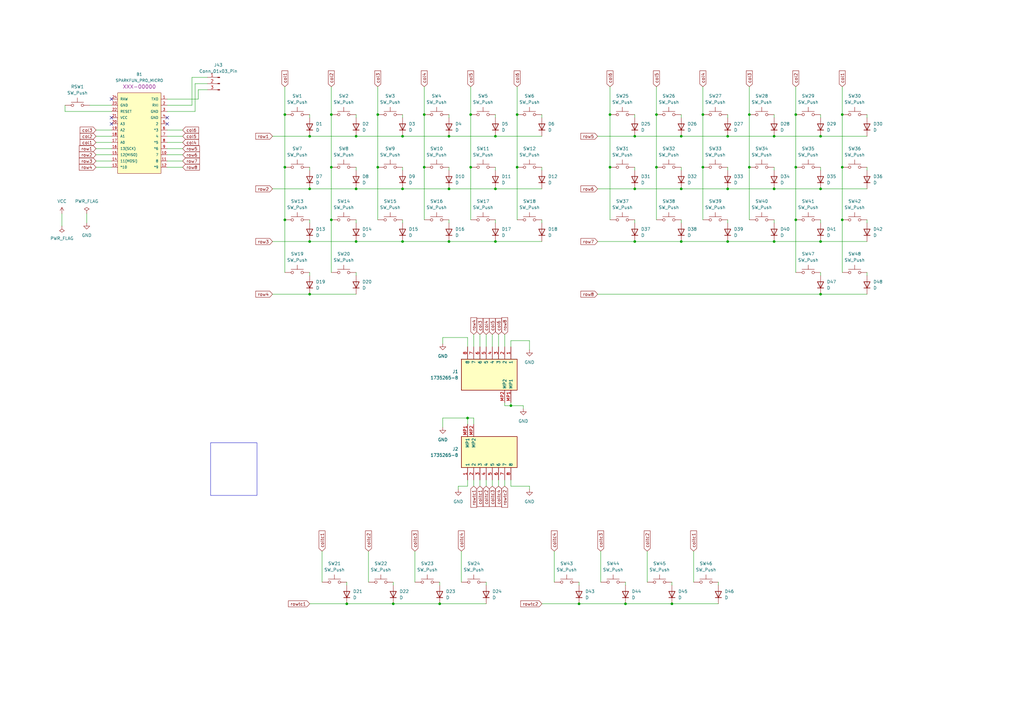
<source format=kicad_sch>
(kicad_sch (version 20230121) (generator eeschema)

  (uuid cb41bcde-3cdf-4c2a-b8db-5b51f32cb34f)

  (paper "A3")

  (lib_symbols
    (symbol "Connector:Conn_01x03_Pin" (pin_names (offset 1.016) hide) (in_bom yes) (on_board yes)
      (property "Reference" "J" (at 0 5.08 0)
        (effects (font (size 1.27 1.27)))
      )
      (property "Value" "Conn_01x03_Pin" (at 0 -5.08 0)
        (effects (font (size 1.27 1.27)))
      )
      (property "Footprint" "" (at 0 0 0)
        (effects (font (size 1.27 1.27)) hide)
      )
      (property "Datasheet" "~" (at 0 0 0)
        (effects (font (size 1.27 1.27)) hide)
      )
      (property "ki_locked" "" (at 0 0 0)
        (effects (font (size 1.27 1.27)))
      )
      (property "ki_keywords" "connector" (at 0 0 0)
        (effects (font (size 1.27 1.27)) hide)
      )
      (property "ki_description" "Generic connector, single row, 01x03, script generated" (at 0 0 0)
        (effects (font (size 1.27 1.27)) hide)
      )
      (property "ki_fp_filters" "Connector*:*_1x??_*" (at 0 0 0)
        (effects (font (size 1.27 1.27)) hide)
      )
      (symbol "Conn_01x03_Pin_1_1"
        (polyline
          (pts
            (xy 1.27 -2.54)
            (xy 0.8636 -2.54)
          )
          (stroke (width 0.1524) (type default))
          (fill (type none))
        )
        (polyline
          (pts
            (xy 1.27 0)
            (xy 0.8636 0)
          )
          (stroke (width 0.1524) (type default))
          (fill (type none))
        )
        (polyline
          (pts
            (xy 1.27 2.54)
            (xy 0.8636 2.54)
          )
          (stroke (width 0.1524) (type default))
          (fill (type none))
        )
        (rectangle (start 0.8636 -2.413) (end 0 -2.667)
          (stroke (width 0.1524) (type default))
          (fill (type outline))
        )
        (rectangle (start 0.8636 0.127) (end 0 -0.127)
          (stroke (width 0.1524) (type default))
          (fill (type outline))
        )
        (rectangle (start 0.8636 2.667) (end 0 2.413)
          (stroke (width 0.1524) (type default))
          (fill (type outline))
        )
        (pin passive line (at 5.08 2.54 180) (length 3.81)
          (name "Pin_1" (effects (font (size 1.27 1.27))))
          (number "1" (effects (font (size 1.27 1.27))))
        )
        (pin passive line (at 5.08 0 180) (length 3.81)
          (name "Pin_2" (effects (font (size 1.27 1.27))))
          (number "2" (effects (font (size 1.27 1.27))))
        )
        (pin passive line (at 5.08 -2.54 180) (length 3.81)
          (name "Pin_3" (effects (font (size 1.27 1.27))))
          (number "3" (effects (font (size 1.27 1.27))))
        )
      )
    )
    (symbol "Device:D" (pin_numbers hide) (pin_names (offset 1.016) hide) (in_bom yes) (on_board yes)
      (property "Reference" "D" (at 0 2.54 0)
        (effects (font (size 1.27 1.27)))
      )
      (property "Value" "D" (at 0 -2.54 0)
        (effects (font (size 1.27 1.27)))
      )
      (property "Footprint" "" (at 0 0 0)
        (effects (font (size 1.27 1.27)) hide)
      )
      (property "Datasheet" "~" (at 0 0 0)
        (effects (font (size 1.27 1.27)) hide)
      )
      (property "Sim.Device" "D" (at 0 0 0)
        (effects (font (size 1.27 1.27)) hide)
      )
      (property "Sim.Pins" "1=K 2=A" (at 0 0 0)
        (effects (font (size 1.27 1.27)) hide)
      )
      (property "ki_keywords" "diode" (at 0 0 0)
        (effects (font (size 1.27 1.27)) hide)
      )
      (property "ki_description" "Diode" (at 0 0 0)
        (effects (font (size 1.27 1.27)) hide)
      )
      (property "ki_fp_filters" "TO-???* *_Diode_* *SingleDiode* D_*" (at 0 0 0)
        (effects (font (size 1.27 1.27)) hide)
      )
      (symbol "D_0_1"
        (polyline
          (pts
            (xy -1.27 1.27)
            (xy -1.27 -1.27)
          )
          (stroke (width 0.254) (type default))
          (fill (type none))
        )
        (polyline
          (pts
            (xy 1.27 0)
            (xy -1.27 0)
          )
          (stroke (width 0) (type default))
          (fill (type none))
        )
        (polyline
          (pts
            (xy 1.27 1.27)
            (xy 1.27 -1.27)
            (xy -1.27 0)
            (xy 1.27 1.27)
          )
          (stroke (width 0.254) (type default))
          (fill (type none))
        )
      )
      (symbol "D_1_1"
        (pin passive line (at -3.81 0 0) (length 2.54)
          (name "K" (effects (font (size 1.27 1.27))))
          (number "1" (effects (font (size 1.27 1.27))))
        )
        (pin passive line (at 3.81 0 180) (length 2.54)
          (name "A" (effects (font (size 1.27 1.27))))
          (number "2" (effects (font (size 1.27 1.27))))
        )
      )
    )
    (symbol "SamacSys_Parts:1735265-8" (in_bom yes) (on_board yes)
      (property "Reference" "J" (at 19.05 7.62 0)
        (effects (font (size 1.27 1.27)) (justify left top))
      )
      (property "Value" "1735265-8" (at 19.05 5.08 0)
        (effects (font (size 1.27 1.27)) (justify left top))
      )
      (property "Footprint" "17352658" (at 19.05 -94.92 0)
        (effects (font (size 1.27 1.27)) (justify left top) hide)
      )
      (property "Datasheet" "https://www.te.com/commerce/DocumentDelivery/DDEController?Action=showdoc&DocId=Customer+Drawing%7F1735265%7FB%7Ftif%7FEnglish%7FENG_CD_1735265_B.tif%7F1735265-8" (at 19.05 -194.92 0)
        (effects (font (size 1.27 1.27)) (justify left top) hide)
      )
      (property "Height" "2.74" (at 19.05 -394.92 0)
        (effects (font (size 1.27 1.27)) (justify left top) hide)
      )
      (property "RS Part Number" "" (at 19.05 -494.92 0)
        (effects (font (size 1.27 1.27)) (justify left top) hide)
      )
      (property "RS Price/Stock" "" (at 19.05 -594.92 0)
        (effects (font (size 1.27 1.27)) (justify left top) hide)
      )
      (property "Manufacturer_Name" "TE Connectivity" (at 19.05 -694.92 0)
        (effects (font (size 1.27 1.27)) (justify left top) hide)
      )
      (property "Manufacturer_Part_Number" "1735265-8" (at 19.05 -794.92 0)
        (effects (font (size 1.27 1.27)) (justify left top) hide)
      )
      (property "ki_description" "1MM FPC HORZ.BOTTOM CONT.ASSY 8P (Au)" (at 0 0 0)
        (effects (font (size 1.27 1.27)) hide)
      )
      (symbol "1735265-8_1_1"
        (rectangle (start 5.08 2.54) (end 17.78 -20.32)
          (stroke (width 0.254) (type default))
          (fill (type background))
        )
        (pin passive line (at 22.86 0 180) (length 5.08)
          (name "1" (effects (font (size 1.27 1.27))))
          (number "1" (effects (font (size 1.27 1.27))))
        )
        (pin passive line (at 22.86 -2.54 180) (length 5.08)
          (name "2" (effects (font (size 1.27 1.27))))
          (number "2" (effects (font (size 1.27 1.27))))
        )
        (pin passive line (at 22.86 -5.08 180) (length 5.08)
          (name "3" (effects (font (size 1.27 1.27))))
          (number "3" (effects (font (size 1.27 1.27))))
        )
        (pin passive line (at 22.86 -7.62 180) (length 5.08)
          (name "4" (effects (font (size 1.27 1.27))))
          (number "4" (effects (font (size 1.27 1.27))))
        )
        (pin passive line (at 22.86 -10.16 180) (length 5.08)
          (name "5" (effects (font (size 1.27 1.27))))
          (number "5" (effects (font (size 1.27 1.27))))
        )
        (pin passive line (at 22.86 -12.7 180) (length 5.08)
          (name "6" (effects (font (size 1.27 1.27))))
          (number "6" (effects (font (size 1.27 1.27))))
        )
        (pin passive line (at 22.86 -15.24 180) (length 5.08)
          (name "7" (effects (font (size 1.27 1.27))))
          (number "7" (effects (font (size 1.27 1.27))))
        )
        (pin passive line (at 22.86 -17.78 180) (length 5.08)
          (name "8" (effects (font (size 1.27 1.27))))
          (number "8" (effects (font (size 1.27 1.27))))
        )
        (pin passive line (at 0 0 0) (length 5.08)
          (name "MP1" (effects (font (size 1.27 1.27))))
          (number "MP1" (effects (font (size 1.27 1.27))))
        )
        (pin passive line (at 0 -2.54 0) (length 5.08)
          (name "MP2" (effects (font (size 1.27 1.27))))
          (number "MP2" (effects (font (size 1.27 1.27))))
        )
      )
    )
    (symbol "Switch:SW_Push" (pin_numbers hide) (pin_names (offset 1.016) hide) (in_bom yes) (on_board yes)
      (property "Reference" "SW" (at 1.27 2.54 0)
        (effects (font (size 1.27 1.27)) (justify left))
      )
      (property "Value" "SW_Push" (at 0 -1.524 0)
        (effects (font (size 1.27 1.27)))
      )
      (property "Footprint" "" (at 0 5.08 0)
        (effects (font (size 1.27 1.27)) hide)
      )
      (property "Datasheet" "~" (at 0 5.08 0)
        (effects (font (size 1.27 1.27)) hide)
      )
      (property "ki_keywords" "switch normally-open pushbutton push-button" (at 0 0 0)
        (effects (font (size 1.27 1.27)) hide)
      )
      (property "ki_description" "Push button switch, generic, two pins" (at 0 0 0)
        (effects (font (size 1.27 1.27)) hide)
      )
      (symbol "SW_Push_0_1"
        (circle (center -2.032 0) (radius 0.508)
          (stroke (width 0) (type default))
          (fill (type none))
        )
        (polyline
          (pts
            (xy 0 1.27)
            (xy 0 3.048)
          )
          (stroke (width 0) (type default))
          (fill (type none))
        )
        (polyline
          (pts
            (xy 2.54 1.27)
            (xy -2.54 1.27)
          )
          (stroke (width 0) (type default))
          (fill (type none))
        )
        (circle (center 2.032 0) (radius 0.508)
          (stroke (width 0) (type default))
          (fill (type none))
        )
        (pin passive line (at -5.08 0 0) (length 2.54)
          (name "1" (effects (font (size 1.27 1.27))))
          (number "1" (effects (font (size 1.27 1.27))))
        )
        (pin passive line (at 5.08 0 180) (length 2.54)
          (name "2" (effects (font (size 1.27 1.27))))
          (number "2" (effects (font (size 1.27 1.27))))
        )
      )
    )
    (symbol "power:GND" (power) (pin_names (offset 0)) (in_bom yes) (on_board yes)
      (property "Reference" "#PWR" (at 0 -6.35 0)
        (effects (font (size 1.27 1.27)) hide)
      )
      (property "Value" "GND" (at 0 -3.81 0)
        (effects (font (size 1.27 1.27)))
      )
      (property "Footprint" "" (at 0 0 0)
        (effects (font (size 1.27 1.27)) hide)
      )
      (property "Datasheet" "" (at 0 0 0)
        (effects (font (size 1.27 1.27)) hide)
      )
      (property "ki_keywords" "global power" (at 0 0 0)
        (effects (font (size 1.27 1.27)) hide)
      )
      (property "ki_description" "Power symbol creates a global label with name \"GND\" , ground" (at 0 0 0)
        (effects (font (size 1.27 1.27)) hide)
      )
      (symbol "GND_0_1"
        (polyline
          (pts
            (xy 0 0)
            (xy 0 -1.27)
            (xy 1.27 -1.27)
            (xy 0 -2.54)
            (xy -1.27 -1.27)
            (xy 0 -1.27)
          )
          (stroke (width 0) (type default))
          (fill (type none))
        )
      )
      (symbol "GND_1_1"
        (pin power_in line (at 0 0 270) (length 0) hide
          (name "GND" (effects (font (size 1.27 1.27))))
          (number "1" (effects (font (size 1.27 1.27))))
        )
      )
    )
    (symbol "power:PWR_FLAG" (power) (pin_numbers hide) (pin_names (offset 0) hide) (in_bom yes) (on_board yes)
      (property "Reference" "#FLG" (at 0 1.905 0)
        (effects (font (size 1.27 1.27)) hide)
      )
      (property "Value" "PWR_FLAG" (at 0 3.81 0)
        (effects (font (size 1.27 1.27)))
      )
      (property "Footprint" "" (at 0 0 0)
        (effects (font (size 1.27 1.27)) hide)
      )
      (property "Datasheet" "~" (at 0 0 0)
        (effects (font (size 1.27 1.27)) hide)
      )
      (property "ki_keywords" "flag power" (at 0 0 0)
        (effects (font (size 1.27 1.27)) hide)
      )
      (property "ki_description" "Special symbol for telling ERC where power comes from" (at 0 0 0)
        (effects (font (size 1.27 1.27)) hide)
      )
      (symbol "PWR_FLAG_0_0"
        (pin power_out line (at 0 0 90) (length 0)
          (name "pwr" (effects (font (size 1.27 1.27))))
          (number "1" (effects (font (size 1.27 1.27))))
        )
      )
      (symbol "PWR_FLAG_0_1"
        (polyline
          (pts
            (xy 0 0)
            (xy 0 1.27)
            (xy -1.016 1.905)
            (xy 0 2.54)
            (xy 1.016 1.905)
            (xy 0 1.27)
          )
          (stroke (width 0) (type default))
          (fill (type none))
        )
      )
    )
    (symbol "power:VCC" (power) (pin_names (offset 0)) (in_bom yes) (on_board yes)
      (property "Reference" "#PWR" (at 0 -3.81 0)
        (effects (font (size 1.27 1.27)) hide)
      )
      (property "Value" "VCC" (at 0 3.81 0)
        (effects (font (size 1.27 1.27)))
      )
      (property "Footprint" "" (at 0 0 0)
        (effects (font (size 1.27 1.27)) hide)
      )
      (property "Datasheet" "" (at 0 0 0)
        (effects (font (size 1.27 1.27)) hide)
      )
      (property "ki_keywords" "global power" (at 0 0 0)
        (effects (font (size 1.27 1.27)) hide)
      )
      (property "ki_description" "Power symbol creates a global label with name \"VCC\"" (at 0 0 0)
        (effects (font (size 1.27 1.27)) hide)
      )
      (symbol "VCC_0_1"
        (polyline
          (pts
            (xy -0.762 1.27)
            (xy 0 2.54)
          )
          (stroke (width 0) (type default))
          (fill (type none))
        )
        (polyline
          (pts
            (xy 0 0)
            (xy 0 2.54)
          )
          (stroke (width 0) (type default))
          (fill (type none))
        )
        (polyline
          (pts
            (xy 0 2.54)
            (xy 0.762 1.27)
          )
          (stroke (width 0) (type default))
          (fill (type none))
        )
      )
      (symbol "VCC_1_1"
        (pin power_in line (at 0 0 90) (length 0) hide
          (name "VCC" (effects (font (size 1.27 1.27))))
          (number "1" (effects (font (size 1.27 1.27))))
        )
      )
    )
    (symbol "pro_micro_rp2040:SPARKFUN_PRO_MICRO" (pin_names (offset 1.016)) (in_bom yes) (on_board yes)
      (property "Reference" "B1" (at 0 24.13 0)
        (effects (font (size 1.143 1.143)))
      )
      (property "Value" "SPARKFUN_PRO_MICRO" (at 0 21.59 0)
        (effects (font (size 1.143 1.143)))
      )
      (property "Footprint" "hernianlib:pro_micro_end_th" (at 0 20.32 0)
        (effects (font (size 0.508 0.508)) hide)
      )
      (property "Datasheet" "" (at 0 0 0)
        (effects (font (size 1.27 1.27)) hide)
      )
      (property "Field4" "XXX-00000" (at 0 19.05 0)
        (effects (font (size 1.524 1.524)))
      )
      (property "ki_locked" "" (at 0 0 0)
        (effects (font (size 1.27 1.27)))
      )
      (property "ki_keywords" "PROD_ID:XXX-00000" (at 0 0 0)
        (effects (font (size 1.27 1.27)) hide)
      )
      (property "ki_description" "SparkFun Pro Micro  Atmega32U4 compatible footprint. <b>SparkFun Products:</b><ul><li><a href= https://www.sparkfun.com/products/12587 >3.3V/8MHz</a></li><li><a href= https://www.sparkfun.com/products/12640 >5V/16MHz</a></li></ul>" (at 0 0 0)
        (effects (font (size 1.27 1.27)) hide)
      )
      (property "ki_fp_filters" "*SPARKFUN_PRO_MICRO*" (at 0 0 0)
        (effects (font (size 1.27 1.27)) hide)
      )
      (symbol "SPARKFUN_PRO_MICRO_1_1"
        (polyline
          (pts
            (xy -8.89 16.51)
            (xy -8.89 -16.51)
            (xy 8.89 -16.51)
            (xy 8.89 16.51)
            (xy -8.89 16.51)
          )
          (stroke (width 0) (type solid))
          (fill (type background))
        )
        (pin bidirectional line (at -11.43 13.97 0) (length 2.54)
          (name "TXO" (effects (font (size 1.016 1.016))))
          (number "1" (effects (font (size 1.016 1.016))))
        )
        (pin bidirectional line (at -11.43 -8.89 0) (length 2.54)
          (name "7" (effects (font (size 1.016 1.016))))
          (number "10" (effects (font (size 1.016 1.016))))
        )
        (pin bidirectional line (at -11.43 -11.43 0) (length 2.54)
          (name "8" (effects (font (size 1.016 1.016))))
          (number "11" (effects (font (size 1.016 1.016))))
        )
        (pin bidirectional line (at -11.43 -13.97 0) (length 2.54)
          (name "*9" (effects (font (size 1.016 1.016))))
          (number "12" (effects (font (size 1.016 1.016))))
        )
        (pin bidirectional line (at 11.43 -13.97 180) (length 2.54)
          (name "*10" (effects (font (size 1.016 1.016))))
          (number "13" (effects (font (size 1.016 1.016))))
        )
        (pin bidirectional line (at 11.43 -11.43 180) (length 2.54)
          (name "11(MOSI)" (effects (font (size 1.016 1.016))))
          (number "14" (effects (font (size 1.016 1.016))))
        )
        (pin bidirectional line (at 11.43 -8.89 180) (length 2.54)
          (name "12(MISO)" (effects (font (size 1.016 1.016))))
          (number "15" (effects (font (size 1.016 1.016))))
        )
        (pin bidirectional line (at 11.43 -6.35 180) (length 2.54)
          (name "13(SCK)" (effects (font (size 1.016 1.016))))
          (number "16" (effects (font (size 1.016 1.016))))
        )
        (pin bidirectional line (at 11.43 -3.81 180) (length 2.54)
          (name "A0" (effects (font (size 1.016 1.016))))
          (number "17" (effects (font (size 1.016 1.016))))
        )
        (pin bidirectional line (at 11.43 -1.27 180) (length 2.54)
          (name "A1" (effects (font (size 1.016 1.016))))
          (number "18" (effects (font (size 1.016 1.016))))
        )
        (pin bidirectional line (at 11.43 1.27 180) (length 2.54)
          (name "A2" (effects (font (size 1.016 1.016))))
          (number "19" (effects (font (size 1.016 1.016))))
        )
        (pin bidirectional line (at -11.43 11.43 0) (length 2.54)
          (name "RXI" (effects (font (size 1.016 1.016))))
          (number "2" (effects (font (size 1.016 1.016))))
        )
        (pin bidirectional line (at 11.43 3.81 180) (length 2.54)
          (name "A3" (effects (font (size 1.016 1.016))))
          (number "20" (effects (font (size 1.016 1.016))))
        )
        (pin power_in line (at 11.43 6.35 180) (length 2.54)
          (name "VCC" (effects (font (size 1.016 1.016))))
          (number "21" (effects (font (size 1.016 1.016))))
        )
        (pin bidirectional line (at 11.43 8.89 180) (length 2.54)
          (name "RESET" (effects (font (size 1.016 1.016))))
          (number "22" (effects (font (size 1.016 1.016))))
        )
        (pin power_out line (at 11.43 11.43 180) (length 2.54)
          (name "GND" (effects (font (size 1.016 1.016))))
          (number "23" (effects (font (size 1.016 1.016))))
        )
        (pin power_in line (at 11.43 13.97 180) (length 2.54)
          (name "RAW" (effects (font (size 1.016 1.016))))
          (number "24" (effects (font (size 1.016 1.016))))
        )
        (pin power_out line (at -11.43 8.89 0) (length 2.54)
          (name "GND" (effects (font (size 1.016 1.016))))
          (number "3" (effects (font (size 1.016 1.016))))
        )
        (pin power_out line (at -11.43 6.35 0) (length 2.54)
          (name "GND" (effects (font (size 1.016 1.016))))
          (number "4" (effects (font (size 1.016 1.016))))
        )
        (pin bidirectional line (at -11.43 3.81 0) (length 2.54)
          (name "2" (effects (font (size 1.016 1.016))))
          (number "5" (effects (font (size 1.016 1.016))))
        )
        (pin bidirectional line (at -11.43 1.27 0) (length 2.54)
          (name "*3" (effects (font (size 1.016 1.016))))
          (number "6" (effects (font (size 1.016 1.016))))
        )
        (pin bidirectional line (at -11.43 -1.27 0) (length 2.54)
          (name "4" (effects (font (size 1.016 1.016))))
          (number "7" (effects (font (size 1.016 1.016))))
        )
        (pin bidirectional line (at -11.43 -3.81 0) (length 2.54)
          (name "*5" (effects (font (size 1.016 1.016))))
          (number "8" (effects (font (size 1.016 1.016))))
        )
        (pin bidirectional line (at -11.43 -6.35 0) (length 2.54)
          (name "*6" (effects (font (size 1.016 1.016))))
          (number "9" (effects (font (size 1.016 1.016))))
        )
      )
    )
  )

  (junction (at 336.55 77.47) (diameter 0) (color 0 0 0 0)
    (uuid 04d89349-24f5-4233-997f-8ef41a6e2cc3)
  )
  (junction (at 173.99 68.58) (diameter 0) (color 0 0 0 0)
    (uuid 0562321b-54cc-47ed-90c8-4368ef84d61e)
  )
  (junction (at 307.34 46.99) (diameter 0) (color 0 0 0 0)
    (uuid 08879543-45c7-4109-8754-5b1fa9e4c483)
  )
  (junction (at 116.84 90.17) (diameter 0) (color 0 0 0 0)
    (uuid 0e24ad3d-bb74-4184-a13e-d463fbcb7036)
  )
  (junction (at 298.45 77.47) (diameter 0) (color 0 0 0 0)
    (uuid 1848f0ef-2dd7-4b1e-81c0-b7b5fbf728a8)
  )
  (junction (at 116.84 46.99) (diameter 0) (color 0 0 0 0)
    (uuid 2689b7b9-c662-47cf-bb8b-f3020f44555e)
  )
  (junction (at 203.2 99.06) (diameter 0) (color 0 0 0 0)
    (uuid 26df925a-df21-4847-8257-88653437fcb0)
  )
  (junction (at 298.45 55.88) (diameter 0) (color 0 0 0 0)
    (uuid 2c245bb6-3dbc-4da6-beb9-c65d921090e2)
  )
  (junction (at 317.5 99.06) (diameter 0) (color 0 0 0 0)
    (uuid 358bc5a5-32e1-44c6-a267-2769cefdf5b6)
  )
  (junction (at 307.34 68.58) (diameter 0) (color 0 0 0 0)
    (uuid 3f6dd3bf-1dc7-4108-b04a-6a1c61b17f2b)
  )
  (junction (at 191.77 171.45) (diameter 0) (color 0 0 0 0)
    (uuid 44660946-f20a-4e46-b063-6fc181a90c77)
  )
  (junction (at 279.4 99.06) (diameter 0) (color 0 0 0 0)
    (uuid 4a215f1d-22a4-45d3-a819-df9f8799b52a)
  )
  (junction (at 203.2 55.88) (diameter 0) (color 0 0 0 0)
    (uuid 4ae0db72-26fb-44ba-85d3-0d558c954485)
  )
  (junction (at 317.5 77.47) (diameter 0) (color 0 0 0 0)
    (uuid 4e3c7509-bd50-4d58-970f-54dc2baf15e0)
  )
  (junction (at 154.94 68.58) (diameter 0) (color 0 0 0 0)
    (uuid 53f837e9-a037-4fe6-983e-dcc4dbd7eaef)
  )
  (junction (at 184.15 99.06) (diameter 0) (color 0 0 0 0)
    (uuid 55393807-0b8f-4ce6-8cbe-949728bc56cf)
  )
  (junction (at 345.44 90.17) (diameter 0) (color 0 0 0 0)
    (uuid 55398ef1-8490-4a61-9842-1fb5c0d81109)
  )
  (junction (at 269.24 46.99) (diameter 0) (color 0 0 0 0)
    (uuid 6710b810-7076-4ea9-83ec-7125bd669ff6)
  )
  (junction (at 237.49 247.65) (diameter 0) (color 0 0 0 0)
    (uuid 68d85e1f-51ef-4353-922e-ab6042f18fb7)
  )
  (junction (at 260.35 77.47) (diameter 0) (color 0 0 0 0)
    (uuid 6b8dece0-f124-4b52-822a-fcb0ebdc5085)
  )
  (junction (at 146.05 77.47) (diameter 0) (color 0 0 0 0)
    (uuid 6c5302e7-db2d-4bf7-81bd-cbd50d1f5542)
  )
  (junction (at 127 99.06) (diameter 0) (color 0 0 0 0)
    (uuid 6ea33a5b-b204-45ab-8383-a838a8e3ad82)
  )
  (junction (at 326.39 68.58) (diameter 0) (color 0 0 0 0)
    (uuid 747673cf-a574-4c5b-8e55-4cca51671a8d)
  )
  (junction (at 209.55 166.37) (diameter 0) (color 0 0 0 0)
    (uuid 74ec25f3-50a6-4822-968d-93c6d0d18159)
  )
  (junction (at 336.55 99.06) (diameter 0) (color 0 0 0 0)
    (uuid 765cf710-b7d3-456c-b9f8-2a6fda15668b)
  )
  (junction (at 193.04 68.58) (diameter 0) (color 0 0 0 0)
    (uuid 78190c96-d998-4783-b53a-92d313d410bd)
  )
  (junction (at 180.34 247.65) (diameter 0) (color 0 0 0 0)
    (uuid 7b3d8d3e-0975-4333-9db3-59606b25199e)
  )
  (junction (at 326.39 46.99) (diameter 0) (color 0 0 0 0)
    (uuid 7bbabf68-afc1-4960-881e-fe268bcaa57a)
  )
  (junction (at 154.94 46.99) (diameter 0) (color 0 0 0 0)
    (uuid 7df86e32-5a4b-46ba-8526-c2ea18cdc78e)
  )
  (junction (at 165.1 55.88) (diameter 0) (color 0 0 0 0)
    (uuid 81fb8140-3b81-4293-994b-95d44097d87e)
  )
  (junction (at 135.89 68.58) (diameter 0) (color 0 0 0 0)
    (uuid 86518e02-a9fc-41f1-884f-13bc5ea9933b)
  )
  (junction (at 184.15 77.47) (diameter 0) (color 0 0 0 0)
    (uuid 8ad84aa6-e0da-4062-8d33-e01bb22daf41)
  )
  (junction (at 116.84 68.58) (diameter 0) (color 0 0 0 0)
    (uuid 8c9b0406-c3d4-48a7-9e3c-4b3583da8c6e)
  )
  (junction (at 345.44 68.58) (diameter 0) (color 0 0 0 0)
    (uuid 8e3748d6-ac81-42cd-8a1d-b40ba6404dea)
  )
  (junction (at 256.54 247.65) (diameter 0) (color 0 0 0 0)
    (uuid 8fc82f6f-33b3-4b98-90c3-e1635ea8a528)
  )
  (junction (at 250.19 46.99) (diameter 0) (color 0 0 0 0)
    (uuid 94250b65-172f-492e-bc88-9e5113cf430e)
  )
  (junction (at 298.45 99.06) (diameter 0) (color 0 0 0 0)
    (uuid 95b549a5-f38a-4ee2-a65a-f1cfe8017ef3)
  )
  (junction (at 212.09 46.99) (diameter 0) (color 0 0 0 0)
    (uuid 968aee0e-fb68-43f0-9b31-cb1c8bcea13a)
  )
  (junction (at 260.35 99.06) (diameter 0) (color 0 0 0 0)
    (uuid 9ae1b1a6-87b0-42a4-8376-b8aacf52829c)
  )
  (junction (at 127 77.47) (diameter 0) (color 0 0 0 0)
    (uuid 9c7a0c2b-6278-49bf-8f62-91a036417c33)
  )
  (junction (at 279.4 55.88) (diameter 0) (color 0 0 0 0)
    (uuid 9f700730-ed36-482c-aa6a-8dc9ad46d882)
  )
  (junction (at 288.29 46.99) (diameter 0) (color 0 0 0 0)
    (uuid a22cd988-d768-4be1-887c-45315de7bf18)
  )
  (junction (at 135.89 90.17) (diameter 0) (color 0 0 0 0)
    (uuid a9589a25-d334-432d-82a8-5e4d182dac59)
  )
  (junction (at 146.05 55.88) (diameter 0) (color 0 0 0 0)
    (uuid ab29edc6-13af-4207-a4c7-cc1babb5a78f)
  )
  (junction (at 336.55 120.65) (diameter 0) (color 0 0 0 0)
    (uuid ad1ed5ae-468a-481a-95aa-02cae70894aa)
  )
  (junction (at 165.1 77.47) (diameter 0) (color 0 0 0 0)
    (uuid b056b8e3-b8d7-4127-b0e8-4c7858097539)
  )
  (junction (at 193.04 46.99) (diameter 0) (color 0 0 0 0)
    (uuid b0d231d8-94ab-41ac-88b6-f9eb30e5e2b2)
  )
  (junction (at 275.59 247.65) (diameter 0) (color 0 0 0 0)
    (uuid b9445fea-867a-44ed-9b92-e0c39eede267)
  )
  (junction (at 326.39 90.17) (diameter 0) (color 0 0 0 0)
    (uuid bed23359-792d-4aaa-a4ab-415369069bce)
  )
  (junction (at 165.1 99.06) (diameter 0) (color 0 0 0 0)
    (uuid c2421a4f-612c-4683-a571-c908ae3bb04c)
  )
  (junction (at 184.15 55.88) (diameter 0) (color 0 0 0 0)
    (uuid c810e979-aae3-40bf-9447-cf8e9f8bb807)
  )
  (junction (at 146.05 99.06) (diameter 0) (color 0 0 0 0)
    (uuid cac957d6-3438-4456-a008-29e315638b26)
  )
  (junction (at 269.24 68.58) (diameter 0) (color 0 0 0 0)
    (uuid ce2dc7f3-df8a-4977-9c83-9f0cede9d696)
  )
  (junction (at 345.44 46.99) (diameter 0) (color 0 0 0 0)
    (uuid cecd2bf9-234d-4e4a-9a54-8a35233d1a13)
  )
  (junction (at 288.29 68.58) (diameter 0) (color 0 0 0 0)
    (uuid d33a998a-ac79-4822-bc00-53e02155832a)
  )
  (junction (at 127 120.65) (diameter 0) (color 0 0 0 0)
    (uuid d633192b-6e4b-45df-9472-bcd4f6d4166d)
  )
  (junction (at 127 55.88) (diameter 0) (color 0 0 0 0)
    (uuid d6c4485a-eece-4dae-80f3-e2c09129345b)
  )
  (junction (at 260.35 55.88) (diameter 0) (color 0 0 0 0)
    (uuid d80fcbc9-0c79-4863-b8c0-0c2f0db6c097)
  )
  (junction (at 336.55 55.88) (diameter 0) (color 0 0 0 0)
    (uuid db743b32-a759-4337-adb8-2bccdbe709c5)
  )
  (junction (at 142.24 247.65) (diameter 0) (color 0 0 0 0)
    (uuid dfe527c5-d983-4392-a7ce-cdefb18c4b35)
  )
  (junction (at 279.4 77.47) (diameter 0) (color 0 0 0 0)
    (uuid e144a283-c753-412b-987f-cef257da9acc)
  )
  (junction (at 161.29 247.65) (diameter 0) (color 0 0 0 0)
    (uuid e30269c8-8a37-4212-8e3b-e7b7648e1a2d)
  )
  (junction (at 203.2 77.47) (diameter 0) (color 0 0 0 0)
    (uuid e31cbbbd-88a5-4e71-bc43-e0fa560ce4c7)
  )
  (junction (at 212.09 68.58) (diameter 0) (color 0 0 0 0)
    (uuid e4e1685a-11b8-4564-b3b2-c2d74c53d374)
  )
  (junction (at 173.99 46.99) (diameter 0) (color 0 0 0 0)
    (uuid e8ef5877-816e-4e06-9fca-45c3193ad229)
  )
  (junction (at 250.19 68.58) (diameter 0) (color 0 0 0 0)
    (uuid ec74ac48-4c70-4681-ba09-afa658bdb7e0)
  )
  (junction (at 135.89 46.99) (diameter 0) (color 0 0 0 0)
    (uuid f898c074-763c-4f23-ba5d-04fd131c992b)
  )
  (junction (at 317.5 55.88) (diameter 0) (color 0 0 0 0)
    (uuid ff529368-574f-4c83-aa13-e8b79a89661b)
  )

  (no_connect (at 45.72 40.64) (uuid 11a7cb75-db2e-439a-a103-b6fa5295702c))
  (no_connect (at 68.58 48.26) (uuid 576ddbf9-68ba-48fd-8184-03152039858e))
  (no_connect (at 45.72 50.8) (uuid 71edf790-0ad1-4527-b3ca-120a805f5eff))
  (no_connect (at 68.58 50.8) (uuid 97a1d7a2-fe89-47ed-aee9-a89e005c2276))
  (no_connect (at 45.72 48.26) (uuid e0946c59-c75a-4b89-b639-f9e7c57834a0))

  (wire (pts (xy 80.01 45.72) (xy 80.01 34.29))
    (stroke (width 0) (type default))
    (uuid 007a6bfa-159e-4518-a399-b51e47a16b77)
  )
  (wire (pts (xy 336.55 46.99) (xy 336.55 48.26))
    (stroke (width 0) (type default))
    (uuid 05bc4288-d0d4-49aa-ab0c-3f56e2995e72)
  )
  (wire (pts (xy 81.28 40.64) (xy 81.28 36.83))
    (stroke (width 0) (type default))
    (uuid 084c7adc-3e8a-46c7-9f87-2883dc55e1cd)
  )
  (wire (pts (xy 194.31 196.85) (xy 194.31 199.39))
    (stroke (width 0) (type default))
    (uuid 08617958-fc17-4ecc-a5ea-c3192092e96a)
  )
  (wire (pts (xy 39.37 63.5) (xy 45.72 63.5))
    (stroke (width 0) (type default))
    (uuid 0906559d-3ef4-4e79-8f05-5fae1a198263)
  )
  (wire (pts (xy 298.45 68.58) (xy 298.45 69.85))
    (stroke (width 0) (type default))
    (uuid 09d51a82-0651-4c7e-a43d-a195543ef176)
  )
  (wire (pts (xy 68.58 60.96) (xy 74.93 60.96))
    (stroke (width 0) (type default))
    (uuid 0a7ef406-0f33-49b6-9d29-ba2f9f0c8976)
  )
  (wire (pts (xy 204.47 196.85) (xy 204.47 199.39))
    (stroke (width 0) (type default))
    (uuid 0b46dd9d-b42b-4594-b6fb-a0d853896443)
  )
  (wire (pts (xy 298.45 77.47) (xy 317.5 77.47))
    (stroke (width 0) (type default))
    (uuid 0b6ad67c-b60d-4d2f-9eb0-6e8ede425e4c)
  )
  (wire (pts (xy 203.2 46.99) (xy 203.2 48.26))
    (stroke (width 0) (type default))
    (uuid 0c5437de-eae6-4a42-a489-af3df3f0b41c)
  )
  (wire (pts (xy 194.31 137.16) (xy 194.31 142.24))
    (stroke (width 0) (type default))
    (uuid 0d59d8b5-e02a-48c6-82df-6a4b53dc4fd6)
  )
  (wire (pts (xy 288.29 46.99) (xy 288.29 68.58))
    (stroke (width 0) (type default))
    (uuid 0d70235d-9aee-483a-8583-3a6bd3e093cd)
  )
  (wire (pts (xy 173.99 35.56) (xy 173.99 46.99))
    (stroke (width 0) (type default))
    (uuid 0e9ff3af-ecc3-44d3-88dc-847e83ed8d2a)
  )
  (wire (pts (xy 222.25 247.65) (xy 237.49 247.65))
    (stroke (width 0) (type default))
    (uuid 0f3b6f5d-cf49-4341-a5f3-3d5d62d3c3f2)
  )
  (wire (pts (xy 336.55 120.65) (xy 355.6 120.65))
    (stroke (width 0) (type default))
    (uuid 0f49da52-190c-4a14-b83a-2831e4c35a7e)
  )
  (wire (pts (xy 111.76 120.65) (xy 127 120.65))
    (stroke (width 0) (type default))
    (uuid 10b6ee19-14ea-4f98-a58c-c94b3a9759bf)
  )
  (wire (pts (xy 146.05 68.58) (xy 146.05 69.85))
    (stroke (width 0) (type default))
    (uuid 121c60d5-c4ad-40eb-ad3e-58686be9b161)
  )
  (wire (pts (xy 298.45 55.88) (xy 317.5 55.88))
    (stroke (width 0) (type default))
    (uuid 1281dbab-7787-4cf3-93a1-7986975205e9)
  )
  (wire (pts (xy 39.37 58.42) (xy 45.72 58.42))
    (stroke (width 0) (type default))
    (uuid 13117888-0d2a-4627-a8a7-7a07c44c7827)
  )
  (wire (pts (xy 209.55 199.39) (xy 217.17 199.39))
    (stroke (width 0) (type default))
    (uuid 1457b24b-83be-4558-9c52-c64dd47a38cc)
  )
  (wire (pts (xy 199.39 238.76) (xy 199.39 240.03))
    (stroke (width 0) (type default))
    (uuid 14c2d0e2-069b-4b24-ae1a-86de22359a0f)
  )
  (wire (pts (xy 336.55 55.88) (xy 355.6 55.88))
    (stroke (width 0) (type default))
    (uuid 15364b04-5dae-49a9-bb6e-db9ebc911606)
  )
  (wire (pts (xy 191.77 138.43) (xy 181.61 138.43))
    (stroke (width 0) (type default))
    (uuid 18bda61e-6988-4eef-9c24-047f9c7c848d)
  )
  (wire (pts (xy 336.55 77.47) (xy 355.6 77.47))
    (stroke (width 0) (type default))
    (uuid 18d9651c-d245-49f2-9bb4-163aed36dc4a)
  )
  (wire (pts (xy 81.28 36.83) (xy 85.09 36.83))
    (stroke (width 0) (type default))
    (uuid 18f365e5-a77e-4db5-a1d8-ec2794942771)
  )
  (wire (pts (xy 260.35 55.88) (xy 279.4 55.88))
    (stroke (width 0) (type default))
    (uuid 1983513e-e4b0-4ed8-b4a7-44a841f12857)
  )
  (wire (pts (xy 146.05 55.88) (xy 165.1 55.88))
    (stroke (width 0) (type default))
    (uuid 1a2b2eb6-8b52-4ec9-8416-723dd2c0fd84)
  )
  (wire (pts (xy 68.58 45.72) (xy 80.01 45.72))
    (stroke (width 0) (type default))
    (uuid 1b517430-b99c-4e39-87a9-316fec6d052b)
  )
  (wire (pts (xy 184.15 90.17) (xy 184.15 91.44))
    (stroke (width 0) (type default))
    (uuid 1e1f3283-f991-4f97-93c1-e5f9221c12a7)
  )
  (wire (pts (xy 142.24 247.65) (xy 161.29 247.65))
    (stroke (width 0) (type default))
    (uuid 1e2f6bf9-85f5-4453-a278-3b426f3c8580)
  )
  (wire (pts (xy 275.59 238.76) (xy 275.59 240.03))
    (stroke (width 0) (type default))
    (uuid 203b9a0d-ae69-43ff-a509-2ddefa436525)
  )
  (wire (pts (xy 161.29 247.65) (xy 180.34 247.65))
    (stroke (width 0) (type default))
    (uuid 20a28ac0-d95a-40b0-9c2a-eb46ea2f2b7c)
  )
  (wire (pts (xy 146.05 46.99) (xy 146.05 48.26))
    (stroke (width 0) (type default))
    (uuid 226020e6-0a80-4574-bd0b-a0a9b0724dd6)
  )
  (wire (pts (xy 180.34 238.76) (xy 180.34 240.03))
    (stroke (width 0) (type default))
    (uuid 247813cb-4cb5-4b5b-ab03-4aaca3237aa0)
  )
  (wire (pts (xy 146.05 111.76) (xy 146.05 113.03))
    (stroke (width 0) (type default))
    (uuid 2655ad30-a014-46cc-a339-f015aa73c43d)
  )
  (wire (pts (xy 307.34 35.56) (xy 307.34 46.99))
    (stroke (width 0) (type default))
    (uuid 2765dbd9-a19c-48b1-a109-3522ecc057fa)
  )
  (wire (pts (xy 209.55 196.85) (xy 209.55 199.39))
    (stroke (width 0) (type default))
    (uuid 279c431f-12bd-4f3c-8006-fcb2541413b4)
  )
  (wire (pts (xy 181.61 171.45) (xy 181.61 175.26))
    (stroke (width 0) (type default))
    (uuid 27c03121-290a-462c-bc5e-3035a6b33179)
  )
  (wire (pts (xy 68.58 63.5) (xy 74.93 63.5))
    (stroke (width 0) (type default))
    (uuid 27d530f5-bf85-4e30-bd9b-c394fddb81e9)
  )
  (wire (pts (xy 39.37 68.58) (xy 45.72 68.58))
    (stroke (width 0) (type default))
    (uuid 28cf018e-dd97-447e-8aa0-b999f64cba06)
  )
  (wire (pts (xy 256.54 247.65) (xy 275.59 247.65))
    (stroke (width 0) (type default))
    (uuid 2aad4eed-0192-4324-a869-c734c1624686)
  )
  (wire (pts (xy 127 68.58) (xy 127 69.85))
    (stroke (width 0) (type default))
    (uuid 2c593ac8-2998-433d-b3f0-1f6a7cb42aea)
  )
  (wire (pts (xy 345.44 90.17) (xy 345.44 111.76))
    (stroke (width 0) (type default))
    (uuid 2cc6805a-6f46-4e2f-9d81-018a7111f8e6)
  )
  (wire (pts (xy 250.19 68.58) (xy 250.19 90.17))
    (stroke (width 0) (type default))
    (uuid 2cd94b89-b28d-45d6-84b5-fde711d5cb73)
  )
  (wire (pts (xy 275.59 247.65) (xy 294.64 247.65))
    (stroke (width 0) (type default))
    (uuid 324b5ec3-92cb-4290-bef3-2bb73796e47c)
  )
  (wire (pts (xy 142.24 238.76) (xy 142.24 240.03))
    (stroke (width 0) (type default))
    (uuid 3290e476-b3a5-42b1-9cad-e7a2f15f8cc8)
  )
  (wire (pts (xy 307.34 46.99) (xy 307.34 68.58))
    (stroke (width 0) (type default))
    (uuid 32c59da6-0632-45b2-8d4d-a8141c10870e)
  )
  (wire (pts (xy 260.35 77.47) (xy 279.4 77.47))
    (stroke (width 0) (type default))
    (uuid 32cedd71-a63e-47b7-a46a-36eca6f661b4)
  )
  (wire (pts (xy 298.45 90.17) (xy 298.45 91.44))
    (stroke (width 0) (type default))
    (uuid 32d602bb-927a-4f4c-abbf-c37dc5f17c7a)
  )
  (wire (pts (xy 246.38 226.06) (xy 246.38 238.76))
    (stroke (width 0) (type default))
    (uuid 341ebe8e-d94f-4120-a39a-5c0d4b4fc687)
  )
  (wire (pts (xy 317.5 46.99) (xy 317.5 48.26))
    (stroke (width 0) (type default))
    (uuid 355d21bf-981d-4ecf-a820-90daa96eeaa9)
  )
  (wire (pts (xy 191.77 171.45) (xy 181.61 171.45))
    (stroke (width 0) (type default))
    (uuid 362a9150-cdb3-4ace-bac0-de99417d67c3)
  )
  (wire (pts (xy 207.01 165.1) (xy 207.01 166.37))
    (stroke (width 0) (type default))
    (uuid 36a5343e-db49-43f5-910a-691ee8f9c460)
  )
  (wire (pts (xy 279.4 55.88) (xy 298.45 55.88))
    (stroke (width 0) (type default))
    (uuid 37a669ab-789b-419a-acbd-e531b0891b4c)
  )
  (wire (pts (xy 116.84 46.99) (xy 116.84 68.58))
    (stroke (width 0) (type default))
    (uuid 37d0e4db-d2b1-4695-9a1b-5eb128b7bf72)
  )
  (wire (pts (xy 39.37 66.04) (xy 45.72 66.04))
    (stroke (width 0) (type default))
    (uuid 37db4b48-61ee-4814-b25e-67084ef0d6d0)
  )
  (wire (pts (xy 127 111.76) (xy 127 113.03))
    (stroke (width 0) (type default))
    (uuid 3800729f-2e8b-4158-8538-56e5d14572a1)
  )
  (wire (pts (xy 326.39 35.56) (xy 326.39 46.99))
    (stroke (width 0) (type default))
    (uuid 3b4b7fd2-c49e-47ed-8cbb-79bd7fac25db)
  )
  (wire (pts (xy 165.1 90.17) (xy 165.1 91.44))
    (stroke (width 0) (type default))
    (uuid 3c6cb237-b004-46ab-b231-e625d41688ae)
  )
  (wire (pts (xy 191.77 196.85) (xy 191.77 199.39))
    (stroke (width 0) (type default))
    (uuid 3d857649-f301-457e-97d2-adb8ece36e8b)
  )
  (wire (pts (xy 326.39 68.58) (xy 326.39 90.17))
    (stroke (width 0) (type default))
    (uuid 3e37f3ad-b875-43c4-9934-16d078f29af4)
  )
  (wire (pts (xy 317.5 77.47) (xy 336.55 77.47))
    (stroke (width 0) (type default))
    (uuid 3e583724-f235-41aa-8ba5-31da3c329058)
  )
  (wire (pts (xy 135.89 68.58) (xy 135.89 90.17))
    (stroke (width 0) (type default))
    (uuid 4056377c-95ee-439e-8fab-993df376d58a)
  )
  (wire (pts (xy 184.15 55.88) (xy 203.2 55.88))
    (stroke (width 0) (type default))
    (uuid 4349167c-d568-49be-91de-176a92c1179c)
  )
  (wire (pts (xy 191.77 199.39) (xy 187.96 199.39))
    (stroke (width 0) (type default))
    (uuid 437ed083-a0b5-47d6-a206-fc4dc5ce27d2)
  )
  (wire (pts (xy 355.6 46.99) (xy 355.6 48.26))
    (stroke (width 0) (type default))
    (uuid 45d121a3-cbf0-480d-aeb1-cfd1118637a6)
  )
  (wire (pts (xy 203.2 55.88) (xy 222.25 55.88))
    (stroke (width 0) (type default))
    (uuid 45fd7ef4-57b4-401f-bd57-96acd1d9b9cb)
  )
  (wire (pts (xy 135.89 90.17) (xy 135.89 111.76))
    (stroke (width 0) (type default))
    (uuid 464805da-ce4f-4fa7-a251-483d0e6769d8)
  )
  (wire (pts (xy 260.35 90.17) (xy 260.35 91.44))
    (stroke (width 0) (type default))
    (uuid 478e1b5b-8411-45a2-835d-c9701ecaa445)
  )
  (wire (pts (xy 193.04 35.56) (xy 193.04 46.99))
    (stroke (width 0) (type default))
    (uuid 48923605-5fbe-42ec-baab-e06752b5216c)
  )
  (wire (pts (xy 217.17 139.7) (xy 217.17 143.51))
    (stroke (width 0) (type default))
    (uuid 49871a4d-e5e0-4201-b3e8-04141cdfc797)
  )
  (wire (pts (xy 80.01 34.29) (xy 85.09 34.29))
    (stroke (width 0) (type default))
    (uuid 4d7a4b3c-2ecd-4b8b-991a-87b43b43be51)
  )
  (wire (pts (xy 127 55.88) (xy 146.05 55.88))
    (stroke (width 0) (type default))
    (uuid 4dcf0bd0-8e24-4002-a18b-30b80c807bcc)
  )
  (wire (pts (xy 151.13 226.06) (xy 151.13 238.76))
    (stroke (width 0) (type default))
    (uuid 4ddf7430-1adb-418a-8a92-68231955d210)
  )
  (wire (pts (xy 307.34 68.58) (xy 307.34 90.17))
    (stroke (width 0) (type default))
    (uuid 4e1b24c4-37bf-4826-a82c-17c82e8e8d0d)
  )
  (wire (pts (xy 279.4 90.17) (xy 279.4 91.44))
    (stroke (width 0) (type default))
    (uuid 4f1a149f-8c36-43ca-b753-d59696ef1d49)
  )
  (wire (pts (xy 187.96 199.39) (xy 187.96 200.66))
    (stroke (width 0) (type default))
    (uuid 4fde2c3a-ca86-42fb-9906-c4f85d388c38)
  )
  (wire (pts (xy 154.94 46.99) (xy 154.94 68.58))
    (stroke (width 0) (type default))
    (uuid 502ab455-184c-40bc-881b-d5b7a7f16b81)
  )
  (wire (pts (xy 127 90.17) (xy 127 91.44))
    (stroke (width 0) (type default))
    (uuid 51514176-5334-4464-9438-de087d34bf9a)
  )
  (wire (pts (xy 146.05 99.06) (xy 165.1 99.06))
    (stroke (width 0) (type default))
    (uuid 51e35559-47d8-4fa3-8ad3-ce23a07137d7)
  )
  (wire (pts (xy 317.5 99.06) (xy 336.55 99.06))
    (stroke (width 0) (type default))
    (uuid 552ab019-fe5c-4b52-8cf9-9c8caacc5adf)
  )
  (wire (pts (xy 191.77 142.24) (xy 191.77 138.43))
    (stroke (width 0) (type default))
    (uuid 5673edcb-5a7d-4e3f-8534-4cdc06ad06a5)
  )
  (wire (pts (xy 336.55 90.17) (xy 336.55 91.44))
    (stroke (width 0) (type default))
    (uuid 5b171ce6-ab25-482c-926a-ed358c8b452b)
  )
  (wire (pts (xy 245.11 77.47) (xy 260.35 77.47))
    (stroke (width 0) (type default))
    (uuid 5cee2e29-b74c-4156-8bc7-497af1fe31ae)
  )
  (wire (pts (xy 116.84 68.58) (xy 116.84 90.17))
    (stroke (width 0) (type default))
    (uuid 5e839b15-8445-4160-addd-8bafa281d827)
  )
  (wire (pts (xy 189.23 226.06) (xy 189.23 238.76))
    (stroke (width 0) (type default))
    (uuid 5f106a84-ef45-4cc1-a43e-a1717bb5fb7f)
  )
  (wire (pts (xy 191.77 173.99) (xy 191.77 171.45))
    (stroke (width 0) (type default))
    (uuid 60c1b95b-d7cc-46f1-a6dd-596cd84409e1)
  )
  (wire (pts (xy 227.33 226.06) (xy 227.33 238.76))
    (stroke (width 0) (type default))
    (uuid 61b56ee7-4765-42e8-b422-f4715f740994)
  )
  (wire (pts (xy 260.35 68.58) (xy 260.35 69.85))
    (stroke (width 0) (type default))
    (uuid 64adcdb7-fd7b-40f3-8e51-07dba1b6beab)
  )
  (wire (pts (xy 116.84 35.56) (xy 116.84 46.99))
    (stroke (width 0) (type default))
    (uuid 64d72e86-59ab-4007-8470-cfcdb0d75ce1)
  )
  (wire (pts (xy 39.37 60.96) (xy 45.72 60.96))
    (stroke (width 0) (type default))
    (uuid 64fb62fb-0bbd-4599-8dec-1ef83e913675)
  )
  (wire (pts (xy 111.76 55.88) (xy 127 55.88))
    (stroke (width 0) (type default))
    (uuid 66e3f541-8dcb-48ea-94cf-002140737370)
  )
  (wire (pts (xy 161.29 238.76) (xy 161.29 240.03))
    (stroke (width 0) (type default))
    (uuid 67f9e902-caaf-46b2-8181-8d5406777e2c)
  )
  (wire (pts (xy 180.34 247.65) (xy 199.39 247.65))
    (stroke (width 0) (type default))
    (uuid 68d34759-8793-42d6-a000-4265a411b399)
  )
  (wire (pts (xy 203.2 99.06) (xy 222.25 99.06))
    (stroke (width 0) (type default))
    (uuid 68d8a5fa-19ec-42dd-947a-9a9d5cd73229)
  )
  (wire (pts (xy 355.6 68.58) (xy 355.6 69.85))
    (stroke (width 0) (type default))
    (uuid 68f0509b-1c9c-45ae-9c1b-c26455f97ad2)
  )
  (wire (pts (xy 203.2 90.17) (xy 203.2 91.44))
    (stroke (width 0) (type default))
    (uuid 69de0ebf-a715-4300-af6b-e0d5fddf46b0)
  )
  (wire (pts (xy 127 77.47) (xy 146.05 77.47))
    (stroke (width 0) (type default))
    (uuid 6a870f5b-a269-463c-b346-1141a7ff49ef)
  )
  (wire (pts (xy 165.1 77.47) (xy 184.15 77.47))
    (stroke (width 0) (type default))
    (uuid 6cd30aa2-781d-4981-b888-e25148731b99)
  )
  (wire (pts (xy 260.35 46.99) (xy 260.35 48.26))
    (stroke (width 0) (type default))
    (uuid 6d29771d-b449-439f-b119-7802969ea710)
  )
  (wire (pts (xy 279.4 99.06) (xy 298.45 99.06))
    (stroke (width 0) (type default))
    (uuid 6db02a76-cf95-4d7b-80d7-367967662244)
  )
  (wire (pts (xy 35.56 87.63) (xy 35.56 91.44))
    (stroke (width 0) (type default))
    (uuid 724273a8-fa93-473b-bb41-bf921150bd8e)
  )
  (wire (pts (xy 336.55 68.58) (xy 336.55 69.85))
    (stroke (width 0) (type default))
    (uuid 7246f0cf-c22e-4363-9089-75778577f952)
  )
  (wire (pts (xy 165.1 55.88) (xy 184.15 55.88))
    (stroke (width 0) (type default))
    (uuid 73fb7d53-3eae-4bbf-8475-c6f02960d27c)
  )
  (wire (pts (xy 135.89 35.56) (xy 135.89 46.99))
    (stroke (width 0) (type default))
    (uuid 762b050b-256a-4b86-80ef-d758efb4f83b)
  )
  (wire (pts (xy 288.29 35.56) (xy 288.29 46.99))
    (stroke (width 0) (type default))
    (uuid 770f03e7-f84b-41ea-978a-88ffc50c424c)
  )
  (wire (pts (xy 181.61 138.43) (xy 181.61 140.97))
    (stroke (width 0) (type default))
    (uuid 7761a174-a2e4-4673-a977-d4b2d7aa403e)
  )
  (wire (pts (xy 26.67 43.18) (xy 26.67 45.72))
    (stroke (width 0) (type default))
    (uuid 7a1d5bc6-1db7-4fff-bedf-3a91cb477c7f)
  )
  (wire (pts (xy 127 99.06) (xy 146.05 99.06))
    (stroke (width 0) (type default))
    (uuid 7ada0022-2028-4df7-a536-982a75a01a63)
  )
  (wire (pts (xy 217.17 199.39) (xy 217.17 200.66))
    (stroke (width 0) (type default))
    (uuid 7dc4d70f-b261-4ca6-9cac-278084bf6507)
  )
  (wire (pts (xy 184.15 99.06) (xy 203.2 99.06))
    (stroke (width 0) (type default))
    (uuid 7fb0aa64-616e-4be3-a358-cf3905077c46)
  )
  (wire (pts (xy 279.4 46.99) (xy 279.4 48.26))
    (stroke (width 0) (type default))
    (uuid 81d542bb-43df-4608-a533-f6a0b3b7529a)
  )
  (wire (pts (xy 184.15 68.58) (xy 184.15 69.85))
    (stroke (width 0) (type default))
    (uuid 85597285-de7c-4011-907d-0358476a2dca)
  )
  (wire (pts (xy 146.05 77.47) (xy 165.1 77.47))
    (stroke (width 0) (type default))
    (uuid 8616ff37-45a9-46fb-bac7-85b432207427)
  )
  (wire (pts (xy 146.05 90.17) (xy 146.05 91.44))
    (stroke (width 0) (type default))
    (uuid 87fcc95a-5c45-4d32-afd7-62bb936ceb8d)
  )
  (wire (pts (xy 279.4 77.47) (xy 298.45 77.47))
    (stroke (width 0) (type default))
    (uuid 88a1e6fa-03d7-4d7b-a5b9-5eabcd609850)
  )
  (wire (pts (xy 201.93 196.85) (xy 201.93 199.39))
    (stroke (width 0) (type default))
    (uuid 88d670c5-ed4e-4857-9dda-9300d54481a9)
  )
  (wire (pts (xy 355.6 90.17) (xy 355.6 91.44))
    (stroke (width 0) (type default))
    (uuid 89b23fa0-bddd-4676-97bd-12670e14cabf)
  )
  (wire (pts (xy 68.58 68.58) (xy 74.93 68.58))
    (stroke (width 0) (type default))
    (uuid 8a04b37d-4555-41c6-be6d-087650733669)
  )
  (wire (pts (xy 269.24 46.99) (xy 269.24 68.58))
    (stroke (width 0) (type default))
    (uuid 8c11838e-afef-4bdd-935f-50fc76d42496)
  )
  (wire (pts (xy 173.99 68.58) (xy 173.99 90.17))
    (stroke (width 0) (type default))
    (uuid 8c6109aa-eb6d-47c4-b41a-0b3d42dd0b65)
  )
  (wire (pts (xy 260.35 99.06) (xy 279.4 99.06))
    (stroke (width 0) (type default))
    (uuid 8d92cbfc-50a3-41a6-8760-a8ef71ac7da2)
  )
  (wire (pts (xy 116.84 90.17) (xy 116.84 111.76))
    (stroke (width 0) (type default))
    (uuid 8e5b26b3-7d70-4aee-acc8-8e3c5e82ecd4)
  )
  (wire (pts (xy 222.25 68.58) (xy 222.25 69.85))
    (stroke (width 0) (type default))
    (uuid 9019cd3f-6f16-46e9-9dfd-bb26fcabbf15)
  )
  (wire (pts (xy 194.31 173.99) (xy 194.31 171.45))
    (stroke (width 0) (type default))
    (uuid 90367604-5aaf-4f84-83f4-f9a24492a5a5)
  )
  (wire (pts (xy 207.01 166.37) (xy 209.55 166.37))
    (stroke (width 0) (type default))
    (uuid 9121a641-9359-4771-921a-c26eae2318d9)
  )
  (wire (pts (xy 284.48 226.06) (xy 284.48 238.76))
    (stroke (width 0) (type default))
    (uuid 92891efe-b42d-4861-8c4e-8f3e650ab11e)
  )
  (wire (pts (xy 173.99 46.99) (xy 173.99 68.58))
    (stroke (width 0) (type default))
    (uuid 933e0688-05e4-443a-95f9-5348735bb9cb)
  )
  (wire (pts (xy 196.85 137.16) (xy 196.85 142.24))
    (stroke (width 0) (type default))
    (uuid 937cad1d-1be1-4d67-9a75-db2dcf56f849)
  )
  (wire (pts (xy 25.4 87.63) (xy 25.4 92.71))
    (stroke (width 0) (type default))
    (uuid 9408a112-6a7f-4bd5-82e3-718c678a626f)
  )
  (wire (pts (xy 317.5 90.17) (xy 317.5 91.44))
    (stroke (width 0) (type default))
    (uuid 96040a31-16cc-49bf-887a-3861ca0eee36)
  )
  (wire (pts (xy 135.89 46.99) (xy 135.89 68.58))
    (stroke (width 0) (type default))
    (uuid 972a140e-ae7b-4856-b8cd-b66dc9de7cf9)
  )
  (wire (pts (xy 184.15 46.99) (xy 184.15 48.26))
    (stroke (width 0) (type default))
    (uuid 973d28df-28ff-4c03-aa72-7bb8e6862ab9)
  )
  (wire (pts (xy 199.39 137.16) (xy 199.39 142.24))
    (stroke (width 0) (type default))
    (uuid 97aafc12-a514-4984-9cbc-4847df044b7a)
  )
  (wire (pts (xy 78.74 31.75) (xy 85.09 31.75))
    (stroke (width 0) (type default))
    (uuid 982c64f4-ae5d-4b99-b3eb-bc15daa72d4a)
  )
  (wire (pts (xy 196.85 196.85) (xy 196.85 199.39))
    (stroke (width 0) (type default))
    (uuid 99bbbf93-c37d-4a5d-b9b8-1be8a82bf56b)
  )
  (wire (pts (xy 184.15 77.47) (xy 203.2 77.47))
    (stroke (width 0) (type default))
    (uuid 9a2eece9-c185-487f-a7b2-b9e0390cde3b)
  )
  (wire (pts (xy 212.09 68.58) (xy 212.09 90.17))
    (stroke (width 0) (type default))
    (uuid 9a5f425c-bb1f-4f6a-85d4-20420e3913cf)
  )
  (wire (pts (xy 345.44 68.58) (xy 345.44 90.17))
    (stroke (width 0) (type default))
    (uuid 9abf8a2f-213d-4448-b4de-85f35cb5facd)
  )
  (wire (pts (xy 165.1 99.06) (xy 184.15 99.06))
    (stroke (width 0) (type default))
    (uuid 9ac0ff39-f50d-4077-8d70-8fe01cb268ba)
  )
  (wire (pts (xy 68.58 53.34) (xy 74.93 53.34))
    (stroke (width 0) (type default))
    (uuid a013a6a1-dec5-4abe-9e04-a0fc6895338e)
  )
  (wire (pts (xy 201.93 137.16) (xy 201.93 142.24))
    (stroke (width 0) (type default))
    (uuid a2879c5d-12c0-4503-a6f2-4c6ea9688120)
  )
  (wire (pts (xy 336.55 99.06) (xy 355.6 99.06))
    (stroke (width 0) (type default))
    (uuid a339cb4d-7d3e-4886-92da-fa9db48c26cf)
  )
  (wire (pts (xy 36.83 43.18) (xy 45.72 43.18))
    (stroke (width 0) (type default))
    (uuid a5503234-f6b3-4e32-aa06-f0bd7c8f7ec2)
  )
  (wire (pts (xy 326.39 90.17) (xy 326.39 111.76))
    (stroke (width 0) (type default))
    (uuid a5609766-be0d-4e8b-9cc6-7ff6763d5ad3)
  )
  (wire (pts (xy 209.55 142.24) (xy 209.55 139.7))
    (stroke (width 0) (type default))
    (uuid a73179ad-752b-45d7-aae6-7a49459cc862)
  )
  (wire (pts (xy 256.54 238.76) (xy 256.54 240.03))
    (stroke (width 0) (type default))
    (uuid ab10a719-942b-498a-9d69-3fac642f1859)
  )
  (wire (pts (xy 288.29 68.58) (xy 288.29 90.17))
    (stroke (width 0) (type default))
    (uuid ab6e7fb4-f727-4cc6-b827-c13e5ba00fda)
  )
  (wire (pts (xy 237.49 238.76) (xy 237.49 240.03))
    (stroke (width 0) (type default))
    (uuid ac342b39-1e30-4486-8e97-45f7dd4fc73d)
  )
  (wire (pts (xy 78.74 43.18) (xy 78.74 31.75))
    (stroke (width 0) (type default))
    (uuid ac91daeb-de0a-4fda-9305-173a7b2212b0)
  )
  (wire (pts (xy 165.1 68.58) (xy 165.1 69.85))
    (stroke (width 0) (type default))
    (uuid ad440ae7-25ad-43a6-8485-e9830c1b783b)
  )
  (wire (pts (xy 154.94 68.58) (xy 154.94 90.17))
    (stroke (width 0) (type default))
    (uuid aec5d593-5a7d-4728-992f-67594bad242a)
  )
  (wire (pts (xy 265.43 226.06) (xy 265.43 238.76))
    (stroke (width 0) (type default))
    (uuid afc86110-744e-4534-8252-05d20dd25a17)
  )
  (wire (pts (xy 279.4 68.58) (xy 279.4 69.85))
    (stroke (width 0) (type default))
    (uuid b023f9e5-7857-4d70-a461-0af56ba47208)
  )
  (wire (pts (xy 298.45 46.99) (xy 298.45 48.26))
    (stroke (width 0) (type default))
    (uuid b0891f4f-07dc-4e5d-903b-c55e91465c6d)
  )
  (wire (pts (xy 345.44 35.56) (xy 345.44 46.99))
    (stroke (width 0) (type default))
    (uuid b4430d3b-a7a4-4b07-978b-3589250efba4)
  )
  (wire (pts (xy 165.1 46.99) (xy 165.1 48.26))
    (stroke (width 0) (type default))
    (uuid ba4306f5-e25c-4d74-991c-b00d718a35bc)
  )
  (wire (pts (xy 154.94 35.56) (xy 154.94 46.99))
    (stroke (width 0) (type default))
    (uuid bace0dc4-ffab-4774-90c9-d811f6b1f99d)
  )
  (wire (pts (xy 193.04 68.58) (xy 193.04 90.17))
    (stroke (width 0) (type default))
    (uuid bd30f1dc-2ce0-46bd-93bf-7581c4e800e4)
  )
  (wire (pts (xy 199.39 196.85) (xy 199.39 199.39))
    (stroke (width 0) (type default))
    (uuid bea3902c-414c-4afc-b74c-a8ea5b24a11f)
  )
  (wire (pts (xy 203.2 77.47) (xy 222.25 77.47))
    (stroke (width 0) (type default))
    (uuid becd6dae-bc90-4684-bed7-63c71b70c09f)
  )
  (wire (pts (xy 298.45 99.06) (xy 317.5 99.06))
    (stroke (width 0) (type default))
    (uuid c0f4e3ee-6150-4c3b-9aaa-915e179118ff)
  )
  (wire (pts (xy 204.47 137.16) (xy 204.47 142.24))
    (stroke (width 0) (type default))
    (uuid c1157f63-617d-4ddb-a115-146ee1196710)
  )
  (wire (pts (xy 39.37 53.34) (xy 45.72 53.34))
    (stroke (width 0) (type default))
    (uuid c3ee24b4-6ce3-47ad-bf56-8e0e5c2202a7)
  )
  (wire (pts (xy 355.6 111.76) (xy 355.6 113.03))
    (stroke (width 0) (type default))
    (uuid c41bd322-0fbe-4b82-a37f-e8f87b66e381)
  )
  (wire (pts (xy 294.64 238.76) (xy 294.64 240.03))
    (stroke (width 0) (type default))
    (uuid c52faad4-a403-4f37-ab44-f8d4efe1da94)
  )
  (wire (pts (xy 209.55 166.37) (xy 214.63 166.37))
    (stroke (width 0) (type default))
    (uuid c5b08aa5-7494-4cf8-afdc-b064b7006ff9)
  )
  (wire (pts (xy 245.11 120.65) (xy 336.55 120.65))
    (stroke (width 0) (type default))
    (uuid c7b90965-ef26-4c01-93b5-8710b33c6660)
  )
  (wire (pts (xy 222.25 90.17) (xy 222.25 91.44))
    (stroke (width 0) (type default))
    (uuid cbf4b51d-e76e-4747-bab2-0cf01bf12f0e)
  )
  (wire (pts (xy 193.04 46.99) (xy 193.04 68.58))
    (stroke (width 0) (type default))
    (uuid cd442c52-81d6-436b-ba42-34563ed0c9b6)
  )
  (wire (pts (xy 127 120.65) (xy 146.05 120.65))
    (stroke (width 0) (type default))
    (uuid cdea549e-f674-4948-a9fa-a32b785999b1)
  )
  (wire (pts (xy 269.24 35.56) (xy 269.24 46.99))
    (stroke (width 0) (type default))
    (uuid d253a4eb-9971-47c4-b036-10cf6ea35fbf)
  )
  (wire (pts (xy 207.01 196.85) (xy 207.01 199.39))
    (stroke (width 0) (type default))
    (uuid d67183a2-365d-49b4-aad9-6f723852653b)
  )
  (wire (pts (xy 170.18 226.06) (xy 170.18 238.76))
    (stroke (width 0) (type default))
    (uuid d8c8da03-d484-4d5f-afbd-da33ec755599)
  )
  (wire (pts (xy 209.55 139.7) (xy 217.17 139.7))
    (stroke (width 0) (type default))
    (uuid dac8f124-10ae-4a60-ac19-0361372b36d9)
  )
  (wire (pts (xy 345.44 46.99) (xy 345.44 68.58))
    (stroke (width 0) (type default))
    (uuid dae2bfcf-f445-444c-a388-06cfa6b8795f)
  )
  (wire (pts (xy 111.76 99.06) (xy 127 99.06))
    (stroke (width 0) (type default))
    (uuid db1996ef-e367-483a-be76-92942b929f57)
  )
  (wire (pts (xy 214.63 166.37) (xy 214.63 167.64))
    (stroke (width 0) (type default))
    (uuid db694924-9b27-4ccb-ba9d-c937ddb5074d)
  )
  (wire (pts (xy 209.55 165.1) (xy 209.55 166.37))
    (stroke (width 0) (type default))
    (uuid dedde6f7-fb68-4d18-988f-8d6838d1cdb8)
  )
  (wire (pts (xy 45.72 45.72) (xy 26.67 45.72))
    (stroke (width 0) (type default))
    (uuid e25a9d55-f42b-498c-91d4-029d754846b2)
  )
  (wire (pts (xy 212.09 35.56) (xy 212.09 46.99))
    (stroke (width 0) (type default))
    (uuid e43a9d48-b7ec-49b2-a7bc-8ef9db639615)
  )
  (wire (pts (xy 68.58 58.42) (xy 74.93 58.42))
    (stroke (width 0) (type default))
    (uuid e48df235-e897-4be4-8537-ea2f299ab045)
  )
  (wire (pts (xy 212.09 46.99) (xy 212.09 68.58))
    (stroke (width 0) (type default))
    (uuid e74f0f20-6339-4e36-8d93-cd745d6738d3)
  )
  (wire (pts (xy 127 247.65) (xy 142.24 247.65))
    (stroke (width 0) (type default))
    (uuid e7fd886e-f077-401c-bbe3-d4eb7671d53e)
  )
  (wire (pts (xy 237.49 247.65) (xy 256.54 247.65))
    (stroke (width 0) (type default))
    (uuid e852fc1b-f858-4425-abb9-acc7b4e4c1bb)
  )
  (wire (pts (xy 336.55 111.76) (xy 336.55 113.03))
    (stroke (width 0) (type default))
    (uuid ea05ceaf-dccf-4719-a201-1b2fc6e432f6)
  )
  (wire (pts (xy 317.5 68.58) (xy 317.5 69.85))
    (stroke (width 0) (type default))
    (uuid eb042163-8800-4d0b-baec-d739467c147f)
  )
  (wire (pts (xy 68.58 43.18) (xy 78.74 43.18))
    (stroke (width 0) (type default))
    (uuid ec69094d-8deb-40c6-808a-315969ae8c20)
  )
  (wire (pts (xy 194.31 171.45) (xy 191.77 171.45))
    (stroke (width 0) (type default))
    (uuid ed31fe48-59d9-4d56-900d-a66ff53f53cb)
  )
  (wire (pts (xy 39.37 55.88) (xy 45.72 55.88))
    (stroke (width 0) (type default))
    (uuid ef7ea36d-39c5-41f2-a2a7-d1e07cb10772)
  )
  (wire (pts (xy 317.5 55.88) (xy 336.55 55.88))
    (stroke (width 0) (type default))
    (uuid f0b53499-f9d8-492d-94fd-f3cc445fd51e)
  )
  (wire (pts (xy 245.11 99.06) (xy 260.35 99.06))
    (stroke (width 0) (type default))
    (uuid f0bbaa8f-1f90-4408-ab81-92d5834e924c)
  )
  (wire (pts (xy 250.19 46.99) (xy 250.19 68.58))
    (stroke (width 0) (type default))
    (uuid f17ab86f-6889-4a6b-b083-80a45d325fa0)
  )
  (wire (pts (xy 207.01 137.16) (xy 207.01 142.24))
    (stroke (width 0) (type default))
    (uuid f4411527-0cdf-4549-8aed-71ef36076050)
  )
  (wire (pts (xy 132.08 226.06) (xy 132.08 238.76))
    (stroke (width 0) (type default))
    (uuid f4ad6cf7-3c31-48dc-9036-41a12d22399c)
  )
  (wire (pts (xy 111.76 77.47) (xy 127 77.47))
    (stroke (width 0) (type default))
    (uuid f57cb971-0c8a-4186-8280-bb520cc4674d)
  )
  (wire (pts (xy 203.2 68.58) (xy 203.2 69.85))
    (stroke (width 0) (type default))
    (uuid f99d28a6-20b6-4aae-8328-948bc4c203e4)
  )
  (wire (pts (xy 269.24 68.58) (xy 269.24 90.17))
    (stroke (width 0) (type default))
    (uuid fa0cbdc2-7de2-400a-afe2-350157a5cf98)
  )
  (wire (pts (xy 245.11 55.88) (xy 260.35 55.88))
    (stroke (width 0) (type default))
    (uuid fa8f4986-aa9e-43bb-8304-15c37d250023)
  )
  (wire (pts (xy 250.19 35.56) (xy 250.19 46.99))
    (stroke (width 0) (type default))
    (uuid fc3c76cb-1e68-4b93-b3b0-070d8a7bb821)
  )
  (wire (pts (xy 326.39 46.99) (xy 326.39 68.58))
    (stroke (width 0) (type default))
    (uuid fcd93a8a-5b84-426f-a6c5-27b7a39808dc)
  )
  (wire (pts (xy 68.58 66.04) (xy 74.93 66.04))
    (stroke (width 0) (type default))
    (uuid fe0d309d-ce4f-455b-ab1c-72ee953a7031)
  )
  (wire (pts (xy 127 46.99) (xy 127 48.26))
    (stroke (width 0) (type default))
    (uuid fe42c8f8-52f7-46df-9345-84d612df9af1)
  )
  (wire (pts (xy 222.25 46.99) (xy 222.25 48.26))
    (stroke (width 0) (type default))
    (uuid fe68c53c-4aec-40d2-b5a9-2a842349fece)
  )
  (wire (pts (xy 68.58 40.64) (xy 81.28 40.64))
    (stroke (width 0) (type default))
    (uuid fe9709ca-faaf-4afd-93c5-9cf8d937dbc7)
  )
  (wire (pts (xy 68.58 55.88) (xy 74.93 55.88))
    (stroke (width 0) (type default))
    (uuid ffcf1b20-77da-4c19-ba34-967b4baf49d1)
  )

  (rectangle (start 86.36 181.61) (end 105.41 203.2)
    (stroke (width 0) (type default))
    (fill (type none))
    (uuid 5fd94f36-99c1-46d6-ac60-b17b375cae9a)
  )

  (global_label "col6" (shape input) (at 212.09 35.56 90) (fields_autoplaced)
    (effects (font (size 1.27 1.27)) (justify left))
    (uuid 035ed3e3-8dab-498f-bc71-245493d69aef)
    (property "Intersheetrefs" "${INTERSHEET_REFS}" (at 212.09 28.5419 90)
      (effects (font (size 1.27 1.27)) (justify left) hide)
    )
  )
  (global_label "coltc3" (shape input) (at 201.93 199.39 270) (fields_autoplaced)
    (effects (font (size 1.27 1.27)) (justify right))
    (uuid 0410621b-362a-47ce-a8b9-8a3c6ef6d4cd)
    (property "Intersheetrefs" "${INTERSHEET_REFS}" (at 201.93 208.2224 90)
      (effects (font (size 1.27 1.27)) (justify right) hide)
    )
  )
  (global_label "coltc2" (shape input) (at 265.43 226.06 90) (fields_autoplaced)
    (effects (font (size 1.27 1.27)) (justify left))
    (uuid 04deff06-f475-48ae-a45a-cf3749725e80)
    (property "Intersheetrefs" "${INTERSHEET_REFS}" (at 265.43 217.2276 90)
      (effects (font (size 1.27 1.27)) (justify left) hide)
    )
  )
  (global_label "coltc1" (shape input) (at 284.48 226.06 90) (fields_autoplaced)
    (effects (font (size 1.27 1.27)) (justify left))
    (uuid 07668e64-c0a8-4027-9c6a-d5be7c5afa74)
    (property "Intersheetrefs" "${INTERSHEET_REFS}" (at 284.48 217.2276 90)
      (effects (font (size 1.27 1.27)) (justify left) hide)
    )
  )
  (global_label "col6" (shape input) (at 204.47 137.16 90) (fields_autoplaced)
    (effects (font (size 1.27 1.27)) (justify left))
    (uuid 090a3579-6b83-4a5c-837a-93f1f6307484)
    (property "Intersheetrefs" "${INTERSHEET_REFS}" (at 204.47 130.1419 90)
      (effects (font (size 1.27 1.27)) (justify left) hide)
    )
  )
  (global_label "row5" (shape input) (at 74.93 60.96 0) (fields_autoplaced)
    (effects (font (size 1.27 1.27)) (justify left))
    (uuid 0bf305bd-aca9-4c23-9b8a-e4c3adad37a4)
    (property "Intersheetrefs" "${INTERSHEET_REFS}" (at 82.311 60.96 0)
      (effects (font (size 1.27 1.27)) (justify left) hide)
    )
  )
  (global_label "rowtc1" (shape input) (at 194.31 199.39 270) (fields_autoplaced)
    (effects (font (size 1.27 1.27)) (justify right))
    (uuid 0d944d66-bc82-4d40-a9ef-799f8954ed56)
    (property "Intersheetrefs" "${INTERSHEET_REFS}" (at 194.31 208.5853 90)
      (effects (font (size 1.27 1.27)) (justify right) hide)
    )
  )
  (global_label "col2" (shape input) (at 326.39 35.56 90) (fields_autoplaced)
    (effects (font (size 1.27 1.27)) (justify left))
    (uuid 13142a2f-7ac9-4095-9797-d734c64d31f3)
    (property "Intersheetrefs" "${INTERSHEET_REFS}" (at 326.39 28.5419 90)
      (effects (font (size 1.27 1.27)) (justify left) hide)
    )
  )
  (global_label "rowtc1" (shape input) (at 127 247.65 180) (fields_autoplaced)
    (effects (font (size 1.27 1.27)) (justify right))
    (uuid 19e2d58b-9f15-40d9-af2e-9e82ac395d1d)
    (property "Intersheetrefs" "${INTERSHEET_REFS}" (at 117.8047 247.65 0)
      (effects (font (size 1.27 1.27)) (justify right) hide)
    )
  )
  (global_label "col3" (shape input) (at 196.85 137.16 90) (fields_autoplaced)
    (effects (font (size 1.27 1.27)) (justify left))
    (uuid 211f9e13-4c71-4220-88d5-a68ad9fa7c7b)
    (property "Intersheetrefs" "${INTERSHEET_REFS}" (at 196.85 130.1419 90)
      (effects (font (size 1.27 1.27)) (justify left) hide)
    )
  )
  (global_label "row4" (shape input) (at 111.76 120.65 180) (fields_autoplaced)
    (effects (font (size 1.27 1.27)) (justify right))
    (uuid 23508aac-e25d-4ed5-b87f-1eca55d054b1)
    (property "Intersheetrefs" "${INTERSHEET_REFS}" (at 104.379 120.65 0)
      (effects (font (size 1.27 1.27)) (justify right) hide)
    )
  )
  (global_label "row4" (shape input) (at 194.31 137.16 90) (fields_autoplaced)
    (effects (font (size 1.27 1.27)) (justify left))
    (uuid 2493eb1a-5a54-437b-99fd-8a0659a30493)
    (property "Intersheetrefs" "${INTERSHEET_REFS}" (at 194.31 129.779 90)
      (effects (font (size 1.27 1.27)) (justify left) hide)
    )
  )
  (global_label "row1" (shape input) (at 111.76 55.88 180) (fields_autoplaced)
    (effects (font (size 1.27 1.27)) (justify right))
    (uuid 274031d1-0190-43df-8431-9457d92e4fb3)
    (property "Intersheetrefs" "${INTERSHEET_REFS}" (at 104.379 55.88 0)
      (effects (font (size 1.27 1.27)) (justify right) hide)
    )
  )
  (global_label "col6" (shape input) (at 250.19 35.56 90) (fields_autoplaced)
    (effects (font (size 1.27 1.27)) (justify left))
    (uuid 2ac7c982-8ae4-4a24-a27e-479da731fde8)
    (property "Intersheetrefs" "${INTERSHEET_REFS}" (at 250.19 28.5419 90)
      (effects (font (size 1.27 1.27)) (justify left) hide)
    )
  )
  (global_label "row2" (shape input) (at 111.76 77.47 180) (fields_autoplaced)
    (effects (font (size 1.27 1.27)) (justify right))
    (uuid 2b6c0f79-1d5e-4d9b-9116-3f4f3f1b17c3)
    (property "Intersheetrefs" "${INTERSHEET_REFS}" (at 104.379 77.47 0)
      (effects (font (size 1.27 1.27)) (justify right) hide)
    )
  )
  (global_label "row6" (shape input) (at 245.11 77.47 180) (fields_autoplaced)
    (effects (font (size 1.27 1.27)) (justify right))
    (uuid 326545dc-92c2-4bc7-945f-e4136619d543)
    (property "Intersheetrefs" "${INTERSHEET_REFS}" (at 237.729 77.47 0)
      (effects (font (size 1.27 1.27)) (justify right) hide)
    )
  )
  (global_label "coltc2" (shape input) (at 151.13 226.06 90) (fields_autoplaced)
    (effects (font (size 1.27 1.27)) (justify left))
    (uuid 34a2d10e-7110-4d78-9f60-6565bb30890f)
    (property "Intersheetrefs" "${INTERSHEET_REFS}" (at 151.13 217.2276 90)
      (effects (font (size 1.27 1.27)) (justify left) hide)
    )
  )
  (global_label "row2" (shape input) (at 39.37 63.5 180) (fields_autoplaced)
    (effects (font (size 1.27 1.27)) (justify right))
    (uuid 40375660-b38c-4109-8979-c0b5ee73d51a)
    (property "Intersheetrefs" "${INTERSHEET_REFS}" (at 31.989 63.5 0)
      (effects (font (size 1.27 1.27)) (justify right) hide)
    )
  )
  (global_label "col3" (shape input) (at 154.94 35.56 90) (fields_autoplaced)
    (effects (font (size 1.27 1.27)) (justify left))
    (uuid 4c85e2a0-570a-4c17-ab42-6cc62433ca93)
    (property "Intersheetrefs" "${INTERSHEET_REFS}" (at 154.94 28.5419 90)
      (effects (font (size 1.27 1.27)) (justify left) hide)
    )
  )
  (global_label "coltc1" (shape input) (at 132.08 226.06 90) (fields_autoplaced)
    (effects (font (size 1.27 1.27)) (justify left))
    (uuid 4f436be4-2c2a-4623-b2ef-3ee30ddf4a83)
    (property "Intersheetrefs" "${INTERSHEET_REFS}" (at 132.08 217.2276 90)
      (effects (font (size 1.27 1.27)) (justify left) hide)
    )
  )
  (global_label "row8" (shape input) (at 74.93 68.58 0) (fields_autoplaced)
    (effects (font (size 1.27 1.27)) (justify left))
    (uuid 54372667-b113-4ba0-b00f-41c311f729a7)
    (property "Intersheetrefs" "${INTERSHEET_REFS}" (at 82.311 68.58 0)
      (effects (font (size 1.27 1.27)) (justify left) hide)
    )
  )
  (global_label "coltc3" (shape input) (at 246.38 226.06 90) (fields_autoplaced)
    (effects (font (size 1.27 1.27)) (justify left))
    (uuid 54b45484-6543-4a6b-8a60-4dc6aa348312)
    (property "Intersheetrefs" "${INTERSHEET_REFS}" (at 246.38 217.2276 90)
      (effects (font (size 1.27 1.27)) (justify left) hide)
    )
  )
  (global_label "col5" (shape input) (at 269.24 35.56 90) (fields_autoplaced)
    (effects (font (size 1.27 1.27)) (justify left))
    (uuid 598220a7-9bc2-4979-85ac-7ab292f02106)
    (property "Intersheetrefs" "${INTERSHEET_REFS}" (at 269.24 28.5419 90)
      (effects (font (size 1.27 1.27)) (justify left) hide)
    )
  )
  (global_label "rowtc2" (shape input) (at 207.01 199.39 270) (fields_autoplaced)
    (effects (font (size 1.27 1.27)) (justify right))
    (uuid 5c057949-0182-45da-b267-471c31909e8b)
    (property "Intersheetrefs" "${INTERSHEET_REFS}" (at 207.01 208.5853 90)
      (effects (font (size 1.27 1.27)) (justify right) hide)
    )
  )
  (global_label "col3" (shape input) (at 39.37 53.34 180) (fields_autoplaced)
    (effects (font (size 1.27 1.27)) (justify right))
    (uuid 5d49ff89-b8d2-4ca2-b8f5-345c3d310ae3)
    (property "Intersheetrefs" "${INTERSHEET_REFS}" (at 32.3519 53.34 0)
      (effects (font (size 1.27 1.27)) (justify right) hide)
    )
  )
  (global_label "coltc4" (shape input) (at 204.47 199.39 270) (fields_autoplaced)
    (effects (font (size 1.27 1.27)) (justify right))
    (uuid 6083614a-8c37-4cf9-93bc-a4cd1554a674)
    (property "Intersheetrefs" "${INTERSHEET_REFS}" (at 204.47 208.2224 90)
      (effects (font (size 1.27 1.27)) (justify right) hide)
    )
  )
  (global_label "row8" (shape input) (at 207.01 137.16 90) (fields_autoplaced)
    (effects (font (size 1.27 1.27)) (justify left))
    (uuid 616133d7-9eca-4d71-8007-e6f7ddc868a9)
    (property "Intersheetrefs" "${INTERSHEET_REFS}" (at 207.01 129.779 90)
      (effects (font (size 1.27 1.27)) (justify left) hide)
    )
  )
  (global_label "col2" (shape input) (at 39.37 55.88 180) (fields_autoplaced)
    (effects (font (size 1.27 1.27)) (justify right))
    (uuid 6a288efd-48c2-4c7f-b5b9-11feaa42e200)
    (property "Intersheetrefs" "${INTERSHEET_REFS}" (at 32.3519 55.88 0)
      (effects (font (size 1.27 1.27)) (justify right) hide)
    )
  )
  (global_label "col4" (shape input) (at 74.93 58.42 0) (fields_autoplaced)
    (effects (font (size 1.27 1.27)) (justify left))
    (uuid 6c70c84b-9309-41f6-a47a-c97c325cce9a)
    (property "Intersheetrefs" "${INTERSHEET_REFS}" (at 81.9481 58.42 0)
      (effects (font (size 1.27 1.27)) (justify left) hide)
    )
  )
  (global_label "row6" (shape input) (at 74.93 63.5 0) (fields_autoplaced)
    (effects (font (size 1.27 1.27)) (justify left))
    (uuid 7d8ea20c-f3f7-4eab-b8bc-fd10ea915ac6)
    (property "Intersheetrefs" "${INTERSHEET_REFS}" (at 82.311 63.5 0)
      (effects (font (size 1.27 1.27)) (justify left) hide)
    )
  )
  (global_label "col2" (shape input) (at 135.89 35.56 90) (fields_autoplaced)
    (effects (font (size 1.27 1.27)) (justify left))
    (uuid 80fbdde1-0f07-4dd4-9fb4-866549cfc41d)
    (property "Intersheetrefs" "${INTERSHEET_REFS}" (at 135.89 28.5419 90)
      (effects (font (size 1.27 1.27)) (justify left) hide)
    )
  )
  (global_label "coltc2" (shape input) (at 199.39 199.39 270) (fields_autoplaced)
    (effects (font (size 1.27 1.27)) (justify right))
    (uuid 874d748a-c08c-4cc8-b03d-9ab7d78f25c2)
    (property "Intersheetrefs" "${INTERSHEET_REFS}" (at 199.39 208.2224 90)
      (effects (font (size 1.27 1.27)) (justify right) hide)
    )
  )
  (global_label "coltc4" (shape input) (at 189.23 226.06 90) (fields_autoplaced)
    (effects (font (size 1.27 1.27)) (justify left))
    (uuid 89d724d2-bcfa-4db2-8cd3-ff2bdd4b407d)
    (property "Intersheetrefs" "${INTERSHEET_REFS}" (at 189.23 217.2276 90)
      (effects (font (size 1.27 1.27)) (justify left) hide)
    )
  )
  (global_label "col1" (shape input) (at 39.37 58.42 180) (fields_autoplaced)
    (effects (font (size 1.27 1.27)) (justify right))
    (uuid 8d67ec6c-5dd0-4593-8571-83760a003d40)
    (property "Intersheetrefs" "${INTERSHEET_REFS}" (at 32.3519 58.42 0)
      (effects (font (size 1.27 1.27)) (justify right) hide)
    )
  )
  (global_label "coltc3" (shape input) (at 170.18 226.06 90) (fields_autoplaced)
    (effects (font (size 1.27 1.27)) (justify left))
    (uuid 989abc8e-f220-4f0d-bb6b-f9471d5b2a41)
    (property "Intersheetrefs" "${INTERSHEET_REFS}" (at 170.18 217.2276 90)
      (effects (font (size 1.27 1.27)) (justify left) hide)
    )
  )
  (global_label "col5" (shape input) (at 201.93 137.16 90) (fields_autoplaced)
    (effects (font (size 1.27 1.27)) (justify left))
    (uuid a47bc27a-dd19-4b10-9656-69706266a4bb)
    (property "Intersheetrefs" "${INTERSHEET_REFS}" (at 201.93 130.1419 90)
      (effects (font (size 1.27 1.27)) (justify left) hide)
    )
  )
  (global_label "row3" (shape input) (at 39.37 66.04 180) (fields_autoplaced)
    (effects (font (size 1.27 1.27)) (justify right))
    (uuid a74624d5-ac57-42ae-a5c9-937f36a7b726)
    (property "Intersheetrefs" "${INTERSHEET_REFS}" (at 31.989 66.04 0)
      (effects (font (size 1.27 1.27)) (justify right) hide)
    )
  )
  (global_label "coltc1" (shape input) (at 196.85 199.39 270) (fields_autoplaced)
    (effects (font (size 1.27 1.27)) (justify right))
    (uuid ad872674-6919-4fba-a7d9-4f1a0888d5d3)
    (property "Intersheetrefs" "${INTERSHEET_REFS}" (at 196.85 208.2224 90)
      (effects (font (size 1.27 1.27)) (justify right) hide)
    )
  )
  (global_label "col5" (shape input) (at 193.04 35.56 90) (fields_autoplaced)
    (effects (font (size 1.27 1.27)) (justify left))
    (uuid af652ade-3014-44de-9c1d-dbd52ff61f82)
    (property "Intersheetrefs" "${INTERSHEET_REFS}" (at 193.04 28.5419 90)
      (effects (font (size 1.27 1.27)) (justify left) hide)
    )
  )
  (global_label "col5" (shape input) (at 74.93 55.88 0) (fields_autoplaced)
    (effects (font (size 1.27 1.27)) (justify left))
    (uuid b3c43669-cb25-495d-82ba-8b70c6e69a80)
    (property "Intersheetrefs" "${INTERSHEET_REFS}" (at 81.9481 55.88 0)
      (effects (font (size 1.27 1.27)) (justify left) hide)
    )
  )
  (global_label "row7" (shape input) (at 74.93 66.04 0) (fields_autoplaced)
    (effects (font (size 1.27 1.27)) (justify left))
    (uuid b82f6c21-efef-46c1-a52a-8f629a85c0b6)
    (property "Intersheetrefs" "${INTERSHEET_REFS}" (at 82.311 66.04 0)
      (effects (font (size 1.27 1.27)) (justify left) hide)
    )
  )
  (global_label "col1" (shape input) (at 116.84 35.56 90) (fields_autoplaced)
    (effects (font (size 1.27 1.27)) (justify left))
    (uuid be20d537-c278-4ea7-bda5-70c87fba11de)
    (property "Intersheetrefs" "${INTERSHEET_REFS}" (at 116.84 28.5419 90)
      (effects (font (size 1.27 1.27)) (justify left) hide)
    )
  )
  (global_label "col3" (shape input) (at 307.34 35.56 90) (fields_autoplaced)
    (effects (font (size 1.27 1.27)) (justify left))
    (uuid c1d1a83d-783c-4907-a87e-b7cd21bb7580)
    (property "Intersheetrefs" "${INTERSHEET_REFS}" (at 307.34 28.5419 90)
      (effects (font (size 1.27 1.27)) (justify left) hide)
    )
  )
  (global_label "coltc4" (shape input) (at 227.33 226.06 90) (fields_autoplaced)
    (effects (font (size 1.27 1.27)) (justify left))
    (uuid cbc6cebb-81c6-46dc-bff5-5b62a4d0096c)
    (property "Intersheetrefs" "${INTERSHEET_REFS}" (at 227.33 217.2276 90)
      (effects (font (size 1.27 1.27)) (justify left) hide)
    )
  )
  (global_label "row7" (shape input) (at 245.11 99.06 180) (fields_autoplaced)
    (effects (font (size 1.27 1.27)) (justify right))
    (uuid ccfc94e3-5b49-4255-a6a9-e5fb68cadba8)
    (property "Intersheetrefs" "${INTERSHEET_REFS}" (at 237.729 99.06 0)
      (effects (font (size 1.27 1.27)) (justify right) hide)
    )
  )
  (global_label "row3" (shape input) (at 111.76 99.06 180) (fields_autoplaced)
    (effects (font (size 1.27 1.27)) (justify right))
    (uuid d0f68d23-766e-4c2d-b30b-f529344ad15d)
    (property "Intersheetrefs" "${INTERSHEET_REFS}" (at 104.379 99.06 0)
      (effects (font (size 1.27 1.27)) (justify right) hide)
    )
  )
  (global_label "col4" (shape input) (at 199.39 137.16 90) (fields_autoplaced)
    (effects (font (size 1.27 1.27)) (justify left))
    (uuid d4cab50a-4680-4db2-b734-e92160bf82be)
    (property "Intersheetrefs" "${INTERSHEET_REFS}" (at 199.39 130.1419 90)
      (effects (font (size 1.27 1.27)) (justify left) hide)
    )
  )
  (global_label "col4" (shape input) (at 173.99 35.56 90) (fields_autoplaced)
    (effects (font (size 1.27 1.27)) (justify left))
    (uuid dd6ab48a-e60d-42bb-85b4-08c34433aead)
    (property "Intersheetrefs" "${INTERSHEET_REFS}" (at 173.99 28.5419 90)
      (effects (font (size 1.27 1.27)) (justify left) hide)
    )
  )
  (global_label "col6" (shape input) (at 74.93 53.34 0) (fields_autoplaced)
    (effects (font (size 1.27 1.27)) (justify left))
    (uuid e7259055-a9f2-4891-839f-0aa936261d1f)
    (property "Intersheetrefs" "${INTERSHEET_REFS}" (at 81.9481 53.34 0)
      (effects (font (size 1.27 1.27)) (justify left) hide)
    )
  )
  (global_label "col1" (shape input) (at 345.44 35.56 90) (fields_autoplaced)
    (effects (font (size 1.27 1.27)) (justify left))
    (uuid e7a8ca33-b120-400d-82b4-92d6187d5cd7)
    (property "Intersheetrefs" "${INTERSHEET_REFS}" (at 345.44 28.5419 90)
      (effects (font (size 1.27 1.27)) (justify left) hide)
    )
  )
  (global_label "rowtc2" (shape input) (at 222.25 247.65 180) (fields_autoplaced)
    (effects (font (size 1.27 1.27)) (justify right))
    (uuid e7e51384-da15-43c1-ae49-6c018851ad4c)
    (property "Intersheetrefs" "${INTERSHEET_REFS}" (at 213.0547 247.65 0)
      (effects (font (size 1.27 1.27)) (justify right) hide)
    )
  )
  (global_label "row5" (shape input) (at 245.11 55.88 180) (fields_autoplaced)
    (effects (font (size 1.27 1.27)) (justify right))
    (uuid eae487a0-dad6-4232-9da1-3c703b7c2596)
    (property "Intersheetrefs" "${INTERSHEET_REFS}" (at 237.729 55.88 0)
      (effects (font (size 1.27 1.27)) (justify right) hide)
    )
  )
  (global_label "row8" (shape input) (at 245.11 120.65 180) (fields_autoplaced)
    (effects (font (size 1.27 1.27)) (justify right))
    (uuid f1de19a1-afd1-4dda-bc02-dc7ac4cd76c6)
    (property "Intersheetrefs" "${INTERSHEET_REFS}" (at 237.729 120.65 0)
      (effects (font (size 1.27 1.27)) (justify right) hide)
    )
  )
  (global_label "col4" (shape input) (at 288.29 35.56 90) (fields_autoplaced)
    (effects (font (size 1.27 1.27)) (justify left))
    (uuid f74aae21-448f-4275-8bc0-7fec377a3d57)
    (property "Intersheetrefs" "${INTERSHEET_REFS}" (at 288.29 28.5419 90)
      (effects (font (size 1.27 1.27)) (justify left) hide)
    )
  )
  (global_label "row1" (shape input) (at 39.37 60.96 180) (fields_autoplaced)
    (effects (font (size 1.27 1.27)) (justify right))
    (uuid f9959d6b-87dc-4076-a203-a2beb334f4bb)
    (property "Intersheetrefs" "${INTERSHEET_REFS}" (at 31.989 60.96 0)
      (effects (font (size 1.27 1.27)) (justify right) hide)
    )
  )
  (global_label "row4" (shape input) (at 39.37 68.58 180) (fields_autoplaced)
    (effects (font (size 1.27 1.27)) (justify right))
    (uuid fdde7a16-77b9-470b-ad76-bf615dfbb376)
    (property "Intersheetrefs" "${INTERSHEET_REFS}" (at 31.989 68.58 0)
      (effects (font (size 1.27 1.27)) (justify right) hide)
    )
  )

  (symbol (lib_id "Device:D") (at 298.45 95.25 90) (unit 1)
    (in_bom yes) (on_board yes) (dnp no) (fields_autoplaced)
    (uuid 025ab425-f373-4e44-af0f-bfc937baa92c)
    (property "Reference" "D39" (at 300.99 93.98 90)
      (effects (font (size 1.27 1.27)) (justify right))
    )
    (property "Value" "D" (at 300.99 96.52 90)
      (effects (font (size 1.27 1.27)) (justify right))
    )
    (property "Footprint" "kbd:D3_TH" (at 298.45 95.25 0)
      (effects (font (size 1.27 1.27)) hide)
    )
    (property "Datasheet" "~" (at 298.45 95.25 0)
      (effects (font (size 1.27 1.27)) hide)
    )
    (property "Sim.Device" "D" (at 298.45 95.25 0)
      (effects (font (size 1.27 1.27)) hide)
    )
    (property "Sim.Pins" "1=K 2=A" (at 298.45 95.25 0)
      (effects (font (size 1.27 1.27)) hide)
    )
    (pin "1" (uuid 2be10f8d-18fa-4689-b3e3-b3425776f077))
    (pin "2" (uuid c9e58fae-46a1-4faf-adf0-e9d3357b9d78))
    (instances
      (project "dano01"
        (path "/cb41bcde-3cdf-4c2a-b8db-5b51f32cb34f"
          (reference "D39") (unit 1)
        )
      )
    )
  )

  (symbol (lib_id "Device:D") (at 184.15 73.66 90) (unit 1)
    (in_bom yes) (on_board yes) (dnp no) (fields_autoplaced)
    (uuid 0744eb7f-9ac1-468f-a431-34618e9987b3)
    (property "Reference" "D10" (at 186.69 72.39 90)
      (effects (font (size 1.27 1.27)) (justify right))
    )
    (property "Value" "D" (at 186.69 74.93 90)
      (effects (font (size 1.27 1.27)) (justify right))
    )
    (property "Footprint" "kbd:D3_TH" (at 184.15 73.66 0)
      (effects (font (size 1.27 1.27)) hide)
    )
    (property "Datasheet" "~" (at 184.15 73.66 0)
      (effects (font (size 1.27 1.27)) hide)
    )
    (property "Sim.Device" "D" (at 184.15 73.66 0)
      (effects (font (size 1.27 1.27)) hide)
    )
    (property "Sim.Pins" "1=K 2=A" (at 184.15 73.66 0)
      (effects (font (size 1.27 1.27)) hide)
    )
    (pin "1" (uuid 46eab810-6087-4c93-a429-064405d614ed))
    (pin "2" (uuid 352dbdfa-fa77-4ab7-bd75-36c8e4098205))
    (instances
      (project "dano01"
        (path "/cb41bcde-3cdf-4c2a-b8db-5b51f32cb34f"
          (reference "D10") (unit 1)
        )
      )
    )
  )

  (symbol (lib_id "Device:D") (at 127 73.66 90) (unit 1)
    (in_bom yes) (on_board yes) (dnp no) (fields_autoplaced)
    (uuid 07d97356-a5d1-45d8-bd1e-0227d983d8e6)
    (property "Reference" "D7" (at 129.54 72.39 90)
      (effects (font (size 1.27 1.27)) (justify right))
    )
    (property "Value" "D" (at 129.54 74.93 90)
      (effects (font (size 1.27 1.27)) (justify right))
    )
    (property "Footprint" "kbd:D3_TH" (at 127 73.66 0)
      (effects (font (size 1.27 1.27)) hide)
    )
    (property "Datasheet" "~" (at 127 73.66 0)
      (effects (font (size 1.27 1.27)) hide)
    )
    (property "Sim.Device" "D" (at 127 73.66 0)
      (effects (font (size 1.27 1.27)) hide)
    )
    (property "Sim.Pins" "1=K 2=A" (at 127 73.66 0)
      (effects (font (size 1.27 1.27)) hide)
    )
    (pin "1" (uuid 701a2dd3-4381-4363-bd62-0efecd9ea1a2))
    (pin "2" (uuid 92771f67-e455-44fb-bf2c-b96fd7e1897f))
    (instances
      (project "dano01"
        (path "/cb41bcde-3cdf-4c2a-b8db-5b51f32cb34f"
          (reference "D7") (unit 1)
        )
      )
    )
  )

  (symbol (lib_id "power:GND") (at 181.61 140.97 0) (unit 1)
    (in_bom yes) (on_board yes) (dnp no) (fields_autoplaced)
    (uuid 08f63ef6-d0d8-42d0-aaf2-d14d6436b837)
    (property "Reference" "#PWR048" (at 181.61 147.32 0)
      (effects (font (size 1.27 1.27)) hide)
    )
    (property "Value" "GND" (at 181.61 146.05 0)
      (effects (font (size 1.27 1.27)))
    )
    (property "Footprint" "" (at 181.61 140.97 0)
      (effects (font (size 1.27 1.27)) hide)
    )
    (property "Datasheet" "" (at 181.61 140.97 0)
      (effects (font (size 1.27 1.27)) hide)
    )
    (pin "1" (uuid 0a9ce867-725c-4a25-9261-0f1a82e4fecf))
    (instances
      (project "dano01"
        (path "/cb41bcde-3cdf-4c2a-b8db-5b51f32cb34f"
          (reference "#PWR048") (unit 1)
        )
      )
    )
  )

  (symbol (lib_id "Switch:SW_Push") (at 198.12 46.99 0) (unit 1)
    (in_bom yes) (on_board yes) (dnp no) (fields_autoplaced)
    (uuid 0a759761-828e-465b-835a-157819d7f75b)
    (property "Reference" "SW5" (at 198.12 39.37 0)
      (effects (font (size 1.27 1.27)))
    )
    (property "Value" "SW_Push" (at 198.12 41.91 0)
      (effects (font (size 1.27 1.27)))
    )
    (property "Footprint" "hernianlib:Kailh_socket_MX" (at 198.12 41.91 0)
      (effects (font (size 1.27 1.27)) hide)
    )
    (property "Datasheet" "~" (at 198.12 41.91 0)
      (effects (font (size 1.27 1.27)) hide)
    )
    (pin "1" (uuid af596491-8a5f-4799-b5fa-67013b527e82))
    (pin "2" (uuid 0f2c6a08-4647-4270-a845-b7821979d665))
    (instances
      (project "dano01"
        (path "/cb41bcde-3cdf-4c2a-b8db-5b51f32cb34f"
          (reference "SW5") (unit 1)
        )
      )
    )
  )

  (symbol (lib_id "Device:D") (at 165.1 52.07 90) (unit 1)
    (in_bom yes) (on_board yes) (dnp no) (fields_autoplaced)
    (uuid 0cc7d007-26ba-4066-8fb2-38269895ea14)
    (property "Reference" "D3" (at 167.64 50.8 90)
      (effects (font (size 1.27 1.27)) (justify right))
    )
    (property "Value" "D" (at 167.64 53.34 90)
      (effects (font (size 1.27 1.27)) (justify right))
    )
    (property "Footprint" "kbd:D3_TH" (at 165.1 52.07 0)
      (effects (font (size 1.27 1.27)) hide)
    )
    (property "Datasheet" "~" (at 165.1 52.07 0)
      (effects (font (size 1.27 1.27)) hide)
    )
    (property "Sim.Device" "D" (at 165.1 52.07 0)
      (effects (font (size 1.27 1.27)) hide)
    )
    (property "Sim.Pins" "1=K 2=A" (at 165.1 52.07 0)
      (effects (font (size 1.27 1.27)) hide)
    )
    (pin "1" (uuid 1faf7367-9596-484c-b66d-f9b9186f9d00))
    (pin "2" (uuid 5fa89b26-c8c4-45c8-90c8-84e56ed7f410))
    (instances
      (project "dano01"
        (path "/cb41bcde-3cdf-4c2a-b8db-5b51f32cb34f"
          (reference "D3") (unit 1)
        )
      )
    )
  )

  (symbol (lib_id "Switch:SW_Push") (at 160.02 68.58 0) (unit 1)
    (in_bom yes) (on_board yes) (dnp no) (fields_autoplaced)
    (uuid 0de1beb0-ec3e-4a1f-b2f9-04734b8d9db1)
    (property "Reference" "SW9" (at 160.02 60.96 0)
      (effects (font (size 1.27 1.27)))
    )
    (property "Value" "SW_Push" (at 160.02 63.5 0)
      (effects (font (size 1.27 1.27)))
    )
    (property "Footprint" "hernianlib:Kailh_socket_MX" (at 160.02 63.5 0)
      (effects (font (size 1.27 1.27)) hide)
    )
    (property "Datasheet" "~" (at 160.02 63.5 0)
      (effects (font (size 1.27 1.27)) hide)
    )
    (pin "1" (uuid 918c6cd7-f171-41f8-9cfc-0b82b9124d27))
    (pin "2" (uuid 483f8d97-bf3d-4929-b50d-1d7d018c4f9e))
    (instances
      (project "dano01"
        (path "/cb41bcde-3cdf-4c2a-b8db-5b51f32cb34f"
          (reference "SW9") (unit 1)
        )
      )
    )
  )

  (symbol (lib_id "Device:D") (at 279.4 95.25 90) (unit 1)
    (in_bom yes) (on_board yes) (dnp no) (fields_autoplaced)
    (uuid 118347ea-aba9-409b-b88a-e2602a1f90eb)
    (property "Reference" "D38" (at 281.94 93.98 90)
      (effects (font (size 1.27 1.27)) (justify right))
    )
    (property "Value" "D" (at 281.94 96.52 90)
      (effects (font (size 1.27 1.27)) (justify right))
    )
    (property "Footprint" "kbd:D3_TH" (at 279.4 95.25 0)
      (effects (font (size 1.27 1.27)) hide)
    )
    (property "Datasheet" "~" (at 279.4 95.25 0)
      (effects (font (size 1.27 1.27)) hide)
    )
    (property "Sim.Device" "D" (at 279.4 95.25 0)
      (effects (font (size 1.27 1.27)) hide)
    )
    (property "Sim.Pins" "1=K 2=A" (at 279.4 95.25 0)
      (effects (font (size 1.27 1.27)) hide)
    )
    (pin "1" (uuid 76cd9af5-be2e-4aa9-8c21-710f2727cea7))
    (pin "2" (uuid 60035fec-f212-4eb6-87bd-93c73d7b2513))
    (instances
      (project "dano01"
        (path "/cb41bcde-3cdf-4c2a-b8db-5b51f32cb34f"
          (reference "D38") (unit 1)
        )
      )
    )
  )

  (symbol (lib_id "Switch:SW_Push") (at 274.32 68.58 0) (unit 1)
    (in_bom yes) (on_board yes) (dnp no) (fields_autoplaced)
    (uuid 13fdb693-7404-4a3c-bc17-3cd4b071c0f0)
    (property "Reference" "SW32" (at 274.32 60.96 0)
      (effects (font (size 1.27 1.27)))
    )
    (property "Value" "SW_Push" (at 274.32 63.5 0)
      (effects (font (size 1.27 1.27)))
    )
    (property "Footprint" "hernianlib:Kailh_socket_MX" (at 274.32 63.5 0)
      (effects (font (size 1.27 1.27)) hide)
    )
    (property "Datasheet" "~" (at 274.32 63.5 0)
      (effects (font (size 1.27 1.27)) hide)
    )
    (pin "1" (uuid 5d8f71f3-bcd7-470a-9706-77728367686c))
    (pin "2" (uuid 958f25c6-0e97-46f9-8a01-151682003a7c))
    (instances
      (project "dano01"
        (path "/cb41bcde-3cdf-4c2a-b8db-5b51f32cb34f"
          (reference "SW32") (unit 1)
        )
      )
    )
  )

  (symbol (lib_id "Switch:SW_Push") (at 289.56 238.76 0) (unit 1)
    (in_bom yes) (on_board yes) (dnp no) (fields_autoplaced)
    (uuid 18f92242-b883-4bce-83b4-a97f47ed89ca)
    (property "Reference" "SW46" (at 289.56 231.14 0)
      (effects (font (size 1.27 1.27)))
    )
    (property "Value" "SW_Push" (at 289.56 233.68 0)
      (effects (font (size 1.27 1.27)))
    )
    (property "Footprint" "hernianlib:Kailh_socket_MX" (at 289.56 233.68 0)
      (effects (font (size 1.27 1.27)) hide)
    )
    (property "Datasheet" "~" (at 289.56 233.68 0)
      (effects (font (size 1.27 1.27)) hide)
    )
    (pin "1" (uuid fc25f70b-684c-4e38-a44b-5b2158cd2f1c))
    (pin "2" (uuid e5b6e34b-9eb8-4144-a4c0-d403897157ac))
    (instances
      (project "dano01"
        (path "/cb41bcde-3cdf-4c2a-b8db-5b51f32cb34f"
          (reference "SW46") (unit 1)
        )
      )
    )
  )

  (symbol (lib_id "Switch:SW_Push") (at 232.41 238.76 0) (unit 1)
    (in_bom yes) (on_board yes) (dnp no) (fields_autoplaced)
    (uuid 1915bc70-42c3-4bf4-a021-bd68bcb505af)
    (property "Reference" "SW43" (at 232.41 231.14 0)
      (effects (font (size 1.27 1.27)))
    )
    (property "Value" "SW_Push" (at 232.41 233.68 0)
      (effects (font (size 1.27 1.27)))
    )
    (property "Footprint" "hernianlib:Kailh_socket_MX" (at 232.41 233.68 0)
      (effects (font (size 1.27 1.27)) hide)
    )
    (property "Datasheet" "~" (at 232.41 233.68 0)
      (effects (font (size 1.27 1.27)) hide)
    )
    (pin "1" (uuid 4aeff68f-a49d-4222-abda-9a1fdb8ded01))
    (pin "2" (uuid 823850cd-1d2c-4ff1-a17f-03a355cab349))
    (instances
      (project "dano01"
        (path "/cb41bcde-3cdf-4c2a-b8db-5b51f32cb34f"
          (reference "SW43") (unit 1)
        )
      )
    )
  )

  (symbol (lib_id "power:GND") (at 181.61 175.26 0) (unit 1)
    (in_bom yes) (on_board yes) (dnp no) (fields_autoplaced)
    (uuid 1942149d-b400-4013-af16-22a419ed4e84)
    (property "Reference" "#PWR044" (at 181.61 181.61 0)
      (effects (font (size 1.27 1.27)) hide)
    )
    (property "Value" "GND" (at 181.61 180.34 0)
      (effects (font (size 1.27 1.27)))
    )
    (property "Footprint" "" (at 181.61 175.26 0)
      (effects (font (size 1.27 1.27)) hide)
    )
    (property "Datasheet" "" (at 181.61 175.26 0)
      (effects (font (size 1.27 1.27)) hide)
    )
    (pin "1" (uuid 69d013fd-8a0c-4c6b-87c9-b46406db6dd4))
    (instances
      (project "dano01"
        (path "/cb41bcde-3cdf-4c2a-b8db-5b51f32cb34f"
          (reference "#PWR044") (unit 1)
        )
      )
    )
  )

  (symbol (lib_id "pro_micro_rp2040:SPARKFUN_PRO_MICRO") (at 57.15 54.61 0) (mirror y) (unit 1)
    (in_bom yes) (on_board yes) (dnp no)
    (uuid 1dfc5efe-4031-4873-8106-4821e3d3ce4e)
    (property "Reference" "B1" (at 57.15 30.48 0)
      (effects (font (size 1.143 1.143)))
    )
    (property "Value" "SPARKFUN_PRO_MICRO" (at 57.15 33.02 0)
      (effects (font (size 1.143 1.143)))
    )
    (property "Footprint" "hernianlib:pro_micro_end_th" (at 57.15 34.29 0)
      (effects (font (size 0.508 0.508)) hide)
    )
    (property "Datasheet" "" (at 57.15 54.61 0)
      (effects (font (size 1.27 1.27)) hide)
    )
    (property "Field4" "XXX-00000" (at 57.15 35.56 0)
      (effects (font (size 1.524 1.524)))
    )
    (pin "1" (uuid 6f4818f1-bc35-4b40-9cc3-653b0db80237))
    (pin "10" (uuid 0cd62c4a-75e9-4c97-aa79-febdabca146e))
    (pin "11" (uuid 281b07ec-5e89-46d4-bbb7-3bc9db90a22e))
    (pin "12" (uuid ea22eee8-73f0-46c1-b370-f0e1c6f5df68))
    (pin "13" (uuid 61c78715-af26-4422-89b2-7745b8e42cc8))
    (pin "14" (uuid 76cfa215-2dcf-49cd-bcfb-e69e54074d2c))
    (pin "15" (uuid 2aa82a8a-45ae-4478-a942-4cd1bcfd4cbe))
    (pin "16" (uuid 54cb6843-67a1-4b6c-881b-00abd6072a4b))
    (pin "17" (uuid 74aae1c8-53c1-48e0-8708-49a004f3b4d2))
    (pin "18" (uuid de729e36-07f8-4186-b93e-d524bd51c9c1))
    (pin "19" (uuid 201b5d50-ac66-4671-87ab-67620f3bf6e5))
    (pin "2" (uuid 0a188b4e-ac42-4a60-8cf6-2566c8b5b6c8))
    (pin "20" (uuid 8b8b05fc-bb92-4d3e-9c22-2c3bdfb3184b))
    (pin "21" (uuid bbb3c069-7909-4bb9-a86f-e48df66adcb6))
    (pin "22" (uuid 7c8b6054-a0b0-4e43-9061-63f9bcc1027a))
    (pin "23" (uuid 31167b85-aca6-4b99-a6a6-c78249afc428))
    (pin "24" (uuid 7023fa05-3794-44ef-8cb3-f73d31b18f6e))
    (pin "3" (uuid 13581705-a6b7-45a8-b297-8c97bb2d1ae1))
    (pin "4" (uuid 9d18dc67-0255-496d-8c26-cf6c18617a66))
    (pin "5" (uuid e02195f2-8d9a-452f-b7a9-b07202c1f663))
    (pin "6" (uuid abe85e02-d8e4-415f-809a-4804edadeaf6))
    (pin "7" (uuid f2525186-7832-4699-aba6-b140fdad164a))
    (pin "8" (uuid e2d6910c-de31-4c41-8dcc-fdf8d4e98022))
    (pin "9" (uuid 9968acfd-5e09-481e-a159-92e4a450b481))
    (instances
      (project "dano01"
        (path "/cb41bcde-3cdf-4c2a-b8db-5b51f32cb34f"
          (reference "B1") (unit 1)
        )
      )
    )
  )

  (symbol (lib_id "Device:D") (at 203.2 52.07 90) (unit 1)
    (in_bom yes) (on_board yes) (dnp no) (fields_autoplaced)
    (uuid 1faa990d-8694-43dc-944f-cecbb95c7030)
    (property "Reference" "D5" (at 205.74 50.8 90)
      (effects (font (size 1.27 1.27)) (justify right))
    )
    (property "Value" "D" (at 205.74 53.34 90)
      (effects (font (size 1.27 1.27)) (justify right))
    )
    (property "Footprint" "kbd:D3_TH" (at 203.2 52.07 0)
      (effects (font (size 1.27 1.27)) hide)
    )
    (property "Datasheet" "~" (at 203.2 52.07 0)
      (effects (font (size 1.27 1.27)) hide)
    )
    (property "Sim.Device" "D" (at 203.2 52.07 0)
      (effects (font (size 1.27 1.27)) hide)
    )
    (property "Sim.Pins" "1=K 2=A" (at 203.2 52.07 0)
      (effects (font (size 1.27 1.27)) hide)
    )
    (pin "1" (uuid 4e6aae6f-8f5a-4aa2-b9cb-5886f6187f5e))
    (pin "2" (uuid 95d0d0a6-f03b-4cd5-925b-c242839d268b))
    (instances
      (project "dano01"
        (path "/cb41bcde-3cdf-4c2a-b8db-5b51f32cb34f"
          (reference "D5") (unit 1)
        )
      )
    )
  )

  (symbol (lib_id "Device:D") (at 294.64 243.84 90) (unit 1)
    (in_bom yes) (on_board yes) (dnp no) (fields_autoplaced)
    (uuid 226f907b-9d8f-407c-aafb-3f076a9afabe)
    (property "Reference" "D46" (at 297.18 242.57 90)
      (effects (font (size 1.27 1.27)) (justify right))
    )
    (property "Value" "D" (at 297.18 245.11 90)
      (effects (font (size 1.27 1.27)) (justify right))
    )
    (property "Footprint" "kbd:D3_TH" (at 294.64 243.84 0)
      (effects (font (size 1.27 1.27)) hide)
    )
    (property "Datasheet" "~" (at 294.64 243.84 0)
      (effects (font (size 1.27 1.27)) hide)
    )
    (property "Sim.Device" "D" (at 294.64 243.84 0)
      (effects (font (size 1.27 1.27)) hide)
    )
    (property "Sim.Pins" "1=K 2=A" (at 294.64 243.84 0)
      (effects (font (size 1.27 1.27)) hide)
    )
    (pin "1" (uuid b190f876-b493-4a23-befa-11468d69cd09))
    (pin "2" (uuid 8f2dbbcb-4a88-4dc1-97fe-40daad7075ce))
    (instances
      (project "dano01"
        (path "/cb41bcde-3cdf-4c2a-b8db-5b51f32cb34f"
          (reference "D46") (unit 1)
        )
      )
    )
  )

  (symbol (lib_id "Device:D") (at 222.25 73.66 90) (unit 1)
    (in_bom yes) (on_board yes) (dnp no) (fields_autoplaced)
    (uuid 26d507e2-e4b4-4e3c-b9d9-36b4fed4f3d6)
    (property "Reference" "D12" (at 224.79 72.39 90)
      (effects (font (size 1.27 1.27)) (justify right))
    )
    (property "Value" "D" (at 224.79 74.93 90)
      (effects (font (size 1.27 1.27)) (justify right))
    )
    (property "Footprint" "kbd:D3_TH" (at 222.25 73.66 0)
      (effects (font (size 1.27 1.27)) hide)
    )
    (property "Datasheet" "~" (at 222.25 73.66 0)
      (effects (font (size 1.27 1.27)) hide)
    )
    (property "Sim.Device" "D" (at 222.25 73.66 0)
      (effects (font (size 1.27 1.27)) hide)
    )
    (property "Sim.Pins" "1=K 2=A" (at 222.25 73.66 0)
      (effects (font (size 1.27 1.27)) hide)
    )
    (pin "1" (uuid e03cbe21-1aa1-4bef-9414-8796e1bcfbe1))
    (pin "2" (uuid 041fc691-b19b-4745-b48a-07a19c3772e8))
    (instances
      (project "dano01"
        (path "/cb41bcde-3cdf-4c2a-b8db-5b51f32cb34f"
          (reference "D12") (unit 1)
        )
      )
    )
  )

  (symbol (lib_id "Switch:SW_Push") (at 140.97 111.76 0) (unit 1)
    (in_bom yes) (on_board yes) (dnp no) (fields_autoplaced)
    (uuid 2965fe53-fa00-4181-bd30-974ea0be0eb4)
    (property "Reference" "SW20" (at 140.97 104.14 0)
      (effects (font (size 1.27 1.27)))
    )
    (property "Value" "SW_Push" (at 140.97 106.68 0)
      (effects (font (size 1.27 1.27)))
    )
    (property "Footprint" "hernianlib:Kailh_socket_MX" (at 140.97 106.68 0)
      (effects (font (size 1.27 1.27)) hide)
    )
    (property "Datasheet" "~" (at 140.97 106.68 0)
      (effects (font (size 1.27 1.27)) hide)
    )
    (pin "1" (uuid 151aec32-ef13-4086-8c30-34e08b20f204))
    (pin "2" (uuid fe7e20da-efa8-4b7b-818b-a20443c53675))
    (instances
      (project "dano01"
        (path "/cb41bcde-3cdf-4c2a-b8db-5b51f32cb34f"
          (reference "SW20") (unit 1)
        )
      )
    )
  )

  (symbol (lib_id "Device:D") (at 146.05 95.25 90) (unit 1)
    (in_bom yes) (on_board yes) (dnp no) (fields_autoplaced)
    (uuid 2cd19d1c-cc8b-415a-82ab-f5e7f311d53c)
    (property "Reference" "D14" (at 148.59 93.98 90)
      (effects (font (size 1.27 1.27)) (justify right))
    )
    (property "Value" "D" (at 148.59 96.52 90)
      (effects (font (size 1.27 1.27)) (justify right))
    )
    (property "Footprint" "kbd:D3_TH" (at 146.05 95.25 0)
      (effects (font (size 1.27 1.27)) hide)
    )
    (property "Datasheet" "~" (at 146.05 95.25 0)
      (effects (font (size 1.27 1.27)) hide)
    )
    (property "Sim.Device" "D" (at 146.05 95.25 0)
      (effects (font (size 1.27 1.27)) hide)
    )
    (property "Sim.Pins" "1=K 2=A" (at 146.05 95.25 0)
      (effects (font (size 1.27 1.27)) hide)
    )
    (pin "1" (uuid 4d0a58a5-be73-48b7-bdf9-bb5ae4f6d5c0))
    (pin "2" (uuid b522d62a-e426-49e4-acf8-156d459ddae2))
    (instances
      (project "dano01"
        (path "/cb41bcde-3cdf-4c2a-b8db-5b51f32cb34f"
          (reference "D14") (unit 1)
        )
      )
    )
  )

  (symbol (lib_id "Switch:SW_Push") (at 293.37 46.99 0) (unit 1)
    (in_bom yes) (on_board yes) (dnp no) (fields_autoplaced)
    (uuid 2e567a6c-27e5-419b-a190-197468d15dce)
    (property "Reference" "SW27" (at 293.37 39.37 0)
      (effects (font (size 1.27 1.27)))
    )
    (property "Value" "SW_Push" (at 293.37 41.91 0)
      (effects (font (size 1.27 1.27)))
    )
    (property "Footprint" "hernianlib:Kailh_socket_MX" (at 293.37 41.91 0)
      (effects (font (size 1.27 1.27)) hide)
    )
    (property "Datasheet" "~" (at 293.37 41.91 0)
      (effects (font (size 1.27 1.27)) hide)
    )
    (pin "1" (uuid 943037bb-8ee1-40b2-834e-5a1dc0864a54))
    (pin "2" (uuid f9b0da6a-6fa3-457f-8227-fc707d2eebfd))
    (instances
      (project "dano01"
        (path "/cb41bcde-3cdf-4c2a-b8db-5b51f32cb34f"
          (reference "SW27") (unit 1)
        )
      )
    )
  )

  (symbol (lib_id "Switch:SW_Push") (at 179.07 68.58 0) (unit 1)
    (in_bom yes) (on_board yes) (dnp no) (fields_autoplaced)
    (uuid 309d7303-cfbf-4bf9-ac91-f4caf5a0de35)
    (property "Reference" "SW10" (at 179.07 60.96 0)
      (effects (font (size 1.27 1.27)))
    )
    (property "Value" "SW_Push" (at 179.07 63.5 0)
      (effects (font (size 1.27 1.27)))
    )
    (property "Footprint" "hernianlib:Kailh_socket_MX" (at 179.07 63.5 0)
      (effects (font (size 1.27 1.27)) hide)
    )
    (property "Datasheet" "~" (at 179.07 63.5 0)
      (effects (font (size 1.27 1.27)) hide)
    )
    (pin "1" (uuid d567f1d9-f099-4788-aa4e-ed1cd0fb3075))
    (pin "2" (uuid 7fb7ce5b-b953-458b-b40b-aa10519c9c70))
    (instances
      (project "dano01"
        (path "/cb41bcde-3cdf-4c2a-b8db-5b51f32cb34f"
          (reference "SW10") (unit 1)
        )
      )
    )
  )

  (symbol (lib_id "Device:D") (at 203.2 95.25 90) (unit 1)
    (in_bom yes) (on_board yes) (dnp no) (fields_autoplaced)
    (uuid 30c75f94-5f96-44da-aeed-7337cd92b4ce)
    (property "Reference" "D17" (at 205.74 93.98 90)
      (effects (font (size 1.27 1.27)) (justify right))
    )
    (property "Value" "D" (at 205.74 96.52 90)
      (effects (font (size 1.27 1.27)) (justify right))
    )
    (property "Footprint" "kbd:D3_TH" (at 203.2 95.25 0)
      (effects (font (size 1.27 1.27)) hide)
    )
    (property "Datasheet" "~" (at 203.2 95.25 0)
      (effects (font (size 1.27 1.27)) hide)
    )
    (property "Sim.Device" "D" (at 203.2 95.25 0)
      (effects (font (size 1.27 1.27)) hide)
    )
    (property "Sim.Pins" "1=K 2=A" (at 203.2 95.25 0)
      (effects (font (size 1.27 1.27)) hide)
    )
    (pin "1" (uuid f3c1dace-05af-4735-bd83-cd7471928067))
    (pin "2" (uuid f333e71c-865d-4cac-bbca-e7f0adcecb11))
    (instances
      (project "dano01"
        (path "/cb41bcde-3cdf-4c2a-b8db-5b51f32cb34f"
          (reference "D17") (unit 1)
        )
      )
    )
  )

  (symbol (lib_id "Switch:SW_Push") (at 255.27 90.17 0) (unit 1)
    (in_bom yes) (on_board yes) (dnp no) (fields_autoplaced)
    (uuid 30e96bcc-df38-4608-9067-dd328532b560)
    (property "Reference" "SW37" (at 255.27 82.55 0)
      (effects (font (size 1.27 1.27)))
    )
    (property "Value" "SW_Push" (at 255.27 85.09 0)
      (effects (font (size 1.27 1.27)))
    )
    (property "Footprint" "hernianlib:Kailh_socket_MX" (at 255.27 85.09 0)
      (effects (font (size 1.27 1.27)) hide)
    )
    (property "Datasheet" "~" (at 255.27 85.09 0)
      (effects (font (size 1.27 1.27)) hide)
    )
    (pin "1" (uuid 47948397-b1c1-4aed-bf8c-a917a71f168a))
    (pin "2" (uuid 66bc0373-f76c-4d9e-a797-d5ad06b22f07))
    (instances
      (project "dano01"
        (path "/cb41bcde-3cdf-4c2a-b8db-5b51f32cb34f"
          (reference "SW37") (unit 1)
        )
      )
    )
  )

  (symbol (lib_id "Switch:SW_Push") (at 331.47 90.17 0) (unit 1)
    (in_bom yes) (on_board yes) (dnp no) (fields_autoplaced)
    (uuid 3199f330-7104-4982-988e-7dc20dd132da)
    (property "Reference" "SW41" (at 331.47 82.55 0)
      (effects (font (size 1.27 1.27)))
    )
    (property "Value" "SW_Push" (at 331.47 85.09 0)
      (effects (font (size 1.27 1.27)))
    )
    (property "Footprint" "hernianlib:Kailh_socket_MX" (at 331.47 85.09 0)
      (effects (font (size 1.27 1.27)) hide)
    )
    (property "Datasheet" "~" (at 331.47 85.09 0)
      (effects (font (size 1.27 1.27)) hide)
    )
    (pin "1" (uuid 235a22e3-ae67-441b-b9fa-bf434fd9cb92))
    (pin "2" (uuid b40ee024-bb21-4316-b675-ea2d83cb1ea4))
    (instances
      (project "dano01"
        (path "/cb41bcde-3cdf-4c2a-b8db-5b51f32cb34f"
          (reference "SW41") (unit 1)
        )
      )
    )
  )

  (symbol (lib_id "power:PWR_FLAG") (at 25.4 92.71 180) (unit 1)
    (in_bom yes) (on_board yes) (dnp no) (fields_autoplaced)
    (uuid 35968b1b-af72-498d-991b-0c63384a6c01)
    (property "Reference" "#FLG043" (at 25.4 94.615 0)
      (effects (font (size 1.27 1.27)) hide)
    )
    (property "Value" "PWR_FLAG" (at 25.4 97.79 0)
      (effects (font (size 1.27 1.27)))
    )
    (property "Footprint" "" (at 25.4 92.71 0)
      (effects (font (size 1.27 1.27)) hide)
    )
    (property "Datasheet" "~" (at 25.4 92.71 0)
      (effects (font (size 1.27 1.27)) hide)
    )
    (pin "1" (uuid 33a073be-c005-41ad-bada-c345a793d2c4))
    (instances
      (project "dano01"
        (path "/cb41bcde-3cdf-4c2a-b8db-5b51f32cb34f"
          (reference "#FLG043") (unit 1)
        )
      )
    )
  )

  (symbol (lib_id "Device:D") (at 146.05 52.07 90) (unit 1)
    (in_bom yes) (on_board yes) (dnp no) (fields_autoplaced)
    (uuid 35f629c1-4554-42b1-8b96-b71c0c00f8c9)
    (property "Reference" "D2" (at 148.59 50.8 90)
      (effects (font (size 1.27 1.27)) (justify right))
    )
    (property "Value" "D" (at 148.59 53.34 90)
      (effects (font (size 1.27 1.27)) (justify right))
    )
    (property "Footprint" "kbd:D3_TH" (at 146.05 52.07 0)
      (effects (font (size 1.27 1.27)) hide)
    )
    (property "Datasheet" "~" (at 146.05 52.07 0)
      (effects (font (size 1.27 1.27)) hide)
    )
    (property "Sim.Device" "D" (at 146.05 52.07 0)
      (effects (font (size 1.27 1.27)) hide)
    )
    (property "Sim.Pins" "1=K 2=A" (at 146.05 52.07 0)
      (effects (font (size 1.27 1.27)) hide)
    )
    (pin "1" (uuid 8df0e0b1-f357-4d65-b2a7-8d043958713e))
    (pin "2" (uuid 75c0f99c-028f-43f9-9daa-67e736f6854b))
    (instances
      (project "dano01"
        (path "/cb41bcde-3cdf-4c2a-b8db-5b51f32cb34f"
          (reference "D2") (unit 1)
        )
      )
    )
  )

  (symbol (lib_id "Switch:SW_Push") (at 350.52 90.17 0) (unit 1)
    (in_bom yes) (on_board yes) (dnp no) (fields_autoplaced)
    (uuid 36df62ba-498e-4c03-ae97-98476c85aa67)
    (property "Reference" "SW42" (at 350.52 82.55 0)
      (effects (font (size 1.27 1.27)))
    )
    (property "Value" "SW_Push" (at 350.52 85.09 0)
      (effects (font (size 1.27 1.27)))
    )
    (property "Footprint" "hernianlib:Kailh_socket_MX" (at 350.52 85.09 0)
      (effects (font (size 1.27 1.27)) hide)
    )
    (property "Datasheet" "~" (at 350.52 85.09 0)
      (effects (font (size 1.27 1.27)) hide)
    )
    (pin "1" (uuid c29e3900-61b1-4f91-a88e-7ff68ae99bb8))
    (pin "2" (uuid 29779286-a7fb-4d66-8e1e-ce484fcbf4f2))
    (instances
      (project "dano01"
        (path "/cb41bcde-3cdf-4c2a-b8db-5b51f32cb34f"
          (reference "SW42") (unit 1)
        )
      )
    )
  )

  (symbol (lib_id "Switch:SW_Push") (at 121.92 68.58 0) (unit 1)
    (in_bom yes) (on_board yes) (dnp no) (fields_autoplaced)
    (uuid 3828e99d-0875-4ea9-a263-14d89a929519)
    (property "Reference" "SW7" (at 121.92 60.96 0)
      (effects (font (size 1.27 1.27)))
    )
    (property "Value" "SW_Push" (at 121.92 63.5 0)
      (effects (font (size 1.27 1.27)))
    )
    (property "Footprint" "hernianlib:Kailh_socket_MX" (at 121.92 63.5 0)
      (effects (font (size 1.27 1.27)) hide)
    )
    (property "Datasheet" "~" (at 121.92 63.5 0)
      (effects (font (size 1.27 1.27)) hide)
    )
    (pin "1" (uuid 37a1e7b1-66ba-4312-8481-0e45873e9d02))
    (pin "2" (uuid 8b05423c-541c-4a1a-bd3c-7474cb246637))
    (instances
      (project "dano01"
        (path "/cb41bcde-3cdf-4c2a-b8db-5b51f32cb34f"
          (reference "SW7") (unit 1)
        )
      )
    )
  )

  (symbol (lib_id "Switch:SW_Push") (at 274.32 46.99 0) (unit 1)
    (in_bom yes) (on_board yes) (dnp no) (fields_autoplaced)
    (uuid 382a8798-055a-4a02-a5ed-d1c5396159bf)
    (property "Reference" "SW26" (at 274.32 39.37 0)
      (effects (font (size 1.27 1.27)))
    )
    (property "Value" "SW_Push" (at 274.32 41.91 0)
      (effects (font (size 1.27 1.27)))
    )
    (property "Footprint" "hernianlib:Kailh_socket_MX" (at 274.32 41.91 0)
      (effects (font (size 1.27 1.27)) hide)
    )
    (property "Datasheet" "~" (at 274.32 41.91 0)
      (effects (font (size 1.27 1.27)) hide)
    )
    (pin "1" (uuid dfb6b879-70d1-45e8-89fb-ebc169dd2633))
    (pin "2" (uuid 2b7efdd4-d39a-4c2a-b481-d332f601381d))
    (instances
      (project "dano01"
        (path "/cb41bcde-3cdf-4c2a-b8db-5b51f32cb34f"
          (reference "SW26") (unit 1)
        )
      )
    )
  )

  (symbol (lib_id "Switch:SW_Push") (at 293.37 90.17 0) (unit 1)
    (in_bom yes) (on_board yes) (dnp no) (fields_autoplaced)
    (uuid 3aa9d8b8-1dbc-4b7b-b802-4b09521f4d1b)
    (property "Reference" "SW39" (at 293.37 82.55 0)
      (effects (font (size 1.27 1.27)))
    )
    (property "Value" "SW_Push" (at 293.37 85.09 0)
      (effects (font (size 1.27 1.27)))
    )
    (property "Footprint" "hernianlib:Kailh_socket_MX" (at 293.37 85.09 0)
      (effects (font (size 1.27 1.27)) hide)
    )
    (property "Datasheet" "~" (at 293.37 85.09 0)
      (effects (font (size 1.27 1.27)) hide)
    )
    (pin "1" (uuid 599d5cac-ad50-470e-b372-b1117cac97c2))
    (pin "2" (uuid e3cd2db3-3733-413b-8d1c-0d478c375ed6))
    (instances
      (project "dano01"
        (path "/cb41bcde-3cdf-4c2a-b8db-5b51f32cb34f"
          (reference "SW39") (unit 1)
        )
      )
    )
  )

  (symbol (lib_id "Device:D") (at 222.25 52.07 90) (unit 1)
    (in_bom yes) (on_board yes) (dnp no) (fields_autoplaced)
    (uuid 3e7af706-6964-44a6-8578-3d8bedfd7acb)
    (property "Reference" "D6" (at 224.79 50.8 90)
      (effects (font (size 1.27 1.27)) (justify right))
    )
    (property "Value" "D" (at 224.79 53.34 90)
      (effects (font (size 1.27 1.27)) (justify right))
    )
    (property "Footprint" "kbd:D3_TH" (at 222.25 52.07 0)
      (effects (font (size 1.27 1.27)) hide)
    )
    (property "Datasheet" "~" (at 222.25 52.07 0)
      (effects (font (size 1.27 1.27)) hide)
    )
    (property "Sim.Device" "D" (at 222.25 52.07 0)
      (effects (font (size 1.27 1.27)) hide)
    )
    (property "Sim.Pins" "1=K 2=A" (at 222.25 52.07 0)
      (effects (font (size 1.27 1.27)) hide)
    )
    (pin "1" (uuid dc4d2da0-c644-4104-b31e-536dc8b1ee25))
    (pin "2" (uuid 71e0d076-db3f-4099-915e-908bd364dc0e))
    (instances
      (project "dano01"
        (path "/cb41bcde-3cdf-4c2a-b8db-5b51f32cb34f"
          (reference "D6") (unit 1)
        )
      )
    )
  )

  (symbol (lib_id "Device:D") (at 336.55 116.84 90) (unit 1)
    (in_bom yes) (on_board yes) (dnp no) (fields_autoplaced)
    (uuid 3fd64125-2d35-47bf-8d69-979262bc06bc)
    (property "Reference" "D47" (at 339.09 115.57 90)
      (effects (font (size 1.27 1.27)) (justify right))
    )
    (property "Value" "D" (at 339.09 118.11 90)
      (effects (font (size 1.27 1.27)) (justify right))
    )
    (property "Footprint" "kbd:D3_TH" (at 336.55 116.84 0)
      (effects (font (size 1.27 1.27)) hide)
    )
    (property "Datasheet" "~" (at 336.55 116.84 0)
      (effects (font (size 1.27 1.27)) hide)
    )
    (property "Sim.Device" "D" (at 336.55 116.84 0)
      (effects (font (size 1.27 1.27)) hide)
    )
    (property "Sim.Pins" "1=K 2=A" (at 336.55 116.84 0)
      (effects (font (size 1.27 1.27)) hide)
    )
    (pin "1" (uuid bbd67c12-60d7-408d-ac96-dac1d3abb125))
    (pin "2" (uuid cfd51138-c4eb-48a4-91ff-cf238f1883cc))
    (instances
      (project "dano01"
        (path "/cb41bcde-3cdf-4c2a-b8db-5b51f32cb34f"
          (reference "D47") (unit 1)
        )
      )
    )
  )

  (symbol (lib_id "Switch:SW_Push") (at 312.42 68.58 0) (unit 1)
    (in_bom yes) (on_board yes) (dnp no) (fields_autoplaced)
    (uuid 47a16f7f-3b4e-4458-bd72-6ac8abad3c17)
    (property "Reference" "SW34" (at 312.42 60.96 0)
      (effects (font (size 1.27 1.27)))
    )
    (property "Value" "SW_Push" (at 312.42 63.5 0)
      (effects (font (size 1.27 1.27)))
    )
    (property "Footprint" "hernianlib:Kailh_socket_MX" (at 312.42 63.5 0)
      (effects (font (size 1.27 1.27)) hide)
    )
    (property "Datasheet" "~" (at 312.42 63.5 0)
      (effects (font (size 1.27 1.27)) hide)
    )
    (pin "1" (uuid 975730fe-1f88-4eec-a7dc-8c3a457d3530))
    (pin "2" (uuid 86aac4e7-f5b8-4dc1-940d-53f6cc5ed67f))
    (instances
      (project "dano01"
        (path "/cb41bcde-3cdf-4c2a-b8db-5b51f32cb34f"
          (reference "SW34") (unit 1)
        )
      )
    )
  )

  (symbol (lib_id "Device:D") (at 298.45 73.66 90) (unit 1)
    (in_bom yes) (on_board yes) (dnp no) (fields_autoplaced)
    (uuid 4bb2b16e-c8fa-40c5-b9c8-304b20a182e5)
    (property "Reference" "D33" (at 300.99 72.39 90)
      (effects (font (size 1.27 1.27)) (justify right))
    )
    (property "Value" "D" (at 300.99 74.93 90)
      (effects (font (size 1.27 1.27)) (justify right))
    )
    (property "Footprint" "kbd:D3_TH" (at 298.45 73.66 0)
      (effects (font (size 1.27 1.27)) hide)
    )
    (property "Datasheet" "~" (at 298.45 73.66 0)
      (effects (font (size 1.27 1.27)) hide)
    )
    (property "Sim.Device" "D" (at 298.45 73.66 0)
      (effects (font (size 1.27 1.27)) hide)
    )
    (property "Sim.Pins" "1=K 2=A" (at 298.45 73.66 0)
      (effects (font (size 1.27 1.27)) hide)
    )
    (pin "1" (uuid 689e6e20-4bb5-4aa8-9f8c-8e0611779f8d))
    (pin "2" (uuid fd941dcb-28d9-40d1-817c-e4fe3ecc024e))
    (instances
      (project "dano01"
        (path "/cb41bcde-3cdf-4c2a-b8db-5b51f32cb34f"
          (reference "D33") (unit 1)
        )
      )
    )
  )

  (symbol (lib_id "Switch:SW_Push") (at 255.27 68.58 0) (unit 1)
    (in_bom yes) (on_board yes) (dnp no) (fields_autoplaced)
    (uuid 4bd49c61-c474-4add-8975-21c14f46b7c7)
    (property "Reference" "SW31" (at 255.27 60.96 0)
      (effects (font (size 1.27 1.27)))
    )
    (property "Value" "SW_Push" (at 255.27 63.5 0)
      (effects (font (size 1.27 1.27)))
    )
    (property "Footprint" "hernianlib:Kailh_socket_MX" (at 255.27 63.5 0)
      (effects (font (size 1.27 1.27)) hide)
    )
    (property "Datasheet" "~" (at 255.27 63.5 0)
      (effects (font (size 1.27 1.27)) hide)
    )
    (pin "1" (uuid 31adbbca-1c0a-4552-87d3-10e47ba27a1e))
    (pin "2" (uuid cb782d32-e5ae-47b2-8720-0b25444f2554))
    (instances
      (project "dano01"
        (path "/cb41bcde-3cdf-4c2a-b8db-5b51f32cb34f"
          (reference "SW31") (unit 1)
        )
      )
    )
  )

  (symbol (lib_id "Switch:SW_Push") (at 121.92 90.17 0) (unit 1)
    (in_bom yes) (on_board yes) (dnp no) (fields_autoplaced)
    (uuid 4d2ffb55-7ee9-444d-a704-231f7c87c1c7)
    (property "Reference" "SW13" (at 121.92 82.55 0)
      (effects (font (size 1.27 1.27)))
    )
    (property "Value" "SW_Push" (at 121.92 85.09 0)
      (effects (font (size 1.27 1.27)))
    )
    (property "Footprint" "hernianlib:Kailh_socket_MX" (at 121.92 85.09 0)
      (effects (font (size 1.27 1.27)) hide)
    )
    (property "Datasheet" "~" (at 121.92 85.09 0)
      (effects (font (size 1.27 1.27)) hide)
    )
    (pin "1" (uuid 9a748087-3f74-4d71-b94c-983e3163ea5e))
    (pin "2" (uuid 9ae0a8a4-1b1c-4959-943c-349b1e549a2c))
    (instances
      (project "dano01"
        (path "/cb41bcde-3cdf-4c2a-b8db-5b51f32cb34f"
          (reference "SW13") (unit 1)
        )
      )
    )
  )

  (symbol (lib_id "Device:D") (at 256.54 243.84 90) (unit 1)
    (in_bom yes) (on_board yes) (dnp no) (fields_autoplaced)
    (uuid 5182c608-f97f-46ec-9a93-eb7305f755c7)
    (property "Reference" "D44" (at 259.08 242.57 90)
      (effects (font (size 1.27 1.27)) (justify right))
    )
    (property "Value" "D" (at 259.08 245.11 90)
      (effects (font (size 1.27 1.27)) (justify right))
    )
    (property "Footprint" "kbd:D3_TH" (at 256.54 243.84 0)
      (effects (font (size 1.27 1.27)) hide)
    )
    (property "Datasheet" "~" (at 256.54 243.84 0)
      (effects (font (size 1.27 1.27)) hide)
    )
    (property "Sim.Device" "D" (at 256.54 243.84 0)
      (effects (font (size 1.27 1.27)) hide)
    )
    (property "Sim.Pins" "1=K 2=A" (at 256.54 243.84 0)
      (effects (font (size 1.27 1.27)) hide)
    )
    (pin "1" (uuid 145ed287-2d39-4be7-a89b-5f595fe0c3b7))
    (pin "2" (uuid b7118668-8856-4c88-aff6-e5f55d9b192d))
    (instances
      (project "dano01"
        (path "/cb41bcde-3cdf-4c2a-b8db-5b51f32cb34f"
          (reference "D44") (unit 1)
        )
      )
    )
  )

  (symbol (lib_id "Device:D") (at 199.39 243.84 90) (unit 1)
    (in_bom yes) (on_board yes) (dnp no) (fields_autoplaced)
    (uuid 546fbdb2-5774-4a41-8c14-3b559d211c1b)
    (property "Reference" "D24" (at 201.93 242.57 90)
      (effects (font (size 1.27 1.27)) (justify right))
    )
    (property "Value" "D" (at 201.93 245.11 90)
      (effects (font (size 1.27 1.27)) (justify right))
    )
    (property "Footprint" "kbd:D3_TH" (at 199.39 243.84 0)
      (effects (font (size 1.27 1.27)) hide)
    )
    (property "Datasheet" "~" (at 199.39 243.84 0)
      (effects (font (size 1.27 1.27)) hide)
    )
    (property "Sim.Device" "D" (at 199.39 243.84 0)
      (effects (font (size 1.27 1.27)) hide)
    )
    (property "Sim.Pins" "1=K 2=A" (at 199.39 243.84 0)
      (effects (font (size 1.27 1.27)) hide)
    )
    (pin "1" (uuid a6e03621-f139-464b-80ea-217fa8a1ebb2))
    (pin "2" (uuid 3876e2b7-6746-4d5e-b87e-61cdf509e9c8))
    (instances
      (project "dano01"
        (path "/cb41bcde-3cdf-4c2a-b8db-5b51f32cb34f"
          (reference "D24") (unit 1)
        )
      )
    )
  )

  (symbol (lib_id "Switch:SW_Push") (at 217.17 90.17 0) (unit 1)
    (in_bom yes) (on_board yes) (dnp no) (fields_autoplaced)
    (uuid 5614120b-f222-4ae4-bbef-6e9c5590a5d8)
    (property "Reference" "SW18" (at 217.17 82.55 0)
      (effects (font (size 1.27 1.27)))
    )
    (property "Value" "SW_Push" (at 217.17 85.09 0)
      (effects (font (size 1.27 1.27)))
    )
    (property "Footprint" "hernianlib:Kailh_socket_MX" (at 217.17 85.09 0)
      (effects (font (size 1.27 1.27)) hide)
    )
    (property "Datasheet" "~" (at 217.17 85.09 0)
      (effects (font (size 1.27 1.27)) hide)
    )
    (pin "1" (uuid 1292fb71-8ee0-4db7-baac-c8816e5d9081))
    (pin "2" (uuid 8e57dacc-0cd5-4eb5-989b-dc54182aa28e))
    (instances
      (project "dano01"
        (path "/cb41bcde-3cdf-4c2a-b8db-5b51f32cb34f"
          (reference "SW18") (unit 1)
        )
      )
    )
  )

  (symbol (lib_id "Device:D") (at 336.55 95.25 90) (unit 1)
    (in_bom yes) (on_board yes) (dnp no) (fields_autoplaced)
    (uuid 57941f28-5b85-4991-8520-86ee57671be9)
    (property "Reference" "D41" (at 339.09 93.98 90)
      (effects (font (size 1.27 1.27)) (justify right))
    )
    (property "Value" "D" (at 339.09 96.52 90)
      (effects (font (size 1.27 1.27)) (justify right))
    )
    (property "Footprint" "kbd:D3_TH" (at 336.55 95.25 0)
      (effects (font (size 1.27 1.27)) hide)
    )
    (property "Datasheet" "~" (at 336.55 95.25 0)
      (effects (font (size 1.27 1.27)) hide)
    )
    (property "Sim.Device" "D" (at 336.55 95.25 0)
      (effects (font (size 1.27 1.27)) hide)
    )
    (property "Sim.Pins" "1=K 2=A" (at 336.55 95.25 0)
      (effects (font (size 1.27 1.27)) hide)
    )
    (pin "1" (uuid bb7d46da-04f0-4b57-82f5-8b388dece1ac))
    (pin "2" (uuid b0971266-3bd0-4f23-ab3c-be87c341e6a2))
    (instances
      (project "dano01"
        (path "/cb41bcde-3cdf-4c2a-b8db-5b51f32cb34f"
          (reference "D41") (unit 1)
        )
      )
    )
  )

  (symbol (lib_id "Switch:SW_Push") (at 194.31 238.76 0) (unit 1)
    (in_bom yes) (on_board yes) (dnp no) (fields_autoplaced)
    (uuid 57f8aca9-6a64-4344-9e66-d4258341245d)
    (property "Reference" "SW24" (at 194.31 231.14 0)
      (effects (font (size 1.27 1.27)))
    )
    (property "Value" "SW_Push" (at 194.31 233.68 0)
      (effects (font (size 1.27 1.27)))
    )
    (property "Footprint" "hernianlib:Kailh_socket_MX" (at 194.31 233.68 0)
      (effects (font (size 1.27 1.27)) hide)
    )
    (property "Datasheet" "~" (at 194.31 233.68 0)
      (effects (font (size 1.27 1.27)) hide)
    )
    (pin "1" (uuid 82d7538d-8c2a-43e3-810f-da74547a4c57))
    (pin "2" (uuid 868ff17a-5840-4ae4-9007-40a3242ba49c))
    (instances
      (project "dano01"
        (path "/cb41bcde-3cdf-4c2a-b8db-5b51f32cb34f"
          (reference "SW24") (unit 1)
        )
      )
    )
  )

  (symbol (lib_id "Device:D") (at 127 52.07 90) (unit 1)
    (in_bom yes) (on_board yes) (dnp no) (fields_autoplaced)
    (uuid 5d262f54-dec9-4180-9e91-2ab300dc765e)
    (property "Reference" "D1" (at 129.54 50.8 90)
      (effects (font (size 1.27 1.27)) (justify right))
    )
    (property "Value" "D" (at 129.54 53.34 90)
      (effects (font (size 1.27 1.27)) (justify right))
    )
    (property "Footprint" "kbd:D3_TH" (at 127 52.07 0)
      (effects (font (size 1.27 1.27)) hide)
    )
    (property "Datasheet" "~" (at 127 52.07 0)
      (effects (font (size 1.27 1.27)) hide)
    )
    (property "Sim.Device" "D" (at 127 52.07 0)
      (effects (font (size 1.27 1.27)) hide)
    )
    (property "Sim.Pins" "1=K 2=A" (at 127 52.07 0)
      (effects (font (size 1.27 1.27)) hide)
    )
    (pin "1" (uuid 9d013178-335e-43df-8f74-d467c07f23ba))
    (pin "2" (uuid 011fb010-a631-456f-9158-63728994924a))
    (instances
      (project "dano01"
        (path "/cb41bcde-3cdf-4c2a-b8db-5b51f32cb34f"
          (reference "D1") (unit 1)
        )
      )
    )
  )

  (symbol (lib_id "Switch:SW_Push") (at 31.75 43.18 0) (unit 1)
    (in_bom yes) (on_board yes) (dnp no) (fields_autoplaced)
    (uuid 5f630338-8195-4205-9079-d3fb45cef6c6)
    (property "Reference" "RSW1" (at 31.75 35.56 0)
      (effects (font (size 1.27 1.27)))
    )
    (property "Value" "SW_Push" (at 31.75 38.1 0)
      (effects (font (size 1.27 1.27)))
    )
    (property "Footprint" "kbd:ResetSW_1side" (at 31.75 38.1 0)
      (effects (font (size 1.27 1.27)) hide)
    )
    (property "Datasheet" "~" (at 31.75 38.1 0)
      (effects (font (size 1.27 1.27)) hide)
    )
    (pin "1" (uuid dad69887-607f-4ba8-acf2-bace517b0947))
    (pin "2" (uuid d8fda2a3-45e2-4538-89ae-ca73911e2691))
    (instances
      (project "dano01"
        (path "/cb41bcde-3cdf-4c2a-b8db-5b51f32cb34f"
          (reference "RSW1") (unit 1)
        )
      )
    )
  )

  (symbol (lib_id "Switch:SW_Push") (at 156.21 238.76 0) (unit 1)
    (in_bom yes) (on_board yes) (dnp no) (fields_autoplaced)
    (uuid 61d1d987-c6ff-4d09-9f3d-a69028650268)
    (property "Reference" "SW22" (at 156.21 231.14 0)
      (effects (font (size 1.27 1.27)))
    )
    (property "Value" "SW_Push" (at 156.21 233.68 0)
      (effects (font (size 1.27 1.27)))
    )
    (property "Footprint" "hernianlib:Kailh_socket_MX" (at 156.21 233.68 0)
      (effects (font (size 1.27 1.27)) hide)
    )
    (property "Datasheet" "~" (at 156.21 233.68 0)
      (effects (font (size 1.27 1.27)) hide)
    )
    (pin "1" (uuid b918b0b7-ff1c-46c9-b764-149036b73e63))
    (pin "2" (uuid a5496f1c-bf5a-4bb9-9f9b-5114151858de))
    (instances
      (project "dano01"
        (path "/cb41bcde-3cdf-4c2a-b8db-5b51f32cb34f"
          (reference "SW22") (unit 1)
        )
      )
    )
  )

  (symbol (lib_id "Switch:SW_Push") (at 160.02 46.99 0) (unit 1)
    (in_bom yes) (on_board yes) (dnp no) (fields_autoplaced)
    (uuid 65cbaa1b-552b-49be-be75-f9c6f8f59669)
    (property "Reference" "SW3" (at 160.02 39.37 0)
      (effects (font (size 1.27 1.27)))
    )
    (property "Value" "SW_Push" (at 160.02 41.91 0)
      (effects (font (size 1.27 1.27)))
    )
    (property "Footprint" "hernianlib:Kailh_socket_MX" (at 160.02 41.91 0)
      (effects (font (size 1.27 1.27)) hide)
    )
    (property "Datasheet" "~" (at 160.02 41.91 0)
      (effects (font (size 1.27 1.27)) hide)
    )
    (pin "1" (uuid 745a935e-fc91-477e-8045-4cc5459e04f5))
    (pin "2" (uuid 7fb7a5dc-fe0a-4494-b00b-15b175aa4930))
    (instances
      (project "dano01"
        (path "/cb41bcde-3cdf-4c2a-b8db-5b51f32cb34f"
          (reference "SW3") (unit 1)
        )
      )
    )
  )

  (symbol (lib_id "Switch:SW_Push") (at 121.92 46.99 0) (unit 1)
    (in_bom yes) (on_board yes) (dnp no) (fields_autoplaced)
    (uuid 67821527-8c44-4d84-a99a-cab9a0f984fa)
    (property "Reference" "SW1" (at 121.92 39.37 0)
      (effects (font (size 1.27 1.27)))
    )
    (property "Value" "SW_Push" (at 121.92 41.91 0)
      (effects (font (size 1.27 1.27)))
    )
    (property "Footprint" "hernianlib:Kailh_socket_MX" (at 121.92 41.91 0)
      (effects (font (size 1.27 1.27)) hide)
    )
    (property "Datasheet" "~" (at 121.92 41.91 0)
      (effects (font (size 1.27 1.27)) hide)
    )
    (pin "1" (uuid 6c1447d5-2301-4ed9-9c19-ac1392c67018))
    (pin "2" (uuid 633750fc-d836-4df5-8c1a-61f0a95ad0d6))
    (instances
      (project "dano01"
        (path "/cb41bcde-3cdf-4c2a-b8db-5b51f32cb34f"
          (reference "SW1") (unit 1)
        )
      )
    )
  )

  (symbol (lib_id "Switch:SW_Push") (at 331.47 111.76 0) (unit 1)
    (in_bom yes) (on_board yes) (dnp no) (fields_autoplaced)
    (uuid 68760b29-9ec8-4db3-9c83-fa1d0b341bbc)
    (property "Reference" "SW47" (at 331.47 104.14 0)
      (effects (font (size 1.27 1.27)))
    )
    (property "Value" "SW_Push" (at 331.47 106.68 0)
      (effects (font (size 1.27 1.27)))
    )
    (property "Footprint" "hernianlib:Kailh_socket_MX" (at 331.47 106.68 0)
      (effects (font (size 1.27 1.27)) hide)
    )
    (property "Datasheet" "~" (at 331.47 106.68 0)
      (effects (font (size 1.27 1.27)) hide)
    )
    (pin "1" (uuid 8089d3ed-6b5b-4d62-aaeb-3fa28a091adc))
    (pin "2" (uuid 65d10602-d20b-4fb1-a051-6f8f448ac1b7))
    (instances
      (project "dano01"
        (path "/cb41bcde-3cdf-4c2a-b8db-5b51f32cb34f"
          (reference "SW47") (unit 1)
        )
      )
    )
  )

  (symbol (lib_id "power:VCC") (at 25.4 87.63 0) (unit 1)
    (in_bom yes) (on_board yes) (dnp no) (fields_autoplaced)
    (uuid 6ac612ff-e0f3-4395-b33a-4097c664bb99)
    (property "Reference" "#PWR049" (at 25.4 91.44 0)
      (effects (font (size 1.27 1.27)) hide)
    )
    (property "Value" "VCC" (at 25.4 82.55 0)
      (effects (font (size 1.27 1.27)))
    )
    (property "Footprint" "" (at 25.4 87.63 0)
      (effects (font (size 1.27 1.27)) hide)
    )
    (property "Datasheet" "" (at 25.4 87.63 0)
      (effects (font (size 1.27 1.27)) hide)
    )
    (pin "1" (uuid 79cf19b3-6692-4866-9851-f6b8f05a85f4))
    (instances
      (project "dano01"
        (path "/cb41bcde-3cdf-4c2a-b8db-5b51f32cb34f"
          (reference "#PWR049") (unit 1)
        )
      )
    )
  )

  (symbol (lib_id "Connector:Conn_01x03_Pin") (at 90.17 34.29 0) (mirror y) (unit 1)
    (in_bom yes) (on_board yes) (dnp no)
    (uuid 6b1c9cb2-8236-4bba-b58f-5278717bb86d)
    (property "Reference" "J43" (at 89.535 26.67 0)
      (effects (font (size 1.27 1.27)))
    )
    (property "Value" "Conn_01x03_Pin" (at 89.535 29.21 0)
      (effects (font (size 1.27 1.27)))
    )
    (property "Footprint" "Connector_PinHeader_2.54mm:PinHeader_1x03_P2.54mm_Vertical" (at 90.17 34.29 0)
      (effects (font (size 1.27 1.27)) hide)
    )
    (property "Datasheet" "~" (at 90.17 34.29 0)
      (effects (font (size 1.27 1.27)) hide)
    )
    (pin "1" (uuid 70869548-9ae5-41dc-8c49-b7d19c234bf1))
    (pin "2" (uuid 5cd8cd05-a9fe-4949-b35c-ccd77a63c015))
    (pin "3" (uuid 214bd331-d114-49d4-a7d7-bde3f9d10c76))
    (instances
      (project "dano01"
        (path "/cb41bcde-3cdf-4c2a-b8db-5b51f32cb34f"
          (reference "J43") (unit 1)
        )
      )
    )
  )

  (symbol (lib_id "Device:D") (at 355.6 52.07 90) (unit 1)
    (in_bom yes) (on_board yes) (dnp no) (fields_autoplaced)
    (uuid 6c40e898-956e-4028-a589-6da9644074ff)
    (property "Reference" "D30" (at 358.14 50.8 90)
      (effects (font (size 1.27 1.27)) (justify right))
    )
    (property "Value" "D" (at 358.14 53.34 90)
      (effects (font (size 1.27 1.27)) (justify right))
    )
    (property "Footprint" "kbd:D3_TH" (at 355.6 52.07 0)
      (effects (font (size 1.27 1.27)) hide)
    )
    (property "Datasheet" "~" (at 355.6 52.07 0)
      (effects (font (size 1.27 1.27)) hide)
    )
    (property "Sim.Device" "D" (at 355.6 52.07 0)
      (effects (font (size 1.27 1.27)) hide)
    )
    (property "Sim.Pins" "1=K 2=A" (at 355.6 52.07 0)
      (effects (font (size 1.27 1.27)) hide)
    )
    (pin "1" (uuid f195c27f-b113-4724-b678-372b83d9fa18))
    (pin "2" (uuid 89192d87-6749-4aff-b4fe-ce9d998d7152))
    (instances
      (project "dano01"
        (path "/cb41bcde-3cdf-4c2a-b8db-5b51f32cb34f"
          (reference "D30") (unit 1)
        )
      )
    )
  )

  (symbol (lib_id "Switch:SW_Push") (at 198.12 90.17 0) (unit 1)
    (in_bom yes) (on_board yes) (dnp no) (fields_autoplaced)
    (uuid 6ce8b146-47ea-4365-a9a6-619058d57dde)
    (property "Reference" "SW17" (at 198.12 82.55 0)
      (effects (font (size 1.27 1.27)))
    )
    (property "Value" "SW_Push" (at 198.12 85.09 0)
      (effects (font (size 1.27 1.27)))
    )
    (property "Footprint" "hernianlib:Kailh_socket_MX" (at 198.12 85.09 0)
      (effects (font (size 1.27 1.27)) hide)
    )
    (property "Datasheet" "~" (at 198.12 85.09 0)
      (effects (font (size 1.27 1.27)) hide)
    )
    (pin "1" (uuid 926282ed-0ae2-4583-ab13-87ff64a4bd47))
    (pin "2" (uuid d52ed241-fa1e-408a-9b33-6f0567de24c9))
    (instances
      (project "dano01"
        (path "/cb41bcde-3cdf-4c2a-b8db-5b51f32cb34f"
          (reference "SW17") (unit 1)
        )
      )
    )
  )

  (symbol (lib_id "Device:D") (at 165.1 73.66 90) (unit 1)
    (in_bom yes) (on_board yes) (dnp no) (fields_autoplaced)
    (uuid 6e3ae37b-b67b-4bd1-8f14-79bcff4f00fe)
    (property "Reference" "D9" (at 167.64 72.39 90)
      (effects (font (size 1.27 1.27)) (justify right))
    )
    (property "Value" "D" (at 167.64 74.93 90)
      (effects (font (size 1.27 1.27)) (justify right))
    )
    (property "Footprint" "kbd:D3_TH" (at 165.1 73.66 0)
      (effects (font (size 1.27 1.27)) hide)
    )
    (property "Datasheet" "~" (at 165.1 73.66 0)
      (effects (font (size 1.27 1.27)) hide)
    )
    (property "Sim.Device" "D" (at 165.1 73.66 0)
      (effects (font (size 1.27 1.27)) hide)
    )
    (property "Sim.Pins" "1=K 2=A" (at 165.1 73.66 0)
      (effects (font (size 1.27 1.27)) hide)
    )
    (pin "1" (uuid f0083cec-6189-4001-b63e-836da6c265cb))
    (pin "2" (uuid e16439cb-758e-4095-bffe-ee086eaccbd8))
    (instances
      (project "dano01"
        (path "/cb41bcde-3cdf-4c2a-b8db-5b51f32cb34f"
          (reference "D9") (unit 1)
        )
      )
    )
  )

  (symbol (lib_id "power:GND") (at 214.63 167.64 0) (unit 1)
    (in_bom yes) (on_board yes) (dnp no) (fields_autoplaced)
    (uuid 6f8b897b-3722-4d06-9677-45e6db94e6aa)
    (property "Reference" "#PWR046" (at 214.63 173.99 0)
      (effects (font (size 1.27 1.27)) hide)
    )
    (property "Value" "GND" (at 214.63 172.72 0)
      (effects (font (size 1.27 1.27)))
    )
    (property "Footprint" "" (at 214.63 167.64 0)
      (effects (font (size 1.27 1.27)) hide)
    )
    (property "Datasheet" "" (at 214.63 167.64 0)
      (effects (font (size 1.27 1.27)) hide)
    )
    (pin "1" (uuid f351b468-4ee5-49c9-82e9-15a7b7d46caa))
    (instances
      (project "dano01"
        (path "/cb41bcde-3cdf-4c2a-b8db-5b51f32cb34f"
          (reference "#PWR046") (unit 1)
        )
      )
    )
  )

  (symbol (lib_id "SamacSys_Parts:1735265-8") (at 191.77 173.99 90) (mirror x) (unit 1)
    (in_bom yes) (on_board yes) (dnp no)
    (uuid 70fcaeb1-2fa4-4720-995c-d57df3f52531)
    (property "Reference" "J2" (at 187.96 184.15 90)
      (effects (font (size 1.27 1.27)) (justify left))
    )
    (property "Value" "1735265-8" (at 187.96 186.69 90)
      (effects (font (size 1.27 1.27)) (justify left))
    )
    (property "Footprint" "SamacSys_Parts:17352658" (at 286.69 193.04 0)
      (effects (font (size 1.27 1.27)) (justify left top) hide)
    )
    (property "Datasheet" "https://www.te.com/commerce/DocumentDelivery/DDEController?Action=showdoc&DocId=Customer+Drawing%7F1735265%7FB%7Ftif%7FEnglish%7FENG_CD_1735265_B.tif%7F1735265-8" (at 386.69 193.04 0)
      (effects (font (size 1.27 1.27)) (justify left top) hide)
    )
    (property "Height" "2.74" (at 586.69 193.04 0)
      (effects (font (size 1.27 1.27)) (justify left top) hide)
    )
    (property "RS Part Number" "" (at 686.69 193.04 0)
      (effects (font (size 1.27 1.27)) (justify left top) hide)
    )
    (property "RS Price/Stock" "" (at 786.69 193.04 0)
      (effects (font (size 1.27 1.27)) (justify left top) hide)
    )
    (property "Manufacturer_Name" "TE Connectivity" (at 886.69 193.04 0)
      (effects (font (size 1.27 1.27)) (justify left top) hide)
    )
    (property "Manufacturer_Part_Number" "1735265-8" (at 986.69 193.04 0)
      (effects (font (size 1.27 1.27)) (justify left top) hide)
    )
    (pin "1" (uuid d82ddd14-0a9d-46fd-b674-0020e938181b))
    (pin "2" (uuid 0b9f3009-48e1-4f64-a1f3-5820e692043c))
    (pin "3" (uuid 7cfbbbe3-e708-4da0-aa39-286ae05fa273))
    (pin "4" (uuid ed399448-5bac-4b08-84b3-2472cda10d3c))
    (pin "5" (uuid c70782d3-30fa-402c-bd6a-4f7647007032))
    (pin "6" (uuid 45b6ef7f-5572-494a-b6bb-7e62819c57f9))
    (pin "7" (uuid 88ef0f6d-3ff0-4be0-9685-cf3d30099a5a))
    (pin "8" (uuid c09aef1a-b9b8-450c-b3db-4adee8be68ab))
    (pin "MP1" (uuid 1e95ec5e-4cd8-4d19-878f-a2436b780ca2))
    (pin "MP2" (uuid 06166f64-e541-4a50-bc31-d971f9a7e67c))
    (instances
      (project "dano01"
        (path "/cb41bcde-3cdf-4c2a-b8db-5b51f32cb34f"
          (reference "J2") (unit 1)
        )
      )
    )
  )

  (symbol (lib_id "Device:D") (at 203.2 73.66 90) (unit 1)
    (in_bom yes) (on_board yes) (dnp no) (fields_autoplaced)
    (uuid 7766262e-4200-48df-85fb-cf3b3fb3bef0)
    (property "Reference" "D11" (at 205.74 72.39 90)
      (effects (font (size 1.27 1.27)) (justify right))
    )
    (property "Value" "D" (at 205.74 74.93 90)
      (effects (font (size 1.27 1.27)) (justify right))
    )
    (property "Footprint" "kbd:D3_TH" (at 203.2 73.66 0)
      (effects (font (size 1.27 1.27)) hide)
    )
    (property "Datasheet" "~" (at 203.2 73.66 0)
      (effects (font (size 1.27 1.27)) hide)
    )
    (property "Sim.Device" "D" (at 203.2 73.66 0)
      (effects (font (size 1.27 1.27)) hide)
    )
    (property "Sim.Pins" "1=K 2=A" (at 203.2 73.66 0)
      (effects (font (size 1.27 1.27)) hide)
    )
    (pin "1" (uuid 90b6e73c-a6bc-4756-909e-7759912f1fc6))
    (pin "2" (uuid 97952c21-1d7e-4985-98bd-91fc9e004a7f))
    (instances
      (project "dano01"
        (path "/cb41bcde-3cdf-4c2a-b8db-5b51f32cb34f"
          (reference "D11") (unit 1)
        )
      )
    )
  )

  (symbol (lib_id "Device:D") (at 127 95.25 90) (unit 1)
    (in_bom yes) (on_board yes) (dnp no) (fields_autoplaced)
    (uuid 7cc833a3-600b-48b2-a212-5a8a3f5bdc63)
    (property "Reference" "D13" (at 129.54 93.98 90)
      (effects (font (size 1.27 1.27)) (justify right))
    )
    (property "Value" "D" (at 129.54 96.52 90)
      (effects (font (size 1.27 1.27)) (justify right))
    )
    (property "Footprint" "kbd:D3_TH" (at 127 95.25 0)
      (effects (font (size 1.27 1.27)) hide)
    )
    (property "Datasheet" "~" (at 127 95.25 0)
      (effects (font (size 1.27 1.27)) hide)
    )
    (property "Sim.Device" "D" (at 127 95.25 0)
      (effects (font (size 1.27 1.27)) hide)
    )
    (property "Sim.Pins" "1=K 2=A" (at 127 95.25 0)
      (effects (font (size 1.27 1.27)) hide)
    )
    (pin "1" (uuid b5af67dc-8436-43b2-9a67-042c1439d516))
    (pin "2" (uuid c043e13a-91ce-4591-a561-9e44cbf0bd75))
    (instances
      (project "dano01"
        (path "/cb41bcde-3cdf-4c2a-b8db-5b51f32cb34f"
          (reference "D13") (unit 1)
        )
      )
    )
  )

  (symbol (lib_id "Device:D") (at 146.05 116.84 90) (unit 1)
    (in_bom yes) (on_board yes) (dnp no) (fields_autoplaced)
    (uuid 8071c343-ca9e-4344-9656-8de38a545a17)
    (property "Reference" "D20" (at 148.59 115.57 90)
      (effects (font (size 1.27 1.27)) (justify right))
    )
    (property "Value" "D" (at 148.59 118.11 90)
      (effects (font (size 1.27 1.27)) (justify right))
    )
    (property "Footprint" "kbd:D3_TH" (at 146.05 116.84 0)
      (effects (font (size 1.27 1.27)) hide)
    )
    (property "Datasheet" "~" (at 146.05 116.84 0)
      (effects (font (size 1.27 1.27)) hide)
    )
    (property "Sim.Device" "D" (at 146.05 116.84 0)
      (effects (font (size 1.27 1.27)) hide)
    )
    (property "Sim.Pins" "1=K 2=A" (at 146.05 116.84 0)
      (effects (font (size 1.27 1.27)) hide)
    )
    (pin "1" (uuid d663ffd4-be62-479f-8cc4-fc4c38efd15f))
    (pin "2" (uuid bd464e18-af60-4c35-a989-4f87cf6353b0))
    (instances
      (project "dano01"
        (path "/cb41bcde-3cdf-4c2a-b8db-5b51f32cb34f"
          (reference "D20") (unit 1)
        )
      )
    )
  )

  (symbol (lib_id "Switch:SW_Push") (at 274.32 90.17 0) (unit 1)
    (in_bom yes) (on_board yes) (dnp no) (fields_autoplaced)
    (uuid 81ccda03-729c-48c8-bf2c-5b92cd3e0115)
    (property "Reference" "SW38" (at 274.32 82.55 0)
      (effects (font (size 1.27 1.27)))
    )
    (property "Value" "SW_Push" (at 274.32 85.09 0)
      (effects (font (size 1.27 1.27)))
    )
    (property "Footprint" "hernianlib:Kailh_socket_MX" (at 274.32 85.09 0)
      (effects (font (size 1.27 1.27)) hide)
    )
    (property "Datasheet" "~" (at 274.32 85.09 0)
      (effects (font (size 1.27 1.27)) hide)
    )
    (pin "1" (uuid 423ed42e-546f-4081-a5d5-e55cbbdb2b00))
    (pin "2" (uuid 5c221a94-cf98-4351-a31a-bb839e70a0e6))
    (instances
      (project "dano01"
        (path "/cb41bcde-3cdf-4c2a-b8db-5b51f32cb34f"
          (reference "SW38") (unit 1)
        )
      )
    )
  )

  (symbol (lib_id "Switch:SW_Push") (at 121.92 111.76 0) (unit 1)
    (in_bom yes) (on_board yes) (dnp no) (fields_autoplaced)
    (uuid 82c4a35c-6ad9-445d-b50f-21f2e35a3e7e)
    (property "Reference" "SW19" (at 121.92 104.14 0)
      (effects (font (size 1.27 1.27)))
    )
    (property "Value" "SW_Push" (at 121.92 106.68 0)
      (effects (font (size 1.27 1.27)))
    )
    (property "Footprint" "hernianlib:Kailh_socket_MX" (at 121.92 106.68 0)
      (effects (font (size 1.27 1.27)) hide)
    )
    (property "Datasheet" "~" (at 121.92 106.68 0)
      (effects (font (size 1.27 1.27)) hide)
    )
    (pin "1" (uuid 40ad9a4d-fcdf-4014-a405-5a5cfafa9e4a))
    (pin "2" (uuid ea826b5d-2a89-4742-83a7-6b3ed015b03b))
    (instances
      (project "dano01"
        (path "/cb41bcde-3cdf-4c2a-b8db-5b51f32cb34f"
          (reference "SW19") (unit 1)
        )
      )
    )
  )

  (symbol (lib_id "Device:D") (at 317.5 73.66 90) (unit 1)
    (in_bom yes) (on_board yes) (dnp no) (fields_autoplaced)
    (uuid 8609f147-4149-44c3-bd85-0e42b681aa7f)
    (property "Reference" "D34" (at 320.04 72.39 90)
      (effects (font (size 1.27 1.27)) (justify right))
    )
    (property "Value" "D" (at 320.04 74.93 90)
      (effects (font (size 1.27 1.27)) (justify right))
    )
    (property "Footprint" "kbd:D3_TH" (at 317.5 73.66 0)
      (effects (font (size 1.27 1.27)) hide)
    )
    (property "Datasheet" "~" (at 317.5 73.66 0)
      (effects (font (size 1.27 1.27)) hide)
    )
    (property "Sim.Device" "D" (at 317.5 73.66 0)
      (effects (font (size 1.27 1.27)) hide)
    )
    (property "Sim.Pins" "1=K 2=A" (at 317.5 73.66 0)
      (effects (font (size 1.27 1.27)) hide)
    )
    (pin "1" (uuid 800db9ba-37f7-4743-84da-9113990c93bc))
    (pin "2" (uuid dbd300b3-aa46-4af9-99e4-9d8cfc3bfdd5))
    (instances
      (project "dano01"
        (path "/cb41bcde-3cdf-4c2a-b8db-5b51f32cb34f"
          (reference "D34") (unit 1)
        )
      )
    )
  )

  (symbol (lib_id "power:GND") (at 35.56 91.44 0) (unit 1)
    (in_bom yes) (on_board yes) (dnp no) (fields_autoplaced)
    (uuid 880ba6a1-3167-49a6-9bcf-ce651796e5e7)
    (property "Reference" "#PWR050" (at 35.56 97.79 0)
      (effects (font (size 1.27 1.27)) hide)
    )
    (property "Value" "GND" (at 35.56 96.52 0)
      (effects (font (size 1.27 1.27)))
    )
    (property "Footprint" "" (at 35.56 91.44 0)
      (effects (font (size 1.27 1.27)) hide)
    )
    (property "Datasheet" "" (at 35.56 91.44 0)
      (effects (font (size 1.27 1.27)) hide)
    )
    (pin "1" (uuid 0f32ff77-d680-4600-a1c5-582adf2f171f))
    (instances
      (project "dano01"
        (path "/cb41bcde-3cdf-4c2a-b8db-5b51f32cb34f"
          (reference "#PWR050") (unit 1)
        )
      )
    )
  )

  (symbol (lib_id "Device:D") (at 161.29 243.84 90) (unit 1)
    (in_bom yes) (on_board yes) (dnp no) (fields_autoplaced)
    (uuid 8bca6b77-b1ba-4011-af56-121c748e0fb9)
    (property "Reference" "D22" (at 163.83 242.57 90)
      (effects (font (size 1.27 1.27)) (justify right))
    )
    (property "Value" "D" (at 163.83 245.11 90)
      (effects (font (size 1.27 1.27)) (justify right))
    )
    (property "Footprint" "kbd:D3_TH" (at 161.29 243.84 0)
      (effects (font (size 1.27 1.27)) hide)
    )
    (property "Datasheet" "~" (at 161.29 243.84 0)
      (effects (font (size 1.27 1.27)) hide)
    )
    (property "Sim.Device" "D" (at 161.29 243.84 0)
      (effects (font (size 1.27 1.27)) hide)
    )
    (property "Sim.Pins" "1=K 2=A" (at 161.29 243.84 0)
      (effects (font (size 1.27 1.27)) hide)
    )
    (pin "1" (uuid 20feea58-a2db-4ce9-b4e7-e820ffd76742))
    (pin "2" (uuid 9221aadc-7f15-486b-921a-8011291c074c))
    (instances
      (project "dano01"
        (path "/cb41bcde-3cdf-4c2a-b8db-5b51f32cb34f"
          (reference "D22") (unit 1)
        )
      )
    )
  )

  (symbol (lib_id "Switch:SW_Push") (at 217.17 68.58 0) (unit 1)
    (in_bom yes) (on_board yes) (dnp no) (fields_autoplaced)
    (uuid 8ede798c-924b-4063-b2e8-c83cd77acc2d)
    (property "Reference" "SW12" (at 217.17 60.96 0)
      (effects (font (size 1.27 1.27)))
    )
    (property "Value" "SW_Push" (at 217.17 63.5 0)
      (effects (font (size 1.27 1.27)))
    )
    (property "Footprint" "hernianlib:Kailh_socket_MX" (at 217.17 63.5 0)
      (effects (font (size 1.27 1.27)) hide)
    )
    (property "Datasheet" "~" (at 217.17 63.5 0)
      (effects (font (size 1.27 1.27)) hide)
    )
    (pin "1" (uuid ee5d6856-8cac-4e66-9af8-0a7b00787421))
    (pin "2" (uuid c20405bf-b9f8-4028-b738-dcb486067a2a))
    (instances
      (project "dano01"
        (path "/cb41bcde-3cdf-4c2a-b8db-5b51f32cb34f"
          (reference "SW12") (unit 1)
        )
      )
    )
  )

  (symbol (lib_id "Switch:SW_Push") (at 217.17 46.99 0) (unit 1)
    (in_bom yes) (on_board yes) (dnp no) (fields_autoplaced)
    (uuid 8f13f1e3-1ef1-4dc5-9e51-b2fdf5eaf2ea)
    (property "Reference" "SW6" (at 217.17 39.37 0)
      (effects (font (size 1.27 1.27)))
    )
    (property "Value" "SW_Push" (at 217.17 41.91 0)
      (effects (font (size 1.27 1.27)))
    )
    (property "Footprint" "hernianlib:Kailh_socket_MX" (at 217.17 41.91 0)
      (effects (font (size 1.27 1.27)) hide)
    )
    (property "Datasheet" "~" (at 217.17 41.91 0)
      (effects (font (size 1.27 1.27)) hide)
    )
    (pin "1" (uuid 76632c2a-4d3f-4738-9893-34c168f98ee0))
    (pin "2" (uuid 51f648a1-72f7-4eeb-84d9-4b35abfc21c4))
    (instances
      (project "dano01"
        (path "/cb41bcde-3cdf-4c2a-b8db-5b51f32cb34f"
          (reference "SW6") (unit 1)
        )
      )
    )
  )

  (symbol (lib_id "Device:D") (at 260.35 73.66 90) (unit 1)
    (in_bom yes) (on_board yes) (dnp no) (fields_autoplaced)
    (uuid 90070f03-a013-4813-a542-2089ee8f7e7c)
    (property "Reference" "D31" (at 262.89 72.39 90)
      (effects (font (size 1.27 1.27)) (justify right))
    )
    (property "Value" "D" (at 262.89 74.93 90)
      (effects (font (size 1.27 1.27)) (justify right))
    )
    (property "Footprint" "kbd:D3_TH" (at 260.35 73.66 0)
      (effects (font (size 1.27 1.27)) hide)
    )
    (property "Datasheet" "~" (at 260.35 73.66 0)
      (effects (font (size 1.27 1.27)) hide)
    )
    (property "Sim.Device" "D" (at 260.35 73.66 0)
      (effects (font (size 1.27 1.27)) hide)
    )
    (property "Sim.Pins" "1=K 2=A" (at 260.35 73.66 0)
      (effects (font (size 1.27 1.27)) hide)
    )
    (pin "1" (uuid 947f5532-120a-4fd6-958f-08d0275e07eb))
    (pin "2" (uuid bd6da0ca-356d-46d8-88b3-00e60882b6df))
    (instances
      (project "dano01"
        (path "/cb41bcde-3cdf-4c2a-b8db-5b51f32cb34f"
          (reference "D31") (unit 1)
        )
      )
    )
  )

  (symbol (lib_id "Switch:SW_Push") (at 350.52 68.58 0) (unit 1)
    (in_bom yes) (on_board yes) (dnp no) (fields_autoplaced)
    (uuid 91b78eeb-44e1-4ad5-8d3e-4957cfaa8e10)
    (property "Reference" "SW36" (at 350.52 60.96 0)
      (effects (font (size 1.27 1.27)))
    )
    (property "Value" "SW_Push" (at 350.52 63.5 0)
      (effects (font (size 1.27 1.27)))
    )
    (property "Footprint" "hernianlib:Kailh_socket_MX" (at 350.52 63.5 0)
      (effects (font (size 1.27 1.27)) hide)
    )
    (property "Datasheet" "~" (at 350.52 63.5 0)
      (effects (font (size 1.27 1.27)) hide)
    )
    (pin "1" (uuid 5bcdc3c2-173d-463f-b795-d6b0c8dee94d))
    (pin "2" (uuid f47d75b0-174f-42ca-b719-3da55701f720))
    (instances
      (project "dano01"
        (path "/cb41bcde-3cdf-4c2a-b8db-5b51f32cb34f"
          (reference "SW36") (unit 1)
        )
      )
    )
  )

  (symbol (lib_id "Device:D") (at 317.5 52.07 90) (unit 1)
    (in_bom yes) (on_board yes) (dnp no) (fields_autoplaced)
    (uuid 91e5ba12-d971-4288-b35a-9744fa38db61)
    (property "Reference" "D28" (at 320.04 50.8 90)
      (effects (font (size 1.27 1.27)) (justify right))
    )
    (property "Value" "D" (at 320.04 53.34 90)
      (effects (font (size 1.27 1.27)) (justify right))
    )
    (property "Footprint" "kbd:D3_TH" (at 317.5 52.07 0)
      (effects (font (size 1.27 1.27)) hide)
    )
    (property "Datasheet" "~" (at 317.5 52.07 0)
      (effects (font (size 1.27 1.27)) hide)
    )
    (property "Sim.Device" "D" (at 317.5 52.07 0)
      (effects (font (size 1.27 1.27)) hide)
    )
    (property "Sim.Pins" "1=K 2=A" (at 317.5 52.07 0)
      (effects (font (size 1.27 1.27)) hide)
    )
    (pin "1" (uuid 14691e97-af57-43ce-89c2-ca1dc5053cef))
    (pin "2" (uuid 673777ed-0339-40e3-ad18-a5613b7890ae))
    (instances
      (project "dano01"
        (path "/cb41bcde-3cdf-4c2a-b8db-5b51f32cb34f"
          (reference "D28") (unit 1)
        )
      )
    )
  )

  (symbol (lib_id "Device:D") (at 298.45 52.07 90) (unit 1)
    (in_bom yes) (on_board yes) (dnp no) (fields_autoplaced)
    (uuid 92d529f2-ab19-4e34-b38e-4b093bdbd32a)
    (property "Reference" "D27" (at 300.99 50.8 90)
      (effects (font (size 1.27 1.27)) (justify right))
    )
    (property "Value" "D" (at 300.99 53.34 90)
      (effects (font (size 1.27 1.27)) (justify right))
    )
    (property "Footprint" "kbd:D3_TH" (at 298.45 52.07 0)
      (effects (font (size 1.27 1.27)) hide)
    )
    (property "Datasheet" "~" (at 298.45 52.07 0)
      (effects (font (size 1.27 1.27)) hide)
    )
    (property "Sim.Device" "D" (at 298.45 52.07 0)
      (effects (font (size 1.27 1.27)) hide)
    )
    (property "Sim.Pins" "1=K 2=A" (at 298.45 52.07 0)
      (effects (font (size 1.27 1.27)) hide)
    )
    (pin "1" (uuid ecf83a7a-f517-4184-bc17-e68a52989ad4))
    (pin "2" (uuid 1511259d-057f-4562-be86-d6477f318a02))
    (instances
      (project "dano01"
        (path "/cb41bcde-3cdf-4c2a-b8db-5b51f32cb34f"
          (reference "D27") (unit 1)
        )
      )
    )
  )

  (symbol (lib_id "power:PWR_FLAG") (at 35.56 87.63 0) (unit 1)
    (in_bom yes) (on_board yes) (dnp no) (fields_autoplaced)
    (uuid 9316cf5b-094e-4f97-b317-d412e7029f66)
    (property "Reference" "#FLG044" (at 35.56 85.725 0)
      (effects (font (size 1.27 1.27)) hide)
    )
    (property "Value" "PWR_FLAG" (at 35.56 82.55 0)
      (effects (font (size 1.27 1.27)))
    )
    (property "Footprint" "" (at 35.56 87.63 0)
      (effects (font (size 1.27 1.27)) hide)
    )
    (property "Datasheet" "~" (at 35.56 87.63 0)
      (effects (font (size 1.27 1.27)) hide)
    )
    (pin "1" (uuid cb5fa4c3-b028-4dfd-8474-4fcbe32c4002))
    (instances
      (project "dano01"
        (path "/cb41bcde-3cdf-4c2a-b8db-5b51f32cb34f"
          (reference "#FLG044") (unit 1)
        )
      )
    )
  )

  (symbol (lib_id "Device:D") (at 165.1 95.25 90) (unit 1)
    (in_bom yes) (on_board yes) (dnp no) (fields_autoplaced)
    (uuid 93eb7433-1c31-449d-9003-2cbe1982cbf1)
    (property "Reference" "D15" (at 167.64 93.98 90)
      (effects (font (size 1.27 1.27)) (justify right))
    )
    (property "Value" "D" (at 167.64 96.52 90)
      (effects (font (size 1.27 1.27)) (justify right))
    )
    (property "Footprint" "kbd:D3_TH" (at 165.1 95.25 0)
      (effects (font (size 1.27 1.27)) hide)
    )
    (property "Datasheet" "~" (at 165.1 95.25 0)
      (effects (font (size 1.27 1.27)) hide)
    )
    (property "Sim.Device" "D" (at 165.1 95.25 0)
      (effects (font (size 1.27 1.27)) hide)
    )
    (property "Sim.Pins" "1=K 2=A" (at 165.1 95.25 0)
      (effects (font (size 1.27 1.27)) hide)
    )
    (pin "1" (uuid 2145e848-5a68-4f29-acaa-95dfaf10083a))
    (pin "2" (uuid 741423c6-fefc-40b8-840b-d38b36d4fc2c))
    (instances
      (project "dano01"
        (path "/cb41bcde-3cdf-4c2a-b8db-5b51f32cb34f"
          (reference "D15") (unit 1)
        )
      )
    )
  )

  (symbol (lib_id "Switch:SW_Push") (at 312.42 46.99 0) (unit 1)
    (in_bom yes) (on_board yes) (dnp no) (fields_autoplaced)
    (uuid 96e5e1ce-99a3-43c6-8355-df6aabf335b9)
    (property "Reference" "SW28" (at 312.42 39.37 0)
      (effects (font (size 1.27 1.27)))
    )
    (property "Value" "SW_Push" (at 312.42 41.91 0)
      (effects (font (size 1.27 1.27)))
    )
    (property "Footprint" "hernianlib:Kailh_socket_MX" (at 312.42 41.91 0)
      (effects (font (size 1.27 1.27)) hide)
    )
    (property "Datasheet" "~" (at 312.42 41.91 0)
      (effects (font (size 1.27 1.27)) hide)
    )
    (pin "1" (uuid 7008499a-2e87-4f1d-8379-ff1319ac82f2))
    (pin "2" (uuid 675f0ee7-7053-4f34-9dad-55c6f853ea11))
    (instances
      (project "dano01"
        (path "/cb41bcde-3cdf-4c2a-b8db-5b51f32cb34f"
          (reference "SW28") (unit 1)
        )
      )
    )
  )

  (symbol (lib_id "Switch:SW_Push") (at 198.12 68.58 0) (unit 1)
    (in_bom yes) (on_board yes) (dnp no) (fields_autoplaced)
    (uuid 9b216a1e-5f00-485f-857f-76412dd00ea5)
    (property "Reference" "SW11" (at 198.12 60.96 0)
      (effects (font (size 1.27 1.27)))
    )
    (property "Value" "SW_Push" (at 198.12 63.5 0)
      (effects (font (size 1.27 1.27)))
    )
    (property "Footprint" "hernianlib:Kailh_socket_MX" (at 198.12 63.5 0)
      (effects (font (size 1.27 1.27)) hide)
    )
    (property "Datasheet" "~" (at 198.12 63.5 0)
      (effects (font (size 1.27 1.27)) hide)
    )
    (pin "1" (uuid 6cf4366c-8f1e-422b-ad4d-587d691f9355))
    (pin "2" (uuid 39811f81-2c26-4cb2-8ba7-6b86948b841b))
    (instances
      (project "dano01"
        (path "/cb41bcde-3cdf-4c2a-b8db-5b51f32cb34f"
          (reference "SW11") (unit 1)
        )
      )
    )
  )

  (symbol (lib_id "power:GND") (at 217.17 143.51 0) (unit 1)
    (in_bom yes) (on_board yes) (dnp no) (fields_autoplaced)
    (uuid 9b4c0fe2-28e0-4dbe-afc7-870dcff36907)
    (property "Reference" "#PWR047" (at 217.17 149.86 0)
      (effects (font (size 1.27 1.27)) hide)
    )
    (property "Value" "GND" (at 217.17 148.59 0)
      (effects (font (size 1.27 1.27)))
    )
    (property "Footprint" "" (at 217.17 143.51 0)
      (effects (font (size 1.27 1.27)) hide)
    )
    (property "Datasheet" "" (at 217.17 143.51 0)
      (effects (font (size 1.27 1.27)) hide)
    )
    (pin "1" (uuid edb3d305-fd47-4414-846f-25f4a02014a3))
    (instances
      (project "dano01"
        (path "/cb41bcde-3cdf-4c2a-b8db-5b51f32cb34f"
          (reference "#PWR047") (unit 1)
        )
      )
    )
  )

  (symbol (lib_id "Device:D") (at 336.55 52.07 90) (unit 1)
    (in_bom yes) (on_board yes) (dnp no) (fields_autoplaced)
    (uuid a1e4a178-f79e-4ef5-9800-a16a74c6f831)
    (property "Reference" "D29" (at 339.09 50.8 90)
      (effects (font (size 1.27 1.27)) (justify right))
    )
    (property "Value" "D" (at 339.09 53.34 90)
      (effects (font (size 1.27 1.27)) (justify right))
    )
    (property "Footprint" "kbd:D3_TH" (at 336.55 52.07 0)
      (effects (font (size 1.27 1.27)) hide)
    )
    (property "Datasheet" "~" (at 336.55 52.07 0)
      (effects (font (size 1.27 1.27)) hide)
    )
    (property "Sim.Device" "D" (at 336.55 52.07 0)
      (effects (font (size 1.27 1.27)) hide)
    )
    (property "Sim.Pins" "1=K 2=A" (at 336.55 52.07 0)
      (effects (font (size 1.27 1.27)) hide)
    )
    (pin "1" (uuid d0f2696e-291c-42b3-a157-f173d395549a))
    (pin "2" (uuid 9719ad75-9a90-4e56-99d3-5564c9104f24))
    (instances
      (project "dano01"
        (path "/cb41bcde-3cdf-4c2a-b8db-5b51f32cb34f"
          (reference "D29") (unit 1)
        )
      )
    )
  )

  (symbol (lib_id "Device:D") (at 127 116.84 90) (unit 1)
    (in_bom yes) (on_board yes) (dnp no) (fields_autoplaced)
    (uuid a1ff4e05-279e-41c5-8163-cdca5ef4bd7d)
    (property "Reference" "D19" (at 129.54 115.57 90)
      (effects (font (size 1.27 1.27)) (justify right))
    )
    (property "Value" "D" (at 129.54 118.11 90)
      (effects (font (size 1.27 1.27)) (justify right))
    )
    (property "Footprint" "kbd:D3_TH" (at 127 116.84 0)
      (effects (font (size 1.27 1.27)) hide)
    )
    (property "Datasheet" "~" (at 127 116.84 0)
      (effects (font (size 1.27 1.27)) hide)
    )
    (property "Sim.Device" "D" (at 127 116.84 0)
      (effects (font (size 1.27 1.27)) hide)
    )
    (property "Sim.Pins" "1=K 2=A" (at 127 116.84 0)
      (effects (font (size 1.27 1.27)) hide)
    )
    (pin "1" (uuid 3fccd8c5-026b-4ee1-9960-6dacfb9749ea))
    (pin "2" (uuid d520a467-3e48-4970-a88b-155e3922b73b))
    (instances
      (project "dano01"
        (path "/cb41bcde-3cdf-4c2a-b8db-5b51f32cb34f"
          (reference "D19") (unit 1)
        )
      )
    )
  )

  (symbol (lib_id "Device:D") (at 355.6 95.25 90) (unit 1)
    (in_bom yes) (on_board yes) (dnp no) (fields_autoplaced)
    (uuid a244be58-771a-4ac3-967b-06fb962f9513)
    (property "Reference" "D42" (at 358.14 93.98 90)
      (effects (font (size 1.27 1.27)) (justify right))
    )
    (property "Value" "D" (at 358.14 96.52 90)
      (effects (font (size 1.27 1.27)) (justify right))
    )
    (property "Footprint" "kbd:D3_TH" (at 355.6 95.25 0)
      (effects (font (size 1.27 1.27)) hide)
    )
    (property "Datasheet" "~" (at 355.6 95.25 0)
      (effects (font (size 1.27 1.27)) hide)
    )
    (property "Sim.Device" "D" (at 355.6 95.25 0)
      (effects (font (size 1.27 1.27)) hide)
    )
    (property "Sim.Pins" "1=K 2=A" (at 355.6 95.25 0)
      (effects (font (size 1.27 1.27)) hide)
    )
    (pin "1" (uuid 3c0f1e67-ceb8-495f-a6c6-53776a0a71c4))
    (pin "2" (uuid 15374d41-162b-4ce0-bd95-96c45487c7e0))
    (instances
      (project "dano01"
        (path "/cb41bcde-3cdf-4c2a-b8db-5b51f32cb34f"
          (reference "D42") (unit 1)
        )
      )
    )
  )

  (symbol (lib_id "Switch:SW_Push") (at 140.97 68.58 0) (unit 1)
    (in_bom yes) (on_board yes) (dnp no) (fields_autoplaced)
    (uuid a29e2db5-bf87-4ef5-9dc5-f6a6eb4729b9)
    (property "Reference" "SW8" (at 140.97 60.96 0)
      (effects (font (size 1.27 1.27)))
    )
    (property "Value" "SW_Push" (at 140.97 63.5 0)
      (effects (font (size 1.27 1.27)))
    )
    (property "Footprint" "hernianlib:Kailh_socket_MX" (at 140.97 63.5 0)
      (effects (font (size 1.27 1.27)) hide)
    )
    (property "Datasheet" "~" (at 140.97 63.5 0)
      (effects (font (size 1.27 1.27)) hide)
    )
    (pin "1" (uuid ee2fcc9a-29be-4fee-a62b-311a5a8485d1))
    (pin "2" (uuid d5d6ec51-212f-4b35-a322-1f217ce0f2cf))
    (instances
      (project "dano01"
        (path "/cb41bcde-3cdf-4c2a-b8db-5b51f32cb34f"
          (reference "SW8") (unit 1)
        )
      )
    )
  )

  (symbol (lib_id "Switch:SW_Push") (at 137.16 238.76 0) (unit 1)
    (in_bom yes) (on_board yes) (dnp no) (fields_autoplaced)
    (uuid a38359c4-08c6-4934-9794-2965de9e761c)
    (property "Reference" "SW21" (at 137.16 231.14 0)
      (effects (font (size 1.27 1.27)))
    )
    (property "Value" "SW_Push" (at 137.16 233.68 0)
      (effects (font (size 1.27 1.27)))
    )
    (property "Footprint" "hernianlib:Kailh_socket_MX" (at 137.16 233.68 0)
      (effects (font (size 1.27 1.27)) hide)
    )
    (property "Datasheet" "~" (at 137.16 233.68 0)
      (effects (font (size 1.27 1.27)) hide)
    )
    (pin "1" (uuid 400d4a33-b96e-4ffb-936e-fdc8a49bef55))
    (pin "2" (uuid 5a1b4c8b-4951-42fc-b012-eef5fae0b645))
    (instances
      (project "dano01"
        (path "/cb41bcde-3cdf-4c2a-b8db-5b51f32cb34f"
          (reference "SW21") (unit 1)
        )
      )
    )
  )

  (symbol (lib_id "Switch:SW_Push") (at 179.07 46.99 0) (unit 1)
    (in_bom yes) (on_board yes) (dnp no) (fields_autoplaced)
    (uuid a3a8f5a8-af34-4826-bf9e-dbedccee38c3)
    (property "Reference" "SW4" (at 179.07 39.37 0)
      (effects (font (size 1.27 1.27)))
    )
    (property "Value" "SW_Push" (at 179.07 41.91 0)
      (effects (font (size 1.27 1.27)))
    )
    (property "Footprint" "hernianlib:Kailh_socket_MX" (at 179.07 41.91 0)
      (effects (font (size 1.27 1.27)) hide)
    )
    (property "Datasheet" "~" (at 179.07 41.91 0)
      (effects (font (size 1.27 1.27)) hide)
    )
    (pin "1" (uuid f4387b51-362d-4085-879b-7258521fd787))
    (pin "2" (uuid 8f3a3232-7c5f-4587-8b2a-b708fc9f5de1))
    (instances
      (project "dano01"
        (path "/cb41bcde-3cdf-4c2a-b8db-5b51f32cb34f"
          (reference "SW4") (unit 1)
        )
      )
    )
  )

  (symbol (lib_id "Device:D") (at 146.05 73.66 90) (unit 1)
    (in_bom yes) (on_board yes) (dnp no) (fields_autoplaced)
    (uuid a52c6894-4fb1-468e-bb10-7fec1e87a43d)
    (property "Reference" "D8" (at 148.59 72.39 90)
      (effects (font (size 1.27 1.27)) (justify right))
    )
    (property "Value" "D" (at 148.59 74.93 90)
      (effects (font (size 1.27 1.27)) (justify right))
    )
    (property "Footprint" "kbd:D3_TH" (at 146.05 73.66 0)
      (effects (font (size 1.27 1.27)) hide)
    )
    (property "Datasheet" "~" (at 146.05 73.66 0)
      (effects (font (size 1.27 1.27)) hide)
    )
    (property "Sim.Device" "D" (at 146.05 73.66 0)
      (effects (font (size 1.27 1.27)) hide)
    )
    (property "Sim.Pins" "1=K 2=A" (at 146.05 73.66 0)
      (effects (font (size 1.27 1.27)) hide)
    )
    (pin "1" (uuid 3430e715-c7d8-42ab-a6a5-39420e6080a1))
    (pin "2" (uuid 1d05f153-68ac-43bc-808c-5cca2a1fa4a7))
    (instances
      (project "dano01"
        (path "/cb41bcde-3cdf-4c2a-b8db-5b51f32cb34f"
          (reference "D8") (unit 1)
        )
      )
    )
  )

  (symbol (lib_id "Device:D") (at 237.49 243.84 90) (unit 1)
    (in_bom yes) (on_board yes) (dnp no) (fields_autoplaced)
    (uuid a875d115-9892-4a4d-a8d5-2e0dae925c7e)
    (property "Reference" "D43" (at 240.03 242.57 90)
      (effects (font (size 1.27 1.27)) (justify right))
    )
    (property "Value" "D" (at 240.03 245.11 90)
      (effects (font (size 1.27 1.27)) (justify right))
    )
    (property "Footprint" "kbd:D3_TH" (at 237.49 243.84 0)
      (effects (font (size 1.27 1.27)) hide)
    )
    (property "Datasheet" "~" (at 237.49 243.84 0)
      (effects (font (size 1.27 1.27)) hide)
    )
    (property "Sim.Device" "D" (at 237.49 243.84 0)
      (effects (font (size 1.27 1.27)) hide)
    )
    (property "Sim.Pins" "1=K 2=A" (at 237.49 243.84 0)
      (effects (font (size 1.27 1.27)) hide)
    )
    (pin "1" (uuid 549e4bd4-edd5-40ad-b14e-99308947cbb4))
    (pin "2" (uuid fd320a9e-57aa-4cd3-b487-3fe803b18eec))
    (instances
      (project "dano01"
        (path "/cb41bcde-3cdf-4c2a-b8db-5b51f32cb34f"
          (reference "D43") (unit 1)
        )
      )
    )
  )

  (symbol (lib_id "SamacSys_Parts:1735265-8") (at 209.55 165.1 270) (mirror x) (unit 1)
    (in_bom yes) (on_board yes) (dnp no)
    (uuid a8dce2d5-357b-4497-95d9-8894dc918638)
    (property "Reference" "J1" (at 187.96 152.4 90)
      (effects (font (size 1.27 1.27)) (justify right))
    )
    (property "Value" "1735265-8" (at 187.96 154.94 90)
      (effects (font (size 1.27 1.27)) (justify right))
    )
    (property "Footprint" "SamacSys_Parts:17352658" (at 114.63 146.05 0)
      (effects (font (size 1.27 1.27)) (justify left top) hide)
    )
    (property "Datasheet" "https://www.te.com/commerce/DocumentDelivery/DDEController?Action=showdoc&DocId=Customer+Drawing%7F1735265%7FB%7Ftif%7FEnglish%7FENG_CD_1735265_B.tif%7F1735265-8" (at 14.63 146.05 0)
      (effects (font (size 1.27 1.27)) (justify left top) hide)
    )
    (property "Height" "2.74" (at -185.37 146.05 0)
      (effects (font (size 1.27 1.27)) (justify left top) hide)
    )
    (property "RS Part Number" "" (at -285.37 146.05 0)
      (effects (font (size 1.27 1.27)) (justify left top) hide)
    )
    (property "RS Price/Stock" "" (at -385.37 146.05 0)
      (effects (font (size 1.27 1.27)) (justify left top) hide)
    )
    (property "Manufacturer_Name" "TE Connectivity" (at -485.37 146.05 0)
      (effects (font (size 1.27 1.27)) (justify left top) hide)
    )
    (property "Manufacturer_Part_Number" "1735265-8" (at -585.37 146.05 0)
      (effects (font (size 1.27 1.27)) (justify left top) hide)
    )
    (pin "1" (uuid f1955738-ab8e-4e31-80b0-05ac647d031c))
    (pin "2" (uuid dc60dafc-fe02-40a7-b1ad-abb333b42e86))
    (pin "3" (uuid 6e2f152a-8909-40e2-8bd7-d3eef50520c0))
    (pin "4" (uuid 2e794458-397b-4280-951d-9d304ae675b4))
    (pin "5" (uuid 2cc0b897-11a7-4667-a4b7-f7cc3daf22fa))
    (pin "6" (uuid fbae79c9-71d7-469f-bc9b-b911abf5ded5))
    (pin "7" (uuid f84017b2-265f-4d6e-afb0-0c1fc7741bf1))
    (pin "8" (uuid c150f999-1301-48c9-b122-9e5269b6be96))
    (pin "MP1" (uuid d8575096-be0d-45b6-b5fc-7b58fe2c008c))
    (pin "MP2" (uuid 8709da5f-6db8-47ec-8a65-2d6f2181fa0e))
    (instances
      (project "dano01"
        (path "/cb41bcde-3cdf-4c2a-b8db-5b51f32cb34f"
          (reference "J1") (unit 1)
        )
      )
    )
  )

  (symbol (lib_id "Switch:SW_Push") (at 270.51 238.76 0) (unit 1)
    (in_bom yes) (on_board yes) (dnp no) (fields_autoplaced)
    (uuid aaae009e-c6dc-4d94-aac9-5a8b83820ab4)
    (property "Reference" "SW45" (at 270.51 231.14 0)
      (effects (font (size 1.27 1.27)))
    )
    (property "Value" "SW_Push" (at 270.51 233.68 0)
      (effects (font (size 1.27 1.27)))
    )
    (property "Footprint" "hernianlib:Kailh_socket_MX" (at 270.51 233.68 0)
      (effects (font (size 1.27 1.27)) hide)
    )
    (property "Datasheet" "~" (at 270.51 233.68 0)
      (effects (font (size 1.27 1.27)) hide)
    )
    (pin "1" (uuid 0594f937-eebd-40f1-8420-43904c93a863))
    (pin "2" (uuid 5b4f0d08-eaca-441b-ab65-16c60e33ad38))
    (instances
      (project "dano01"
        (path "/cb41bcde-3cdf-4c2a-b8db-5b51f32cb34f"
          (reference "SW45") (unit 1)
        )
      )
    )
  )

  (symbol (lib_id "Device:D") (at 260.35 95.25 90) (unit 1)
    (in_bom yes) (on_board yes) (dnp no) (fields_autoplaced)
    (uuid ac0a803d-318c-461e-81a7-57979ab4f8ec)
    (property "Reference" "D37" (at 262.89 93.98 90)
      (effects (font (size 1.27 1.27)) (justify right))
    )
    (property "Value" "D" (at 262.89 96.52 90)
      (effects (font (size 1.27 1.27)) (justify right))
    )
    (property "Footprint" "kbd:D3_TH" (at 260.35 95.25 0)
      (effects (font (size 1.27 1.27)) hide)
    )
    (property "Datasheet" "~" (at 260.35 95.25 0)
      (effects (font (size 1.27 1.27)) hide)
    )
    (property "Sim.Device" "D" (at 260.35 95.25 0)
      (effects (font (size 1.27 1.27)) hide)
    )
    (property "Sim.Pins" "1=K 2=A" (at 260.35 95.25 0)
      (effects (font (size 1.27 1.27)) hide)
    )
    (pin "1" (uuid 06044422-2a5b-4c11-bf58-0f2f59cc95e9))
    (pin "2" (uuid 06e0ec53-7129-4e40-a6cc-e5d321e5f0ae))
    (instances
      (project "dano01"
        (path "/cb41bcde-3cdf-4c2a-b8db-5b51f32cb34f"
          (reference "D37") (unit 1)
        )
      )
    )
  )

  (symbol (lib_id "Device:D") (at 279.4 73.66 90) (unit 1)
    (in_bom yes) (on_board yes) (dnp no) (fields_autoplaced)
    (uuid b21d0c1e-a736-4bd2-8b50-ee66fd6ca710)
    (property "Reference" "D32" (at 281.94 72.39 90)
      (effects (font (size 1.27 1.27)) (justify right))
    )
    (property "Value" "D" (at 281.94 74.93 90)
      (effects (font (size 1.27 1.27)) (justify right))
    )
    (property "Footprint" "kbd:D3_TH" (at 279.4 73.66 0)
      (effects (font (size 1.27 1.27)) hide)
    )
    (property "Datasheet" "~" (at 279.4 73.66 0)
      (effects (font (size 1.27 1.27)) hide)
    )
    (property "Sim.Device" "D" (at 279.4 73.66 0)
      (effects (font (size 1.27 1.27)) hide)
    )
    (property "Sim.Pins" "1=K 2=A" (at 279.4 73.66 0)
      (effects (font (size 1.27 1.27)) hide)
    )
    (pin "1" (uuid ebb57b81-90f6-4e67-8c6c-c7188525c97f))
    (pin "2" (uuid cfb5b0a3-084e-4d31-94da-fe616de277b1))
    (instances
      (project "dano01"
        (path "/cb41bcde-3cdf-4c2a-b8db-5b51f32cb34f"
          (reference "D32") (unit 1)
        )
      )
    )
  )

  (symbol (lib_id "Device:D") (at 279.4 52.07 90) (unit 1)
    (in_bom yes) (on_board yes) (dnp no) (fields_autoplaced)
    (uuid b2df5c36-a821-4fd5-a396-3c90c20e0636)
    (property "Reference" "D26" (at 281.94 50.8 90)
      (effects (font (size 1.27 1.27)) (justify right))
    )
    (property "Value" "D" (at 281.94 53.34 90)
      (effects (font (size 1.27 1.27)) (justify right))
    )
    (property "Footprint" "kbd:D3_TH" (at 279.4 52.07 0)
      (effects (font (size 1.27 1.27)) hide)
    )
    (property "Datasheet" "~" (at 279.4 52.07 0)
      (effects (font (size 1.27 1.27)) hide)
    )
    (property "Sim.Device" "D" (at 279.4 52.07 0)
      (effects (font (size 1.27 1.27)) hide)
    )
    (property "Sim.Pins" "1=K 2=A" (at 279.4 52.07 0)
      (effects (font (size 1.27 1.27)) hide)
    )
    (pin "1" (uuid 92e53bb5-4d14-4a99-ba56-b6ddd316e095))
    (pin "2" (uuid 7523db22-1ac8-4116-b57d-671b6e34226f))
    (instances
      (project "dano01"
        (path "/cb41bcde-3cdf-4c2a-b8db-5b51f32cb34f"
          (reference "D26") (unit 1)
        )
      )
    )
  )

  (symbol (lib_id "Device:D") (at 336.55 73.66 90) (unit 1)
    (in_bom yes) (on_board yes) (dnp no) (fields_autoplaced)
    (uuid bac00e96-c2bd-4d1f-8d43-44be92ce6cbc)
    (property "Reference" "D35" (at 339.09 72.39 90)
      (effects (font (size 1.27 1.27)) (justify right))
    )
    (property "Value" "D" (at 339.09 74.93 90)
      (effects (font (size 1.27 1.27)) (justify right))
    )
    (property "Footprint" "kbd:D3_TH" (at 336.55 73.66 0)
      (effects (font (size 1.27 1.27)) hide)
    )
    (property "Datasheet" "~" (at 336.55 73.66 0)
      (effects (font (size 1.27 1.27)) hide)
    )
    (property "Sim.Device" "D" (at 336.55 73.66 0)
      (effects (font (size 1.27 1.27)) hide)
    )
    (property "Sim.Pins" "1=K 2=A" (at 336.55 73.66 0)
      (effects (font (size 1.27 1.27)) hide)
    )
    (pin "1" (uuid 99a0181e-6289-4988-a8f1-d087a5f27e18))
    (pin "2" (uuid e57108f8-e4cc-473a-8ae7-f0080032e2a9))
    (instances
      (project "dano01"
        (path "/cb41bcde-3cdf-4c2a-b8db-5b51f32cb34f"
          (reference "D35") (unit 1)
        )
      )
    )
  )

  (symbol (lib_id "Switch:SW_Push") (at 255.27 46.99 0) (unit 1)
    (in_bom yes) (on_board yes) (dnp no) (fields_autoplaced)
    (uuid bff478d7-79f9-485c-af36-b63ccaac2164)
    (property "Reference" "SW25" (at 255.27 39.37 0)
      (effects (font (size 1.27 1.27)))
    )
    (property "Value" "SW_Push" (at 255.27 41.91 0)
      (effects (font (size 1.27 1.27)))
    )
    (property "Footprint" "hernianlib:Kailh_socket_MX" (at 255.27 41.91 0)
      (effects (font (size 1.27 1.27)) hide)
    )
    (property "Datasheet" "~" (at 255.27 41.91 0)
      (effects (font (size 1.27 1.27)) hide)
    )
    (pin "1" (uuid d33e13a0-1545-49f6-9c28-94d1892213e1))
    (pin "2" (uuid be18f23e-242e-40bb-babb-89f043e105bb))
    (instances
      (project "dano01"
        (path "/cb41bcde-3cdf-4c2a-b8db-5b51f32cb34f"
          (reference "SW25") (unit 1)
        )
      )
    )
  )

  (symbol (lib_id "Device:D") (at 184.15 52.07 90) (unit 1)
    (in_bom yes) (on_board yes) (dnp no) (fields_autoplaced)
    (uuid c42767c7-7fdc-4a2e-9b56-72a63a8c017b)
    (property "Reference" "D4" (at 186.69 50.8 90)
      (effects (font (size 1.27 1.27)) (justify right))
    )
    (property "Value" "D" (at 186.69 53.34 90)
      (effects (font (size 1.27 1.27)) (justify right))
    )
    (property "Footprint" "kbd:D3_TH" (at 184.15 52.07 0)
      (effects (font (size 1.27 1.27)) hide)
    )
    (property "Datasheet" "~" (at 184.15 52.07 0)
      (effects (font (size 1.27 1.27)) hide)
    )
    (property "Sim.Device" "D" (at 184.15 52.07 0)
      (effects (font (size 1.27 1.27)) hide)
    )
    (property "Sim.Pins" "1=K 2=A" (at 184.15 52.07 0)
      (effects (font (size 1.27 1.27)) hide)
    )
    (pin "1" (uuid 30d1f8f1-de91-4793-b954-3faf1b5c7e73))
    (pin "2" (uuid 138f8201-2109-4ba7-83d7-7df48d354cd4))
    (instances
      (project "dano01"
        (path "/cb41bcde-3cdf-4c2a-b8db-5b51f32cb34f"
          (reference "D4") (unit 1)
        )
      )
    )
  )

  (symbol (lib_id "Device:D") (at 355.6 116.84 90) (unit 1)
    (in_bom yes) (on_board yes) (dnp no) (fields_autoplaced)
    (uuid c6a04986-fd75-4e8b-a9c5-d75252baa776)
    (property "Reference" "D48" (at 358.14 115.57 90)
      (effects (font (size 1.27 1.27)) (justify right))
    )
    (property "Value" "D" (at 358.14 118.11 90)
      (effects (font (size 1.27 1.27)) (justify right))
    )
    (property "Footprint" "kbd:D3_TH" (at 355.6 116.84 0)
      (effects (font (size 1.27 1.27)) hide)
    )
    (property "Datasheet" "~" (at 355.6 116.84 0)
      (effects (font (size 1.27 1.27)) hide)
    )
    (property "Sim.Device" "D" (at 355.6 116.84 0)
      (effects (font (size 1.27 1.27)) hide)
    )
    (property "Sim.Pins" "1=K 2=A" (at 355.6 116.84 0)
      (effects (font (size 1.27 1.27)) hide)
    )
    (pin "1" (uuid 18ff2443-0af6-413c-91e7-a1f613c72ba0))
    (pin "2" (uuid d7c2721a-522a-4953-9253-5b61354c6d96))
    (instances
      (project "dano01"
        (path "/cb41bcde-3cdf-4c2a-b8db-5b51f32cb34f"
          (reference "D48") (unit 1)
        )
      )
    )
  )

  (symbol (lib_id "Switch:SW_Push") (at 331.47 68.58 0) (unit 1)
    (in_bom yes) (on_board yes) (dnp no) (fields_autoplaced)
    (uuid ca85e477-3fe7-4755-90ab-c29ce2d91db7)
    (property "Reference" "SW35" (at 331.47 60.96 0)
      (effects (font (size 1.27 1.27)))
    )
    (property "Value" "SW_Push" (at 331.47 63.5 0)
      (effects (font (size 1.27 1.27)))
    )
    (property "Footprint" "hernianlib:Kailh_socket_MX" (at 331.47 63.5 0)
      (effects (font (size 1.27 1.27)) hide)
    )
    (property "Datasheet" "~" (at 331.47 63.5 0)
      (effects (font (size 1.27 1.27)) hide)
    )
    (pin "1" (uuid 59e390e2-23a9-42bb-947b-9cfe22e07fbe))
    (pin "2" (uuid 5320da12-f87a-4080-8495-e0e6b2306d91))
    (instances
      (project "dano01"
        (path "/cb41bcde-3cdf-4c2a-b8db-5b51f32cb34f"
          (reference "SW35") (unit 1)
        )
      )
    )
  )

  (symbol (lib_id "Switch:SW_Push") (at 293.37 68.58 0) (unit 1)
    (in_bom yes) (on_board yes) (dnp no) (fields_autoplaced)
    (uuid cc608ba7-be4b-4fd8-82f5-79622e794db0)
    (property "Reference" "SW33" (at 293.37 60.96 0)
      (effects (font (size 1.27 1.27)))
    )
    (property "Value" "SW_Push" (at 293.37 63.5 0)
      (effects (font (size 1.27 1.27)))
    )
    (property "Footprint" "hernianlib:Kailh_socket_MX" (at 293.37 63.5 0)
      (effects (font (size 1.27 1.27)) hide)
    )
    (property "Datasheet" "~" (at 293.37 63.5 0)
      (effects (font (size 1.27 1.27)) hide)
    )
    (pin "1" (uuid 75aabbb2-8f89-49f3-9511-c97b08596a48))
    (pin "2" (uuid 69f4b37f-6475-43e9-a0ef-010b6e376a31))
    (instances
      (project "dano01"
        (path "/cb41bcde-3cdf-4c2a-b8db-5b51f32cb34f"
          (reference "SW33") (unit 1)
        )
      )
    )
  )

  (symbol (lib_id "Device:D") (at 180.34 243.84 90) (unit 1)
    (in_bom yes) (on_board yes) (dnp no) (fields_autoplaced)
    (uuid ce445457-685a-43d4-be96-7e26c8958378)
    (property "Reference" "D23" (at 182.88 242.57 90)
      (effects (font (size 1.27 1.27)) (justify right))
    )
    (property "Value" "D" (at 182.88 245.11 90)
      (effects (font (size 1.27 1.27)) (justify right))
    )
    (property "Footprint" "kbd:D3_TH" (at 180.34 243.84 0)
      (effects (font (size 1.27 1.27)) hide)
    )
    (property "Datasheet" "~" (at 180.34 243.84 0)
      (effects (font (size 1.27 1.27)) hide)
    )
    (property "Sim.Device" "D" (at 180.34 243.84 0)
      (effects (font (size 1.27 1.27)) hide)
    )
    (property "Sim.Pins" "1=K 2=A" (at 180.34 243.84 0)
      (effects (font (size 1.27 1.27)) hide)
    )
    (pin "1" (uuid 667e92fd-a0fa-4cb7-acd4-a0d0cbb9d4d8))
    (pin "2" (uuid 0c33fe3b-17d3-47dc-9139-aececba55f23))
    (instances
      (project "dano01"
        (path "/cb41bcde-3cdf-4c2a-b8db-5b51f32cb34f"
          (reference "D23") (unit 1)
        )
      )
    )
  )

  (symbol (lib_id "power:GND") (at 217.17 200.66 0) (unit 1)
    (in_bom yes) (on_board yes) (dnp no) (fields_autoplaced)
    (uuid d163f690-715a-4bb7-8a22-a50b366d5c7c)
    (property "Reference" "#PWR043" (at 217.17 207.01 0)
      (effects (font (size 1.27 1.27)) hide)
    )
    (property "Value" "GND" (at 217.17 205.74 0)
      (effects (font (size 1.27 1.27)))
    )
    (property "Footprint" "" (at 217.17 200.66 0)
      (effects (font (size 1.27 1.27)) hide)
    )
    (property "Datasheet" "" (at 217.17 200.66 0)
      (effects (font (size 1.27 1.27)) hide)
    )
    (pin "1" (uuid 2864882c-5dd7-4d87-ad39-2069f0e53df7))
    (instances
      (project "dano01"
        (path "/cb41bcde-3cdf-4c2a-b8db-5b51f32cb34f"
          (reference "#PWR043") (unit 1)
        )
      )
    )
  )

  (symbol (lib_id "Switch:SW_Push") (at 350.52 46.99 0) (unit 1)
    (in_bom yes) (on_board yes) (dnp no) (fields_autoplaced)
    (uuid d43ebc64-c782-4801-a8d5-5f1b80dc4ec7)
    (property "Reference" "SW30" (at 350.52 39.37 0)
      (effects (font (size 1.27 1.27)))
    )
    (property "Value" "SW_Push" (at 350.52 41.91 0)
      (effects (font (size 1.27 1.27)))
    )
    (property "Footprint" "hernianlib:Kailh_socket_MX" (at 350.52 41.91 0)
      (effects (font (size 1.27 1.27)) hide)
    )
    (property "Datasheet" "~" (at 350.52 41.91 0)
      (effects (font (size 1.27 1.27)) hide)
    )
    (pin "1" (uuid 5b3877dc-cbc5-40bd-9023-18298d1749a5))
    (pin "2" (uuid f9192a3b-58f5-45ac-8375-54e3e269b3d1))
    (instances
      (project "dano01"
        (path "/cb41bcde-3cdf-4c2a-b8db-5b51f32cb34f"
          (reference "SW30") (unit 1)
        )
      )
    )
  )

  (symbol (lib_id "Device:D") (at 275.59 243.84 90) (unit 1)
    (in_bom yes) (on_board yes) (dnp no) (fields_autoplaced)
    (uuid d73d6544-535f-4f45-93c1-1262c76ccf60)
    (property "Reference" "D45" (at 278.13 242.57 90)
      (effects (font (size 1.27 1.27)) (justify right))
    )
    (property "Value" "D" (at 278.13 245.11 90)
      (effects (font (size 1.27 1.27)) (justify right))
    )
    (property "Footprint" "kbd:D3_TH" (at 275.59 243.84 0)
      (effects (font (size 1.27 1.27)) hide)
    )
    (property "Datasheet" "~" (at 275.59 243.84 0)
      (effects (font (size 1.27 1.27)) hide)
    )
    (property "Sim.Device" "D" (at 275.59 243.84 0)
      (effects (font (size 1.27 1.27)) hide)
    )
    (property "Sim.Pins" "1=K 2=A" (at 275.59 243.84 0)
      (effects (font (size 1.27 1.27)) hide)
    )
    (pin "1" (uuid 92f02203-467c-4f7e-8d0b-29f5c6f5300d))
    (pin "2" (uuid 0933c730-7892-41eb-a651-ca4717158d14))
    (instances
      (project "dano01"
        (path "/cb41bcde-3cdf-4c2a-b8db-5b51f32cb34f"
          (reference "D45") (unit 1)
        )
      )
    )
  )

  (symbol (lib_id "Switch:SW_Push") (at 331.47 46.99 0) (unit 1)
    (in_bom yes) (on_board yes) (dnp no) (fields_autoplaced)
    (uuid d8b96f8b-0728-4479-85ec-353c98adfc6a)
    (property "Reference" "SW29" (at 331.47 39.37 0)
      (effects (font (size 1.27 1.27)))
    )
    (property "Value" "SW_Push" (at 331.47 41.91 0)
      (effects (font (size 1.27 1.27)))
    )
    (property "Footprint" "hernianlib:Kailh_socket_MX" (at 331.47 41.91 0)
      (effects (font (size 1.27 1.27)) hide)
    )
    (property "Datasheet" "~" (at 331.47 41.91 0)
      (effects (font (size 1.27 1.27)) hide)
    )
    (pin "1" (uuid db9fb692-f7c4-48e4-ac1f-860dcf35bd44))
    (pin "2" (uuid 7e96e120-2b65-4f13-b728-8e5bfe8a2dc3))
    (instances
      (project "dano01"
        (path "/cb41bcde-3cdf-4c2a-b8db-5b51f32cb34f"
          (reference "SW29") (unit 1)
        )
      )
    )
  )

  (symbol (lib_id "Device:D") (at 142.24 243.84 90) (unit 1)
    (in_bom yes) (on_board yes) (dnp no) (fields_autoplaced)
    (uuid da6beebb-a915-4acf-a9aa-df22c9308dbe)
    (property "Reference" "D21" (at 144.78 242.57 90)
      (effects (font (size 1.27 1.27)) (justify right))
    )
    (property "Value" "D" (at 144.78 245.11 90)
      (effects (font (size 1.27 1.27)) (justify right))
    )
    (property "Footprint" "kbd:D3_TH" (at 142.24 243.84 0)
      (effects (font (size 1.27 1.27)) hide)
    )
    (property "Datasheet" "~" (at 142.24 243.84 0)
      (effects (font (size 1.27 1.27)) hide)
    )
    (property "Sim.Device" "D" (at 142.24 243.84 0)
      (effects (font (size 1.27 1.27)) hide)
    )
    (property "Sim.Pins" "1=K 2=A" (at 142.24 243.84 0)
      (effects (font (size 1.27 1.27)) hide)
    )
    (pin "1" (uuid 47ac81c5-8e9b-4971-9362-a560a7e89d64))
    (pin "2" (uuid a7537a6c-d86c-4a45-933e-8f5449401a86))
    (instances
      (project "dano01"
        (path "/cb41bcde-3cdf-4c2a-b8db-5b51f32cb34f"
          (reference "D21") (unit 1)
        )
      )
    )
  )

  (symbol (lib_id "Switch:SW_Push") (at 251.46 238.76 0) (unit 1)
    (in_bom yes) (on_board yes) (dnp no) (fields_autoplaced)
    (uuid da7480bd-f885-4b82-9bf3-190676e272d8)
    (property "Reference" "SW44" (at 251.46 231.14 0)
      (effects (font (size 1.27 1.27)))
    )
    (property "Value" "SW_Push" (at 251.46 233.68 0)
      (effects (font (size 1.27 1.27)))
    )
    (property "Footprint" "hernianlib:Kailh_socket_MX" (at 251.46 233.68 0)
      (effects (font (size 1.27 1.27)) hide)
    )
    (property "Datasheet" "~" (at 251.46 233.68 0)
      (effects (font (size 1.27 1.27)) hide)
    )
    (pin "1" (uuid 52f89ad8-a9ac-4369-a33d-339b3e9d256a))
    (pin "2" (uuid aad129a3-7502-4cd7-8b29-d4aed9b2a44c))
    (instances
      (project "dano01"
        (path "/cb41bcde-3cdf-4c2a-b8db-5b51f32cb34f"
          (reference "SW44") (unit 1)
        )
      )
    )
  )

  (symbol (lib_id "Device:D") (at 184.15 95.25 90) (unit 1)
    (in_bom yes) (on_board yes) (dnp no) (fields_autoplaced)
    (uuid de18ea9d-5fc8-4021-8760-69668529ad34)
    (property "Reference" "D16" (at 186.69 93.98 90)
      (effects (font (size 1.27 1.27)) (justify right))
    )
    (property "Value" "D" (at 186.69 96.52 90)
      (effects (font (size 1.27 1.27)) (justify right))
    )
    (property "Footprint" "kbd:D3_TH" (at 184.15 95.25 0)
      (effects (font (size 1.27 1.27)) hide)
    )
    (property "Datasheet" "~" (at 184.15 95.25 0)
      (effects (font (size 1.27 1.27)) hide)
    )
    (property "Sim.Device" "D" (at 184.15 95.25 0)
      (effects (font (size 1.27 1.27)) hide)
    )
    (property "Sim.Pins" "1=K 2=A" (at 184.15 95.25 0)
      (effects (font (size 1.27 1.27)) hide)
    )
    (pin "1" (uuid b297fa5f-d1bf-4d1a-9ded-2b2770853a33))
    (pin "2" (uuid 7ef80654-a705-4edf-a511-05b8cef22bbb))
    (instances
      (project "dano01"
        (path "/cb41bcde-3cdf-4c2a-b8db-5b51f32cb34f"
          (reference "D16") (unit 1)
        )
      )
    )
  )

  (symbol (lib_id "Device:D") (at 355.6 73.66 90) (unit 1)
    (in_bom yes) (on_board yes) (dnp no) (fields_autoplaced)
    (uuid e3da3e4b-82bb-4266-9330-2881d1954548)
    (property "Reference" "D36" (at 358.14 72.39 90)
      (effects (font (size 1.27 1.27)) (justify right))
    )
    (property "Value" "D" (at 358.14 74.93 90)
      (effects (font (size 1.27 1.27)) (justify right))
    )
    (property "Footprint" "kbd:D3_TH" (at 355.6 73.66 0)
      (effects (font (size 1.27 1.27)) hide)
    )
    (property "Datasheet" "~" (at 355.6 73.66 0)
      (effects (font (size 1.27 1.27)) hide)
    )
    (property "Sim.Device" "D" (at 355.6 73.66 0)
      (effects (font (size 1.27 1.27)) hide)
    )
    (property "Sim.Pins" "1=K 2=A" (at 355.6 73.66 0)
      (effects (font (size 1.27 1.27)) hide)
    )
    (pin "1" (uuid 00724b71-1577-478b-b7a3-1dbfa74bc93f))
    (pin "2" (uuid d5c06416-172e-4d9c-939c-24b76c025287))
    (instances
      (project "dano01"
        (path "/cb41bcde-3cdf-4c2a-b8db-5b51f32cb34f"
          (reference "D36") (unit 1)
        )
      )
    )
  )

  (symbol (lib_id "Switch:SW_Push") (at 179.07 90.17 0) (unit 1)
    (in_bom yes) (on_board yes) (dnp no) (fields_autoplaced)
    (uuid e5743393-a9a2-4620-b9dc-c0e7ea36f306)
    (property "Reference" "SW16" (at 179.07 82.55 0)
      (effects (font (size 1.27 1.27)))
    )
    (property "Value" "SW_Push" (at 179.07 85.09 0)
      (effects (font (size 1.27 1.27)))
    )
    (property "Footprint" "hernianlib:Kailh_socket_MX" (at 179.07 85.09 0)
      (effects (font (size 1.27 1.27)) hide)
    )
    (property "Datasheet" "~" (at 179.07 85.09 0)
      (effects (font (size 1.27 1.27)) hide)
    )
    (pin "1" (uuid 4ba87897-a0d5-44f6-86a8-5280d5ba87d0))
    (pin "2" (uuid 78f5b115-56e2-40df-9798-1da38dec01f5))
    (instances
      (project "dano01"
        (path "/cb41bcde-3cdf-4c2a-b8db-5b51f32cb34f"
          (reference "SW16") (unit 1)
        )
      )
    )
  )

  (symbol (lib_id "Switch:SW_Push") (at 175.26 238.76 0) (unit 1)
    (in_bom yes) (on_board yes) (dnp no) (fields_autoplaced)
    (uuid e5a955ee-69c3-4349-8f00-011335e51183)
    (property "Reference" "SW23" (at 175.26 231.14 0)
      (effects (font (size 1.27 1.27)))
    )
    (property "Value" "SW_Push" (at 175.26 233.68 0)
      (effects (font (size 1.27 1.27)))
    )
    (property "Footprint" "hernianlib:Kailh_socket_MX" (at 175.26 233.68 0)
      (effects (font (size 1.27 1.27)) hide)
    )
    (property "Datasheet" "~" (at 175.26 233.68 0)
      (effects (font (size 1.27 1.27)) hide)
    )
    (pin "1" (uuid 50f9e242-4581-40b2-95d3-50f757dde598))
    (pin "2" (uuid 3a7dd729-3805-4f69-ad0f-acbd17247a1e))
    (instances
      (project "dano01"
        (path "/cb41bcde-3cdf-4c2a-b8db-5b51f32cb34f"
          (reference "SW23") (unit 1)
        )
      )
    )
  )

  (symbol (lib_id "Device:D") (at 260.35 52.07 90) (unit 1)
    (in_bom yes) (on_board yes) (dnp no) (fields_autoplaced)
    (uuid eb75c828-84f8-48cf-b5df-d0c361cd8bac)
    (property "Reference" "D25" (at 262.89 50.8 90)
      (effects (font (size 1.27 1.27)) (justify right))
    )
    (property "Value" "D" (at 262.89 53.34 90)
      (effects (font (size 1.27 1.27)) (justify right))
    )
    (property "Footprint" "kbd:D3_TH" (at 260.35 52.07 0)
      (effects (font (size 1.27 1.27)) hide)
    )
    (property "Datasheet" "~" (at 260.35 52.07 0)
      (effects (font (size 1.27 1.27)) hide)
    )
    (property "Sim.Device" "D" (at 260.35 52.07 0)
      (effects (font (size 1.27 1.27)) hide)
    )
    (property "Sim.Pins" "1=K 2=A" (at 260.35 52.07 0)
      (effects (font (size 1.27 1.27)) hide)
    )
    (pin "1" (uuid fdbc7ee1-d7d2-48a3-a63b-fd022791c854))
    (pin "2" (uuid 5a769e88-de8d-498d-a02e-dbd8c546e3cb))
    (instances
      (project "dano01"
        (path "/cb41bcde-3cdf-4c2a-b8db-5b51f32cb34f"
          (reference "D25") (unit 1)
        )
      )
    )
  )

  (symbol (lib_id "power:GND") (at 187.96 200.66 0) (unit 1)
    (in_bom yes) (on_board yes) (dnp no) (fields_autoplaced)
    (uuid ed4f19bc-8452-486c-aefb-6bc3bdaddc5a)
    (property "Reference" "#PWR045" (at 187.96 207.01 0)
      (effects (font (size 1.27 1.27)) hide)
    )
    (property "Value" "GND" (at 187.96 205.74 0)
      (effects (font (size 1.27 1.27)))
    )
    (property "Footprint" "" (at 187.96 200.66 0)
      (effects (font (size 1.27 1.27)) hide)
    )
    (property "Datasheet" "" (at 187.96 200.66 0)
      (effects (font (size 1.27 1.27)) hide)
    )
    (pin "1" (uuid 8bc80233-2cfd-417b-a4a6-335ddc261ce7))
    (instances
      (project "dano01"
        (path "/cb41bcde-3cdf-4c2a-b8db-5b51f32cb34f"
          (reference "#PWR045") (unit 1)
        )
      )
    )
  )

  (symbol (lib_id "Device:D") (at 222.25 95.25 90) (unit 1)
    (in_bom yes) (on_board yes) (dnp no) (fields_autoplaced)
    (uuid ed508cd8-8121-40d8-9f69-2b4d9936c5ae)
    (property "Reference" "D18" (at 224.79 93.98 90)
      (effects (font (size 1.27 1.27)) (justify right))
    )
    (property "Value" "D" (at 224.79 96.52 90)
      (effects (font (size 1.27 1.27)) (justify right))
    )
    (property "Footprint" "kbd:D3_TH" (at 222.25 95.25 0)
      (effects (font (size 1.27 1.27)) hide)
    )
    (property "Datasheet" "~" (at 222.25 95.25 0)
      (effects (font (size 1.27 1.27)) hide)
    )
    (property "Sim.Device" "D" (at 222.25 95.25 0)
      (effects (font (size 1.27 1.27)) hide)
    )
    (property "Sim.Pins" "1=K 2=A" (at 222.25 95.25 0)
      (effects (font (size 1.27 1.27)) hide)
    )
    (pin "1" (uuid bce9d0f0-8815-40fd-afa5-01f4183fe2cc))
    (pin "2" (uuid 475517e0-b2e8-4ee3-b86a-cbb3b7630df8))
    (instances
      (project "dano01"
        (path "/cb41bcde-3cdf-4c2a-b8db-5b51f32cb34f"
          (reference "D18") (unit 1)
        )
      )
    )
  )

  (symbol (lib_id "Switch:SW_Push") (at 140.97 46.99 0) (unit 1)
    (in_bom yes) (on_board yes) (dnp no) (fields_autoplaced)
    (uuid f32f17f0-f83c-4fb1-9fd5-cb056e6e1139)
    (property "Reference" "SW2" (at 140.97 39.37 0)
      (effects (font (size 1.27 1.27)))
    )
    (property "Value" "SW_Push" (at 140.97 41.91 0)
      (effects (font (size 1.27 1.27)))
    )
    (property "Footprint" "hernianlib:Kailh_socket_MX" (at 140.97 41.91 0)
      (effects (font (size 1.27 1.27)) hide)
    )
    (property "Datasheet" "~" (at 140.97 41.91 0)
      (effects (font (size 1.27 1.27)) hide)
    )
    (pin "1" (uuid e1e3fe0d-d49f-4152-aa03-6e27ef4e1cfb))
    (pin "2" (uuid 1cc85ab9-c384-4758-a625-48dad61356f9))
    (instances
      (project "dano01"
        (path "/cb41bcde-3cdf-4c2a-b8db-5b51f32cb34f"
          (reference "SW2") (unit 1)
        )
      )
    )
  )

  (symbol (lib_id "Switch:SW_Push") (at 312.42 90.17 0) (unit 1)
    (in_bom yes) (on_board yes) (dnp no) (fields_autoplaced)
    (uuid f38f85d2-ecdf-41f6-9e0f-6dcd840bbc60)
    (property "Reference" "SW40" (at 312.42 82.55 0)
      (effects (font (size 1.27 1.27)))
    )
    (property "Value" "SW_Push" (at 312.42 85.09 0)
      (effects (font (size 1.27 1.27)))
    )
    (property "Footprint" "hernianlib:Kailh_socket_MX" (at 312.42 85.09 0)
      (effects (font (size 1.27 1.27)) hide)
    )
    (property "Datasheet" "~" (at 312.42 85.09 0)
      (effects (font (size 1.27 1.27)) hide)
    )
    (pin "1" (uuid ab5e4e80-2a5a-441e-a5c3-2cea49663c44))
    (pin "2" (uuid c81cd37b-80f1-4fb5-87b6-117aeae574a5))
    (instances
      (project "dano01"
        (path "/cb41bcde-3cdf-4c2a-b8db-5b51f32cb34f"
          (reference "SW40") (unit 1)
        )
      )
    )
  )

  (symbol (lib_id "Switch:SW_Push") (at 160.02 90.17 0) (unit 1)
    (in_bom yes) (on_board yes) (dnp no) (fields_autoplaced)
    (uuid f9506732-3169-4106-828f-216c5db844fd)
    (property "Reference" "SW15" (at 160.02 82.55 0)
      (effects (font (size 1.27 1.27)))
    )
    (property "Value" "SW_Push" (at 160.02 85.09 0)
      (effects (font (size 1.27 1.27)))
    )
    (property "Footprint" "hernianlib:Kailh_socket_MX" (at 160.02 85.09 0)
      (effects (font (size 1.27 1.27)) hide)
    )
    (property "Datasheet" "~" (at 160.02 85.09 0)
      (effects (font (size 1.27 1.27)) hide)
    )
    (pin "1" (uuid 6e16e7a6-44f1-4975-9c63-42872450ba35))
    (pin "2" (uuid 758e3435-e911-43c3-8f5c-d089ea5938aa))
    (instances
      (project "dano01"
        (path "/cb41bcde-3cdf-4c2a-b8db-5b51f32cb34f"
          (reference "SW15") (unit 1)
        )
      )
    )
  )

  (symbol (lib_id "Switch:SW_Push") (at 350.52 111.76 0) (unit 1)
    (in_bom yes) (on_board yes) (dnp no) (fields_autoplaced)
    (uuid f9e02d7e-1b17-4a97-ad69-857855b177a4)
    (property "Reference" "SW48" (at 350.52 104.14 0)
      (effects (font (size 1.27 1.27)))
    )
    (property "Value" "SW_Push" (at 350.52 106.68 0)
      (effects (font (size 1.27 1.27)))
    )
    (property "Footprint" "hernianlib:Kailh_socket_MX" (at 350.52 106.68 0)
      (effects (font (size 1.27 1.27)) hide)
    )
    (property "Datasheet" "~" (at 350.52 106.68 0)
      (effects (font (size 1.27 1.27)) hide)
    )
    (pin "1" (uuid 08e64fc5-24b1-4059-9a82-412d3af2488d))
    (pin "2" (uuid 77882a38-4a80-43f6-af30-3743468391f3))
    (instances
      (project "dano01"
        (path "/cb41bcde-3cdf-4c2a-b8db-5b51f32cb34f"
          (reference "SW48") (unit 1)
        )
      )
    )
  )

  (symbol (lib_id "Device:D") (at 317.5 95.25 90) (unit 1)
    (in_bom yes) (on_board yes) (dnp no) (fields_autoplaced)
    (uuid fbc34df5-8d81-4565-b91e-a033a9caa73e)
    (property "Reference" "D40" (at 320.04 93.98 90)
      (effects (font (size 1.27 1.27)) (justify right))
    )
    (property "Value" "D" (at 320.04 96.52 90)
      (effects (font (size 1.27 1.27)) (justify right))
    )
    (property "Footprint" "kbd:D3_TH" (at 317.5 95.25 0)
      (effects (font (size 1.27 1.27)) hide)
    )
    (property "Datasheet" "~" (at 317.5 95.25 0)
      (effects (font (size 1.27 1.27)) hide)
    )
    (property "Sim.Device" "D" (at 317.5 95.25 0)
      (effects (font (size 1.27 1.27)) hide)
    )
    (property "Sim.Pins" "1=K 2=A" (at 317.5 95.25 0)
      (effects (font (size 1.27 1.27)) hide)
    )
    (pin "1" (uuid 086c1186-7b24-493a-9d74-9a4b9a10f59b))
    (pin "2" (uuid 003ef9ec-8bda-478b-9a6d-a8fda09e977f))
    (instances
      (project "dano01"
        (path "/cb41bcde-3cdf-4c2a-b8db-5b51f32cb34f"
          (reference "D40") (unit 1)
        )
      )
    )
  )

  (symbol (lib_id "Switch:SW_Push") (at 140.97 90.17 0) (unit 1)
    (in_bom yes) (on_board yes) (dnp no) (fields_autoplaced)
    (uuid ffc31039-e191-4cdd-a049-f7d62ea8ef79)
    (property "Reference" "SW14" (at 140.97 82.55 0)
      (effects (font (size 1.27 1.27)))
    )
    (property "Value" "SW_Push" (at 140.97 85.09 0)
      (effects (font (size 1.27 1.27)))
    )
    (property "Footprint" "hernianlib:Kailh_socket_MX" (at 140.97 85.09 0)
      (effects (font (size 1.27 1.27)) hide)
    )
    (property "Datasheet" "~" (at 140.97 85.09 0)
      (effects (font (size 1.27 1.27)) hide)
    )
    (pin "1" (uuid e5913a2b-5e65-4389-85db-e9be042f39a9))
    (pin "2" (uuid 23790c47-26b6-47c4-a2e4-6ac2dd6d3f4f))
    (instances
      (project "dano01"
        (path "/cb41bcde-3cdf-4c2a-b8db-5b51f32cb34f"
          (reference "SW14") (unit 1)
        )
      )
    )
  )

  (sheet_instances
    (path "/" (page "1"))
  )
)

</source>
